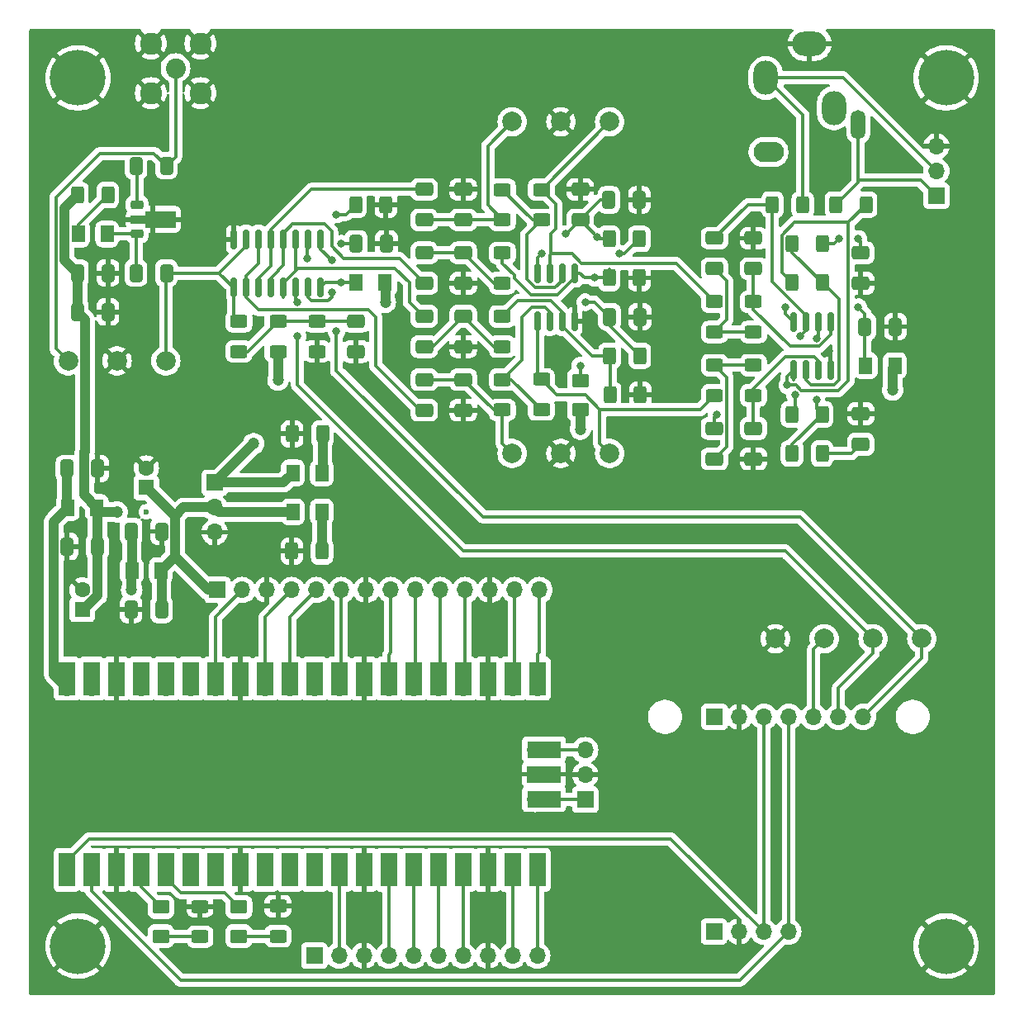
<source format=gtl>
G04 #@! TF.GenerationSoftware,KiCad,Pcbnew,8.0.8*
G04 #@! TF.CreationDate,2025-02-28T08:34:03-05:00*
G04 #@! TF.ProjectId,VWS_SDR,5657535f-5344-4522-9e6b-696361645f70,rev?*
G04 #@! TF.SameCoordinates,Original*
G04 #@! TF.FileFunction,Copper,L1,Top*
G04 #@! TF.FilePolarity,Positive*
%FSLAX46Y46*%
G04 Gerber Fmt 4.6, Leading zero omitted, Abs format (unit mm)*
G04 Created by KiCad (PCBNEW 8.0.8) date 2025-02-28 08:34:03*
%MOMM*%
%LPD*%
G01*
G04 APERTURE LIST*
G04 Aperture macros list*
%AMRoundRect*
0 Rectangle with rounded corners*
0 $1 Rounding radius*
0 $2 $3 $4 $5 $6 $7 $8 $9 X,Y pos of 4 corners*
0 Add a 4 corners polygon primitive as box body*
4,1,4,$2,$3,$4,$5,$6,$7,$8,$9,$2,$3,0*
0 Add four circle primitives for the rounded corners*
1,1,$1+$1,$2,$3*
1,1,$1+$1,$4,$5*
1,1,$1+$1,$6,$7*
1,1,$1+$1,$8,$9*
0 Add four rect primitives between the rounded corners*
20,1,$1+$1,$2,$3,$4,$5,0*
20,1,$1+$1,$4,$5,$6,$7,0*
20,1,$1+$1,$6,$7,$8,$9,0*
20,1,$1+$1,$8,$9,$2,$3,0*%
%AMFreePoly0*
4,1,9,3.862500,-0.866500,0.737500,-0.866500,0.737500,-0.450000,-0.737500,-0.450000,-0.737500,0.450000,0.737500,0.450000,0.737500,0.866500,3.862500,0.866500,3.862500,-0.866500,3.862500,-0.866500,$1*%
G04 Aperture macros list end*
G04 #@! TA.AperFunction,ComponentPad*
%ADD10O,1.700000X1.700000*%
G04 #@! TD*
G04 #@! TA.AperFunction,SMDPad,CuDef*
%ADD11R,1.700000X3.500000*%
G04 #@! TD*
G04 #@! TA.AperFunction,ComponentPad*
%ADD12R,1.700000X1.700000*%
G04 #@! TD*
G04 #@! TA.AperFunction,SMDPad,CuDef*
%ADD13R,3.500000X1.700000*%
G04 #@! TD*
G04 #@! TA.AperFunction,SMDPad,CuDef*
%ADD14RoundRect,0.250000X-0.650000X0.412500X-0.650000X-0.412500X0.650000X-0.412500X0.650000X0.412500X0*%
G04 #@! TD*
G04 #@! TA.AperFunction,SMDPad,CuDef*
%ADD15RoundRect,0.250001X-0.462499X-0.624999X0.462499X-0.624999X0.462499X0.624999X-0.462499X0.624999X0*%
G04 #@! TD*
G04 #@! TA.AperFunction,SMDPad,CuDef*
%ADD16RoundRect,0.250000X-0.412500X-0.650000X0.412500X-0.650000X0.412500X0.650000X-0.412500X0.650000X0*%
G04 #@! TD*
G04 #@! TA.AperFunction,SMDPad,CuDef*
%ADD17RoundRect,0.250000X-0.625000X0.400000X-0.625000X-0.400000X0.625000X-0.400000X0.625000X0.400000X0*%
G04 #@! TD*
G04 #@! TA.AperFunction,ComponentPad*
%ADD18C,2.050000*%
G04 #@! TD*
G04 #@! TA.AperFunction,ComponentPad*
%ADD19C,2.250000*%
G04 #@! TD*
G04 #@! TA.AperFunction,SMDPad,CuDef*
%ADD20RoundRect,0.250001X0.462499X0.624999X-0.462499X0.624999X-0.462499X-0.624999X0.462499X-0.624999X0*%
G04 #@! TD*
G04 #@! TA.AperFunction,SMDPad,CuDef*
%ADD21RoundRect,0.250000X-0.400000X-0.625000X0.400000X-0.625000X0.400000X0.625000X-0.400000X0.625000X0*%
G04 #@! TD*
G04 #@! TA.AperFunction,ComponentPad*
%ADD22C,2.000000*%
G04 #@! TD*
G04 #@! TA.AperFunction,SMDPad,CuDef*
%ADD23RoundRect,0.250000X0.400000X0.625000X-0.400000X0.625000X-0.400000X-0.625000X0.400000X-0.625000X0*%
G04 #@! TD*
G04 #@! TA.AperFunction,SMDPad,CuDef*
%ADD24RoundRect,0.250000X0.412500X0.650000X-0.412500X0.650000X-0.412500X-0.650000X0.412500X-0.650000X0*%
G04 #@! TD*
G04 #@! TA.AperFunction,SMDPad,CuDef*
%ADD25RoundRect,0.250001X-0.624999X0.462499X-0.624999X-0.462499X0.624999X-0.462499X0.624999X0.462499X0*%
G04 #@! TD*
G04 #@! TA.AperFunction,SMDPad,CuDef*
%ADD26RoundRect,0.250000X0.650000X-0.412500X0.650000X0.412500X-0.650000X0.412500X-0.650000X-0.412500X0*%
G04 #@! TD*
G04 #@! TA.AperFunction,ComponentPad*
%ADD27C,5.700000*%
G04 #@! TD*
G04 #@! TA.AperFunction,SMDPad,CuDef*
%ADD28RoundRect,0.250000X0.625000X-0.400000X0.625000X0.400000X-0.625000X0.400000X-0.625000X-0.400000X0*%
G04 #@! TD*
G04 #@! TA.AperFunction,SMDPad,CuDef*
%ADD29RoundRect,0.250001X0.624999X-0.462499X0.624999X0.462499X-0.624999X0.462499X-0.624999X-0.462499X0*%
G04 #@! TD*
G04 #@! TA.AperFunction,SMDPad,CuDef*
%ADD30RoundRect,0.150000X0.150000X-0.825000X0.150000X0.825000X-0.150000X0.825000X-0.150000X-0.825000X0*%
G04 #@! TD*
G04 #@! TA.AperFunction,SMDPad,CuDef*
%ADD31RoundRect,0.225000X-0.425000X-0.225000X0.425000X-0.225000X0.425000X0.225000X-0.425000X0.225000X0*%
G04 #@! TD*
G04 #@! TA.AperFunction,SMDPad,CuDef*
%ADD32FreePoly0,0.000000*%
G04 #@! TD*
G04 #@! TA.AperFunction,SMDPad,CuDef*
%ADD33RoundRect,0.150000X-0.150000X0.825000X-0.150000X-0.825000X0.150000X-0.825000X0.150000X0.825000X0*%
G04 #@! TD*
G04 #@! TA.AperFunction,ComponentPad*
%ADD34R,1.600000X1.600000*%
G04 #@! TD*
G04 #@! TA.AperFunction,ComponentPad*
%ADD35C,1.600000*%
G04 #@! TD*
G04 #@! TA.AperFunction,ComponentPad*
%ADD36O,1.500000X3.000000*%
G04 #@! TD*
G04 #@! TA.AperFunction,ComponentPad*
%ADD37O,2.500000X3.500000*%
G04 #@! TD*
G04 #@! TA.AperFunction,ComponentPad*
%ADD38O,3.500000X2.500000*%
G04 #@! TD*
G04 #@! TA.AperFunction,ComponentPad*
%ADD39O,3.100000X2.100000*%
G04 #@! TD*
G04 #@! TA.AperFunction,ViaPad*
%ADD40C,0.600000*%
G04 #@! TD*
G04 #@! TA.AperFunction,ViaPad*
%ADD41C,1.200000*%
G04 #@! TD*
G04 #@! TA.AperFunction,ViaPad*
%ADD42C,0.800000*%
G04 #@! TD*
G04 #@! TA.AperFunction,Conductor*
%ADD43C,0.349300*%
G04 #@! TD*
G04 #@! TA.AperFunction,Conductor*
%ADD44C,1.000000*%
G04 #@! TD*
G04 APERTURE END LIST*
D10*
X88340000Y-125280000D03*
D11*
X88340000Y-126180000D03*
D10*
X90880000Y-125280000D03*
D11*
X90880000Y-126180000D03*
D12*
X93420000Y-125280000D03*
D11*
X93420000Y-126180000D03*
D10*
X95960000Y-125280000D03*
D11*
X95960000Y-126180000D03*
D10*
X98500000Y-125280000D03*
D11*
X98500000Y-126180000D03*
D10*
X101040000Y-125280000D03*
D11*
X101040000Y-126180000D03*
D10*
X103580000Y-125280000D03*
D11*
X103580000Y-126180000D03*
D12*
X106120000Y-125280000D03*
D11*
X106120000Y-126180000D03*
D10*
X108660000Y-125280000D03*
D11*
X108660000Y-126180000D03*
D10*
X111200000Y-125280000D03*
D11*
X111200000Y-126180000D03*
D10*
X113740000Y-125280000D03*
D11*
X113740000Y-126180000D03*
D10*
X116280000Y-125280000D03*
D11*
X116280000Y-126180000D03*
D12*
X118820000Y-125280000D03*
D11*
X118820000Y-126180000D03*
D10*
X121360000Y-125280000D03*
D11*
X121360000Y-126180000D03*
D10*
X123900000Y-125280000D03*
D11*
X123900000Y-126180000D03*
D10*
X126440000Y-125280000D03*
D11*
X126440000Y-126180000D03*
D10*
X128980000Y-125280000D03*
D11*
X128980000Y-126180000D03*
D12*
X131520000Y-125280000D03*
D11*
X131520000Y-126180000D03*
D10*
X134060000Y-125280000D03*
D11*
X134060000Y-126180000D03*
D10*
X136600000Y-125280000D03*
D11*
X136600000Y-126180000D03*
D10*
X136600000Y-107500000D03*
D11*
X136600000Y-106600000D03*
D10*
X134060000Y-107500000D03*
D11*
X134060000Y-106600000D03*
D12*
X131520000Y-107500000D03*
D11*
X131520000Y-106600000D03*
D10*
X128980000Y-107500000D03*
D11*
X128980000Y-106600000D03*
D10*
X126440000Y-107500000D03*
D11*
X126440000Y-106600000D03*
D10*
X123900000Y-107500000D03*
D11*
X123900000Y-106600000D03*
D10*
X121360000Y-107500000D03*
D11*
X121360000Y-106600000D03*
D12*
X118820000Y-107500000D03*
D11*
X118820000Y-106600000D03*
D10*
X116280000Y-107500000D03*
D11*
X116280000Y-106600000D03*
D10*
X113740000Y-107500000D03*
D11*
X113740000Y-106600000D03*
D10*
X111200000Y-107500000D03*
D11*
X111200000Y-106600000D03*
D10*
X108660000Y-107500000D03*
D11*
X108660000Y-106600000D03*
D12*
X106120000Y-107500000D03*
D11*
X106120000Y-106600000D03*
D10*
X103580000Y-107500000D03*
D11*
X103580000Y-106600000D03*
D10*
X101040000Y-107500000D03*
D11*
X101040000Y-106600000D03*
D10*
X98500000Y-107500000D03*
D11*
X98500000Y-106600000D03*
D10*
X95960000Y-107500000D03*
D11*
X95960000Y-106600000D03*
D12*
X93420000Y-107500000D03*
D11*
X93420000Y-106600000D03*
D10*
X90880000Y-107500000D03*
D11*
X90880000Y-106600000D03*
D10*
X88340000Y-107500000D03*
D11*
X88340000Y-106600000D03*
D10*
X136370000Y-118930000D03*
D13*
X137270000Y-118930000D03*
D12*
X136370000Y-116390000D03*
D13*
X137270000Y-116390000D03*
D10*
X136370000Y-113850000D03*
D13*
X137270000Y-113850000D03*
D14*
X129000000Y-69437500D03*
X129000000Y-72562500D03*
D15*
X170262500Y-74500000D03*
X173237500Y-74500000D03*
D16*
X94937500Y-91500000D03*
X98062500Y-91500000D03*
D17*
X154750000Y-67950000D03*
X154750000Y-71050000D03*
D18*
X99500000Y-44000000D03*
D19*
X96960000Y-41460000D03*
X96960000Y-46540000D03*
X102040000Y-41460000D03*
X102040000Y-46540000D03*
D20*
X120987500Y-66000000D03*
X118012500Y-66000000D03*
D21*
X111417500Y-93520000D03*
X114517500Y-93520000D03*
D17*
X114000000Y-69950000D03*
X114000000Y-73050000D03*
D22*
X144000000Y-49500000D03*
D21*
X117950000Y-58000000D03*
X121050000Y-58000000D03*
D23*
X170300000Y-58000000D03*
X167200000Y-58000000D03*
D24*
X98062500Y-99500000D03*
X94937500Y-99500000D03*
D12*
X141500000Y-119000000D03*
D10*
X141500000Y-116460000D03*
X141500000Y-113920000D03*
D21*
X160700000Y-58000000D03*
X163800000Y-58000000D03*
D23*
X165800000Y-79500000D03*
X162700000Y-79500000D03*
D12*
X154760000Y-110500000D03*
D10*
X157300000Y-110500000D03*
X159840000Y-110500000D03*
X162380000Y-110500000D03*
X164920000Y-110500000D03*
X167460000Y-110500000D03*
X170000000Y-110500000D03*
D23*
X147050000Y-65500000D03*
X143950000Y-65500000D03*
X147150000Y-77500000D03*
X144050000Y-77500000D03*
D25*
X141000000Y-76012500D03*
X141000000Y-78987500D03*
D14*
X154750000Y-61437500D03*
X154750000Y-64562500D03*
D26*
X125000000Y-79062500D03*
X125000000Y-75937500D03*
D27*
X89500000Y-134000000D03*
D22*
X98500000Y-74000000D03*
X166000000Y-102500000D03*
D28*
X110000000Y-133000000D03*
X110000000Y-129900000D03*
D26*
X169750000Y-82562500D03*
X169750000Y-79437500D03*
D15*
X95012500Y-95500000D03*
X97987500Y-95500000D03*
D27*
X178500000Y-45000000D03*
D14*
X154750000Y-80937500D03*
X154750000Y-84062500D03*
D23*
X165800000Y-66000000D03*
X162700000Y-66000000D03*
D29*
X98000000Y-132987500D03*
X98000000Y-130012500D03*
D30*
X136595000Y-69975000D03*
X137865000Y-69975000D03*
X139135000Y-69975000D03*
X140405000Y-69975000D03*
X140405000Y-65025000D03*
X139135000Y-65025000D03*
X137865000Y-65025000D03*
X136595000Y-65025000D03*
D23*
X147050000Y-61500000D03*
X143950000Y-61500000D03*
D15*
X88450000Y-89044887D03*
X91425000Y-89044887D03*
D12*
X103800000Y-97500000D03*
D10*
X106340000Y-97500000D03*
X108880000Y-97500000D03*
X111420000Y-97500000D03*
X113960000Y-97500000D03*
X116500000Y-97500000D03*
X119040000Y-97500000D03*
X121580000Y-97500000D03*
X124120000Y-97500000D03*
X126660000Y-97500000D03*
X129200000Y-97500000D03*
X131740000Y-97500000D03*
X134280000Y-97500000D03*
X136820000Y-97500000D03*
D22*
X134000000Y-49500000D03*
D27*
X89500000Y-45000000D03*
D14*
X169750000Y-62937500D03*
X169750000Y-66062500D03*
D21*
X111462500Y-81500000D03*
X114562500Y-81500000D03*
D16*
X170187500Y-70500000D03*
X173312500Y-70500000D03*
D14*
X118000000Y-69937500D03*
X118000000Y-73062500D03*
D28*
X133000000Y-72550000D03*
X133000000Y-69450000D03*
D26*
X141000000Y-59562500D03*
X141000000Y-56437500D03*
D12*
X113720000Y-135000000D03*
D10*
X116260000Y-135000000D03*
X118800000Y-135000000D03*
X121340000Y-135000000D03*
X123880000Y-135000000D03*
X126420000Y-135000000D03*
X128960000Y-135000000D03*
X131500000Y-135000000D03*
X134040000Y-135000000D03*
X136580000Y-135000000D03*
D12*
X154700000Y-132500000D03*
D10*
X157240000Y-132500000D03*
X159780000Y-132500000D03*
X162320000Y-132500000D03*
D14*
X129000000Y-62937500D03*
X129000000Y-66062500D03*
D28*
X158750000Y-71050000D03*
X158750000Y-67950000D03*
D14*
X125000000Y-69437500D03*
X125000000Y-72562500D03*
D22*
X93500000Y-74000000D03*
D23*
X165800000Y-62000000D03*
X162700000Y-62000000D03*
D24*
X91500000Y-93044887D03*
X88375000Y-93044887D03*
D16*
X143987500Y-69500000D03*
X147112500Y-69500000D03*
D22*
X144000000Y-83500000D03*
D29*
X106000000Y-132987500D03*
X106000000Y-130012500D03*
D28*
X154750000Y-77550000D03*
X154750000Y-74450000D03*
D26*
X129000000Y-79062500D03*
X129000000Y-75937500D03*
D12*
X177500000Y-57080000D03*
D10*
X177500000Y-54540000D03*
X177500000Y-52000000D03*
D17*
X158750000Y-74450000D03*
X158750000Y-77550000D03*
D22*
X161000000Y-102500000D03*
D28*
X133000000Y-79050000D03*
X133000000Y-75950000D03*
D22*
X176000000Y-102500000D03*
X134000000Y-83500000D03*
D21*
X144000000Y-73500000D03*
X147100000Y-73500000D03*
D31*
X95550000Y-58000000D03*
D32*
X95637500Y-59500000D03*
D31*
X95550000Y-61000000D03*
D33*
X114350000Y-61550000D03*
X113080000Y-61550000D03*
X111810000Y-61550000D03*
X110540000Y-61550000D03*
X109270000Y-61550000D03*
X108000000Y-61550000D03*
X106730000Y-61550000D03*
X105460000Y-61550000D03*
X105460000Y-66500000D03*
X106730000Y-66500000D03*
X108000000Y-66500000D03*
X109270000Y-66500000D03*
X110540000Y-66500000D03*
X111810000Y-66500000D03*
X113080000Y-66500000D03*
X114350000Y-66500000D03*
D16*
X118000000Y-62000000D03*
X121125000Y-62000000D03*
D22*
X139000000Y-49500000D03*
D34*
X96500000Y-87000000D03*
D35*
X96500000Y-85000000D03*
D14*
X129000000Y-56437500D03*
X129000000Y-59562500D03*
D15*
X89512500Y-61000000D03*
X92487500Y-61000000D03*
D24*
X92562500Y-65000000D03*
X89437500Y-65000000D03*
D28*
X137000000Y-79000000D03*
X137000000Y-75900000D03*
D14*
X158750000Y-80937500D03*
X158750000Y-84062500D03*
D20*
X114500000Y-85500000D03*
X111525000Y-85500000D03*
D28*
X106000000Y-73050000D03*
X106000000Y-69950000D03*
D22*
X171000000Y-102500000D03*
D24*
X92562500Y-69000000D03*
X89437500Y-69000000D03*
D28*
X133000000Y-59550000D03*
X133000000Y-56450000D03*
D26*
X125000000Y-66062500D03*
X125000000Y-62937500D03*
D21*
X89450000Y-57000000D03*
X92550000Y-57000000D03*
D28*
X110000000Y-73050000D03*
X110000000Y-69950000D03*
D30*
X162845000Y-74975000D03*
X164115000Y-74975000D03*
X165385000Y-74975000D03*
X166655000Y-74975000D03*
X166655000Y-70025000D03*
X165385000Y-70025000D03*
X164115000Y-70025000D03*
X162845000Y-70025000D03*
D22*
X88500000Y-74000000D03*
D16*
X88375000Y-85044887D03*
X91500000Y-85044887D03*
D34*
X89937500Y-99500000D03*
D35*
X89937500Y-97500000D03*
D22*
X139000000Y-83500000D03*
D23*
X165800000Y-83500000D03*
X162700000Y-83500000D03*
D20*
X114500000Y-89500000D03*
X111525000Y-89500000D03*
D16*
X143937500Y-57500000D03*
X147062500Y-57500000D03*
D14*
X125000000Y-56437500D03*
X125000000Y-59562500D03*
D24*
X98562500Y-65000000D03*
X95437500Y-65000000D03*
D12*
X103500000Y-86500000D03*
D10*
X103500000Y-89040000D03*
X103500000Y-91580000D03*
D28*
X137000000Y-59550000D03*
X137000000Y-56450000D03*
X133000000Y-66050000D03*
X133000000Y-62950000D03*
X102000000Y-133050000D03*
X102000000Y-129950000D03*
D24*
X98562500Y-54000000D03*
X95437500Y-54000000D03*
D36*
X169500000Y-49800000D03*
D37*
X167000000Y-48100000D03*
D38*
X164500000Y-41500000D03*
D37*
X160000000Y-45000000D03*
D39*
X160300000Y-52600000D03*
D26*
X158750000Y-64562500D03*
X158750000Y-61437500D03*
D27*
X178500000Y-134000000D03*
D40*
X96500000Y-89500000D03*
D41*
X141000000Y-81000000D03*
X107500000Y-82500000D03*
X173000000Y-77000000D03*
X93500000Y-89500000D03*
D40*
X163845476Y-129655000D03*
X171465476Y-83935000D03*
X89500000Y-95000000D03*
X151145476Y-71235000D03*
X102885476Y-116955000D03*
X90185476Y-119495000D03*
X146065476Y-111875000D03*
X174005476Y-68695000D03*
X115585476Y-119495000D03*
X181625476Y-119495000D03*
X102885476Y-71235000D03*
X118125476Y-86475000D03*
X85105476Y-106795000D03*
X123205476Y-119495000D03*
X85105476Y-50915000D03*
X140985476Y-127115000D03*
X143525476Y-109335000D03*
X113045476Y-48375000D03*
X181625476Y-63615000D03*
X156225476Y-55995000D03*
X153685476Y-104255000D03*
X85105476Y-63615000D03*
X148605476Y-83935000D03*
X92725476Y-116955000D03*
X138445476Y-86475000D03*
X138445476Y-43295000D03*
X125745476Y-61075000D03*
X168925476Y-40755000D03*
X123205476Y-116955000D03*
X168925476Y-132195000D03*
X100345476Y-114415000D03*
X85105476Y-76315000D03*
X176545476Y-68695000D03*
X171465476Y-119495000D03*
X148605476Y-96635000D03*
X146065476Y-134735000D03*
X143525476Y-127115000D03*
X151145476Y-104255000D03*
X85105476Y-66155000D03*
X105425476Y-50915000D03*
X151145476Y-45835000D03*
X85105476Y-73775000D03*
X179085476Y-40755000D03*
X97805476Y-111875000D03*
X171465476Y-106795000D03*
X174005476Y-137275000D03*
X151145476Y-83935000D03*
X102885476Y-81395000D03*
X148605476Y-91555000D03*
X143525476Y-43295000D03*
X171465476Y-63615000D03*
X140985476Y-91555000D03*
X181625476Y-129655000D03*
X97805476Y-76315000D03*
X148605476Y-86475000D03*
X133365476Y-53455000D03*
X107965476Y-45835000D03*
X85105476Y-48375000D03*
X85105476Y-124575000D03*
X179085476Y-101715000D03*
X153685476Y-134735000D03*
X125500000Y-87000000D03*
X174005476Y-127115000D03*
X95265476Y-68695000D03*
X115585476Y-48375000D03*
X174005476Y-134735000D03*
X95265476Y-48375000D03*
X85105476Y-109335000D03*
X169000000Y-98000000D03*
X133365476Y-91555000D03*
X130825476Y-101715000D03*
X171465476Y-89015000D03*
X115585476Y-53455000D03*
X113045476Y-119495000D03*
X146065476Y-96635000D03*
X87645476Y-53455000D03*
X171465476Y-53455000D03*
X146065476Y-50915000D03*
X181625476Y-94095000D03*
X113045476Y-50915000D03*
X97805476Y-55995000D03*
X161305476Y-106795000D03*
X161305476Y-124575000D03*
X97805476Y-109335000D03*
X166385476Y-134735000D03*
X85105476Y-91555000D03*
X171465476Y-127115000D03*
X107965476Y-58535000D03*
X125745476Y-119495000D03*
X176545476Y-91555000D03*
X163845476Y-86475000D03*
X115000000Y-103000000D03*
X181625476Y-101715000D03*
X125745476Y-40755000D03*
X181625476Y-76315000D03*
X146065476Y-99175000D03*
X176545476Y-116955000D03*
X151145476Y-58535000D03*
X161305476Y-86475000D03*
X153685476Y-91555000D03*
X179085476Y-104255000D03*
X102885476Y-119495000D03*
X153685476Y-43295000D03*
X91000000Y-63000000D03*
X171465476Y-132195000D03*
X128285476Y-83935000D03*
X179085476Y-96635000D03*
X171465476Y-45835000D03*
X156225476Y-124575000D03*
X148605476Y-101715000D03*
X171465476Y-91555000D03*
X92725476Y-111875000D03*
X135905476Y-45835000D03*
X173500000Y-102000000D03*
X130825476Y-43295000D03*
X128285476Y-53455000D03*
X90185476Y-114415000D03*
X181625476Y-122035000D03*
X148605476Y-114415000D03*
X130825476Y-129655000D03*
X135905476Y-91555000D03*
X148605476Y-99175000D03*
X171465476Y-81395000D03*
X163845476Y-116955000D03*
X110505476Y-43295000D03*
X123205476Y-111875000D03*
X166385476Y-127115000D03*
X166385476Y-119495000D03*
X179085476Y-66155000D03*
X133365476Y-89015000D03*
X158765476Y-91555000D03*
X179085476Y-124575000D03*
X181625476Y-55995000D03*
X138445476Y-106795000D03*
X163845476Y-137275000D03*
X110505476Y-91555000D03*
X100345476Y-68695000D03*
X171465476Y-94095000D03*
X120000000Y-131000000D03*
X179085476Y-73775000D03*
X102885476Y-53455000D03*
X181625476Y-109335000D03*
X148605476Y-116955000D03*
X174005476Y-119495000D03*
X153685476Y-99175000D03*
X179085476Y-78855000D03*
X146065476Y-127115000D03*
X102885476Y-83935000D03*
X123205476Y-71235000D03*
X158765476Y-89015000D03*
X168925476Y-86475000D03*
X151145476Y-114415000D03*
X95265476Y-116955000D03*
X151145476Y-129655000D03*
X110505476Y-111875000D03*
X153685476Y-86475000D03*
X146065476Y-106795000D03*
X146065476Y-83935000D03*
X90185476Y-50915000D03*
X87645476Y-129655000D03*
X135905476Y-86475000D03*
X168925476Y-114415000D03*
X125745476Y-114415000D03*
X87645476Y-78855000D03*
X113045476Y-111875000D03*
X130825476Y-40755000D03*
X105425476Y-114415000D03*
X110505476Y-119495000D03*
X174005476Y-86475000D03*
X91000000Y-67000000D03*
X171465476Y-129655000D03*
X156225476Y-119495000D03*
X128285476Y-43295000D03*
X158765476Y-55995000D03*
X161305476Y-129655000D03*
X125745476Y-111875000D03*
X128285476Y-48375000D03*
X153685476Y-96635000D03*
X171465476Y-137275000D03*
X179085476Y-83935000D03*
X181625476Y-50915000D03*
X120665476Y-40755000D03*
X100500000Y-103500000D03*
X123500000Y-85000000D03*
X179085476Y-119495000D03*
X179085476Y-116955000D03*
X161305476Y-137275000D03*
X181625476Y-68695000D03*
X174005476Y-53455000D03*
X90000000Y-103500000D03*
X143525476Y-129655000D03*
X105425476Y-53455000D03*
X138445476Y-73775000D03*
X156225476Y-45835000D03*
X148605476Y-66155000D03*
X151145476Y-119495000D03*
X107965476Y-129655000D03*
X161305476Y-55995000D03*
X163845476Y-119495000D03*
X138445476Y-40755000D03*
X174005476Y-124575000D03*
X179085476Y-61075000D03*
X132500000Y-131000000D03*
X118125476Y-111875000D03*
X143525476Y-104255000D03*
X171465476Y-111875000D03*
X168925476Y-122035000D03*
X123205476Y-114415000D03*
X151145476Y-40755000D03*
X176545476Y-83935000D03*
X163845476Y-101715000D03*
X135905476Y-43295000D03*
X120665476Y-111875000D03*
X95265476Y-71235000D03*
X176545476Y-78855000D03*
X97000000Y-93500000D03*
X133365476Y-111875000D03*
X90185476Y-109335000D03*
X128285476Y-50915000D03*
X115585476Y-116955000D03*
X100345476Y-111875000D03*
X89500000Y-91000000D03*
X156225476Y-99175000D03*
X156225476Y-53455000D03*
X100345476Y-83935000D03*
X143525476Y-91555000D03*
X158765476Y-124575000D03*
X85105476Y-96635000D03*
X146065476Y-48375000D03*
X113045476Y-91555000D03*
X107965476Y-55995000D03*
X163845476Y-122035000D03*
X113045476Y-101715000D03*
X125745476Y-50915000D03*
X166385476Y-129655000D03*
X92725476Y-101715000D03*
X135905476Y-109335000D03*
X181625476Y-104255000D03*
X105425476Y-76315000D03*
X148605476Y-53455000D03*
X156225476Y-106795000D03*
D42*
X166500000Y-73000000D03*
D40*
X85105476Y-111875000D03*
X171465476Y-68695000D03*
X161305476Y-114415000D03*
X138445476Y-101715000D03*
X151145476Y-73775000D03*
X156225476Y-116955000D03*
X181625476Y-106795000D03*
X102885476Y-68695000D03*
X140985476Y-83935000D03*
X113045476Y-109335000D03*
X92725476Y-40755000D03*
X148605476Y-48375000D03*
X140985476Y-40755000D03*
X146065476Y-43295000D03*
X143525476Y-119495000D03*
X123205476Y-61075000D03*
X166385476Y-89015000D03*
X120665476Y-114415000D03*
X107965476Y-109335000D03*
X176545476Y-122035000D03*
X107965476Y-50915000D03*
X85105476Y-119495000D03*
X120665476Y-109335000D03*
X130825476Y-119495000D03*
X181625476Y-86475000D03*
X158765476Y-114415000D03*
X87645476Y-76315000D03*
X161305476Y-99175000D03*
X100345476Y-78855000D03*
X85105476Y-81395000D03*
X95265476Y-114415000D03*
X114500000Y-131000000D03*
X97805476Y-116955000D03*
X113045476Y-43295000D03*
X95265476Y-76315000D03*
X120665476Y-91555000D03*
X100345476Y-58535000D03*
X174005476Y-114415000D03*
X100345476Y-109335000D03*
X135905476Y-40755000D03*
X95265476Y-111875000D03*
X166385476Y-86475000D03*
X148605476Y-89015000D03*
X133365476Y-114415000D03*
X153685476Y-53455000D03*
X163845476Y-104255000D03*
X138445476Y-99175000D03*
X100345476Y-71235000D03*
X102885476Y-55995000D03*
X179085476Y-91555000D03*
X133365476Y-40755000D03*
X146065476Y-45835000D03*
X151145476Y-91555000D03*
X138445476Y-45835000D03*
X85105476Y-58535000D03*
X92725476Y-114415000D03*
X161305476Y-40755000D03*
X171465476Y-50915000D03*
X123205476Y-48375000D03*
X166385476Y-50915000D03*
X176545476Y-124575000D03*
X148605476Y-40755000D03*
X102885476Y-94095000D03*
X85105476Y-137275000D03*
X107965476Y-119495000D03*
X100345476Y-119495000D03*
X158765476Y-99175000D03*
X85105476Y-53455000D03*
X174005476Y-89015000D03*
X158765476Y-48375000D03*
X151145476Y-96635000D03*
X158765476Y-122035000D03*
X118125476Y-45835000D03*
X156225476Y-43295000D03*
X143525476Y-134735000D03*
X176545476Y-99175000D03*
X121500000Y-83000000D03*
X148605476Y-73775000D03*
X146065476Y-129655000D03*
X174005476Y-129655000D03*
X176545476Y-127115000D03*
X110505476Y-40755000D03*
X123205476Y-50915000D03*
X107965476Y-40755000D03*
X97805476Y-114415000D03*
X174005476Y-40755000D03*
X118125476Y-109335000D03*
X158765476Y-86475000D03*
X174005476Y-66155000D03*
X179085476Y-99175000D03*
X148605476Y-50915000D03*
X100345476Y-55995000D03*
X115585476Y-50915000D03*
X181625476Y-71235000D03*
X174005476Y-122035000D03*
X181625476Y-96635000D03*
X102885476Y-58535000D03*
X174005476Y-61075000D03*
X140985476Y-111875000D03*
X133000000Y-100500000D03*
X100345476Y-66155000D03*
X148605476Y-45835000D03*
X85105476Y-45835000D03*
X128285476Y-45835000D03*
X151145476Y-48375000D03*
X156225476Y-104255000D03*
X138445476Y-124575000D03*
X110505476Y-53455000D03*
X179085476Y-122035000D03*
X138445476Y-104255000D03*
X166385476Y-53455000D03*
X148605476Y-55995000D03*
X146065476Y-114415000D03*
X138445476Y-127115000D03*
X153685476Y-50915000D03*
X143525476Y-124575000D03*
X140985476Y-104255000D03*
X102885476Y-76315000D03*
X105425476Y-45835000D03*
X143525476Y-114415000D03*
X120665476Y-53455000D03*
X140985476Y-48375000D03*
X158765476Y-96635000D03*
X85105476Y-89015000D03*
X105425476Y-58535000D03*
X123205476Y-58535000D03*
X156225476Y-50915000D03*
X110505476Y-109335000D03*
X85105476Y-134735000D03*
X85105476Y-40755000D03*
X148605476Y-127115000D03*
X176545476Y-129655000D03*
X153685476Y-40755000D03*
X135905476Y-48375000D03*
X179085476Y-106795000D03*
X156225476Y-86475000D03*
X168925476Y-127115000D03*
X174005476Y-96635000D03*
X123205476Y-109335000D03*
X140985476Y-86475000D03*
X143525476Y-89015000D03*
X166385476Y-106795000D03*
X181625476Y-127115000D03*
X156225476Y-96635000D03*
X168925476Y-134735000D03*
X148605476Y-61075000D03*
X174005476Y-104255000D03*
X151145476Y-127115000D03*
X130825476Y-86475000D03*
X113045476Y-114415000D03*
X146065476Y-132195000D03*
X174005476Y-45835000D03*
X97805476Y-50915000D03*
X168925476Y-119495000D03*
X113045476Y-53455000D03*
X158765476Y-101715000D03*
X140985476Y-89015000D03*
X171000000Y-100000000D03*
X107965476Y-116955000D03*
X130825476Y-45835000D03*
X143525476Y-86475000D03*
X92725476Y-137275000D03*
X181625476Y-66155000D03*
X140985476Y-45835000D03*
X179085476Y-127115000D03*
X123205476Y-45835000D03*
X130825476Y-61075000D03*
X161305476Y-48375000D03*
X148605476Y-134735000D03*
X128285476Y-116955000D03*
X130825476Y-116955000D03*
X174005476Y-58535000D03*
X176545476Y-86475000D03*
X181625476Y-137275000D03*
X143525476Y-106795000D03*
X181625476Y-58535000D03*
X135905476Y-111875000D03*
X102885476Y-109335000D03*
X113045476Y-116955000D03*
X146065476Y-89015000D03*
X179085476Y-89015000D03*
X153685476Y-58535000D03*
X105425476Y-111875000D03*
X181625476Y-48375000D03*
X115585476Y-114415000D03*
X120665476Y-48375000D03*
X110505476Y-55995000D03*
X128285476Y-109335000D03*
X110505476Y-78855000D03*
X118125476Y-132195000D03*
X125745476Y-53455000D03*
X179085476Y-68695000D03*
X99000000Y-62500000D03*
X95265476Y-129655000D03*
X85105476Y-94095000D03*
X156225476Y-48375000D03*
X151145476Y-86475000D03*
X153685476Y-48375000D03*
X102885476Y-73775000D03*
X176545476Y-71235000D03*
X92725476Y-78855000D03*
X151145476Y-101715000D03*
X171465476Y-66155000D03*
X90185476Y-40755000D03*
X151145476Y-68695000D03*
X135905476Y-50915000D03*
X176545476Y-114415000D03*
X105425476Y-91555000D03*
X161305476Y-91555000D03*
X100345476Y-76315000D03*
X105425476Y-55995000D03*
X97805476Y-137275000D03*
X130825476Y-99175000D03*
X146065476Y-53455000D03*
X100345476Y-61075000D03*
X87645476Y-40755000D03*
X151145476Y-116955000D03*
X102885476Y-111875000D03*
X115500000Y-77000000D03*
X140985476Y-132195000D03*
X176545476Y-94095000D03*
X130825476Y-111875000D03*
X85105476Y-55995000D03*
X158765476Y-127115000D03*
X97000000Y-63000000D03*
X151145476Y-89015000D03*
X100345476Y-101715000D03*
X120665476Y-50915000D03*
X138445476Y-129655000D03*
X163845476Y-124575000D03*
X166385476Y-137275000D03*
X166385476Y-55995000D03*
X130825476Y-114415000D03*
X87645476Y-50915000D03*
X174005476Y-83935000D03*
X146065476Y-109335000D03*
X151145476Y-76315000D03*
X158765476Y-40755000D03*
X181625476Y-91555000D03*
X179085476Y-81395000D03*
X130825476Y-83935000D03*
X130825476Y-132195000D03*
X163845476Y-106795000D03*
X166385476Y-114415000D03*
X85105476Y-78855000D03*
X176545476Y-63615000D03*
X168925476Y-89015000D03*
X95265476Y-50915000D03*
X105425476Y-109335000D03*
X148605476Y-124575000D03*
X181625476Y-89015000D03*
X166385476Y-116955000D03*
X95265476Y-109335000D03*
X140985476Y-129655000D03*
X125745476Y-116955000D03*
X143525476Y-96635000D03*
X133365476Y-116955000D03*
X100345476Y-73775000D03*
X168925476Y-91555000D03*
X176545476Y-106795000D03*
X107965476Y-111875000D03*
X174005476Y-116955000D03*
X174005476Y-94095000D03*
X179085476Y-109335000D03*
X140985476Y-124575000D03*
X102885476Y-63615000D03*
X176545476Y-76315000D03*
X130825476Y-73775000D03*
X128285476Y-61075000D03*
X176545476Y-89015000D03*
X181625476Y-124575000D03*
X128285476Y-119495000D03*
X148605476Y-129655000D03*
X151145476Y-50915000D03*
X107965476Y-48375000D03*
X130825476Y-48375000D03*
X105425476Y-116955000D03*
X161305476Y-96635000D03*
X115585476Y-43295000D03*
X118125476Y-53455000D03*
X153685476Y-89015000D03*
X181625476Y-40755000D03*
X105425476Y-48375000D03*
X153685476Y-101715000D03*
X138445476Y-91555000D03*
X151145476Y-53455000D03*
X113045476Y-40755000D03*
X140985476Y-106795000D03*
X181625476Y-73775000D03*
X176545476Y-61075000D03*
X123205476Y-40755000D03*
X90185476Y-116955000D03*
X179085476Y-94095000D03*
X140985476Y-109335000D03*
X107965476Y-43295000D03*
X176545476Y-66155000D03*
X174005476Y-81395000D03*
X113045476Y-129655000D03*
X130825476Y-68695000D03*
X107000000Y-103000000D03*
X127500000Y-89000000D03*
X158765476Y-104255000D03*
X151145476Y-99175000D03*
X153685476Y-45835000D03*
X166385476Y-132195000D03*
X115585476Y-109335000D03*
X105425476Y-101715000D03*
X146065476Y-40755000D03*
X123205476Y-43295000D03*
X181625476Y-116955000D03*
X148605476Y-68695000D03*
X133365476Y-119495000D03*
X151145476Y-55995000D03*
X94000000Y-67000000D03*
X176545476Y-81395000D03*
X138445476Y-132195000D03*
X100345476Y-86475000D03*
X143525476Y-45835000D03*
X171465476Y-116955000D03*
X95265476Y-119495000D03*
X85105476Y-132195000D03*
X120000000Y-103000000D03*
X85105476Y-127115000D03*
X85105476Y-116955000D03*
X143525476Y-53455000D03*
X146065476Y-86475000D03*
X113045476Y-45835000D03*
X156225476Y-122035000D03*
X174005476Y-132195000D03*
X128285476Y-111875000D03*
X118125476Y-114415000D03*
X95265476Y-43295000D03*
X85105476Y-99175000D03*
X102885476Y-78855000D03*
X171465476Y-122035000D03*
X161305476Y-89015000D03*
X92725476Y-119495000D03*
X156225476Y-89015000D03*
X166385476Y-124575000D03*
X105425476Y-40755000D03*
X143525476Y-132195000D03*
X167000000Y-96000000D03*
X118125476Y-89015000D03*
X174005476Y-91555000D03*
X171465476Y-86475000D03*
X176545476Y-73775000D03*
X120665476Y-45835000D03*
X120665476Y-116955000D03*
X125745476Y-45835000D03*
X171465476Y-124575000D03*
X133365476Y-61075000D03*
X179085476Y-114415000D03*
X179085476Y-111875000D03*
X181625476Y-83935000D03*
X146065476Y-124575000D03*
X148605476Y-119495000D03*
X102885476Y-114415000D03*
X138445476Y-111875000D03*
X181625476Y-53455000D03*
X179085476Y-86475000D03*
X92725476Y-109335000D03*
X163845476Y-89015000D03*
X110505476Y-48375000D03*
X171465476Y-134735000D03*
X95265476Y-81395000D03*
X85105476Y-61075000D03*
X85105476Y-101715000D03*
X100345476Y-81395000D03*
X128285476Y-40755000D03*
X171465476Y-61075000D03*
X97805476Y-81395000D03*
X181625476Y-78855000D03*
X107000000Y-100500000D03*
X120000000Y-100500000D03*
X92725476Y-71235000D03*
X140985476Y-43295000D03*
X102885476Y-61075000D03*
X85105476Y-122035000D03*
X130825476Y-91555000D03*
X97805476Y-78855000D03*
X128285476Y-114415000D03*
X168500000Y-103000000D03*
X133365476Y-45835000D03*
X107965476Y-53455000D03*
X133365476Y-109335000D03*
X87645476Y-81395000D03*
X85105476Y-43295000D03*
X143525476Y-111875000D03*
X95265476Y-137275000D03*
X146065476Y-116955000D03*
X143525476Y-40755000D03*
X151145476Y-132195000D03*
X130825476Y-109335000D03*
X94000000Y-63000000D03*
X123205476Y-73775000D03*
X115585476Y-111875000D03*
X138445476Y-109335000D03*
X92725476Y-76315000D03*
X181625476Y-114415000D03*
X115585476Y-45835000D03*
X117500000Y-79000000D03*
X161305476Y-116955000D03*
X140985476Y-134735000D03*
X118125476Y-129655000D03*
X158765476Y-106795000D03*
X90185476Y-111875000D03*
X85105476Y-71235000D03*
X146065476Y-91555000D03*
X151145476Y-43295000D03*
X97500000Y-103500000D03*
X125745476Y-43295000D03*
X118125476Y-119495000D03*
X118125476Y-40755000D03*
X153685476Y-106795000D03*
X95000000Y-103500000D03*
X135905476Y-53455000D03*
X163845476Y-134735000D03*
X179085476Y-76315000D03*
X171465476Y-43295000D03*
X105425476Y-43295000D03*
X120665476Y-119495000D03*
X158765476Y-116955000D03*
X171465476Y-40755000D03*
X156225476Y-40755000D03*
X100345476Y-99175000D03*
X120665476Y-43295000D03*
X85105476Y-86475000D03*
X156225476Y-101715000D03*
X138445476Y-134735000D03*
X110505476Y-116955000D03*
X85105476Y-129655000D03*
X146065476Y-119495000D03*
X168925476Y-129655000D03*
X118125476Y-91555000D03*
X168925476Y-116955000D03*
X163845476Y-127115000D03*
X151145476Y-61075000D03*
X92500000Y-103500000D03*
X166385476Y-122035000D03*
X95265476Y-78855000D03*
X168925476Y-124575000D03*
X118125476Y-101715000D03*
X176545476Y-96635000D03*
X123205476Y-53455000D03*
X92725476Y-81395000D03*
X156225476Y-114415000D03*
X118125476Y-43295000D03*
X148605476Y-71235000D03*
X181625476Y-99175000D03*
X133365476Y-43295000D03*
X125745476Y-109335000D03*
X148605476Y-43295000D03*
X135905476Y-89015000D03*
X165000000Y-94000000D03*
X174005476Y-63615000D03*
X85105476Y-68695000D03*
X93500000Y-59000000D03*
X105425476Y-119495000D03*
X148605476Y-76315000D03*
X85105476Y-104255000D03*
X179085476Y-129655000D03*
X118125476Y-116955000D03*
X151145476Y-134735000D03*
X102885476Y-66155000D03*
X92725476Y-48375000D03*
X110505476Y-114415000D03*
X179085476Y-71235000D03*
X161305476Y-127115000D03*
X161305476Y-119495000D03*
X110505476Y-50915000D03*
X135905476Y-83935000D03*
X100345476Y-116955000D03*
X107965476Y-114415000D03*
X110505476Y-45835000D03*
X179085476Y-63615000D03*
X133000000Y-103000000D03*
X113045476Y-132195000D03*
X102885476Y-50915000D03*
X158765476Y-119495000D03*
X148605476Y-58535000D03*
X176545476Y-119495000D03*
X174005476Y-43295000D03*
X115000000Y-100500000D03*
X138445476Y-89015000D03*
X181625476Y-81395000D03*
X153685476Y-55995000D03*
X125745476Y-48375000D03*
X143525476Y-116955000D03*
X120665476Y-89015000D03*
X118125476Y-48375000D03*
X140985476Y-101715000D03*
X156225476Y-134735000D03*
X118125476Y-99175000D03*
X163845476Y-99175000D03*
X174005476Y-48375000D03*
X133365476Y-86475000D03*
X171465476Y-114415000D03*
X118125476Y-50915000D03*
X85105476Y-83935000D03*
X181625476Y-61075000D03*
X176545476Y-40755000D03*
X148605476Y-132195000D03*
X168925476Y-137275000D03*
X156225476Y-91555000D03*
X168925476Y-43295000D03*
X163845476Y-114415000D03*
X181625476Y-111875000D03*
X97805476Y-119495000D03*
X115585476Y-40755000D03*
X95265476Y-101715000D03*
X123205476Y-91555000D03*
X85105476Y-114415000D03*
X107965476Y-91555000D03*
X161305476Y-122035000D03*
X92725476Y-50915000D03*
D42*
X116500000Y-66000000D03*
X116500000Y-62000000D03*
X142718750Y-61281250D03*
X141000000Y-74500000D03*
X137000000Y-63000000D03*
X139500000Y-61000000D03*
X141500000Y-68000000D03*
X169500000Y-61500000D03*
X167500000Y-61500000D03*
X162225350Y-76500000D03*
X155000000Y-79500000D03*
X163000000Y-77500000D03*
X163500000Y-71500000D03*
X162000000Y-68500000D03*
X169500000Y-68500000D03*
D41*
X95000000Y-97500000D03*
X110000000Y-76000000D03*
X121000000Y-68000000D03*
D42*
X112000000Y-67962451D03*
X112000000Y-71500000D03*
X116000000Y-71000000D03*
X113000000Y-63500000D03*
X116000000Y-59000000D03*
X115500000Y-67000000D03*
X115500000Y-63725350D03*
X142500000Y-65500000D03*
X145000000Y-63000000D03*
X165202239Y-71702239D03*
X165202239Y-77976889D03*
D43*
X95550000Y-58000000D02*
X95550000Y-54112500D01*
X95550000Y-54112500D02*
X95437500Y-54000000D01*
X87225350Y-57274650D02*
X91774650Y-52725350D01*
X88500000Y-74000000D02*
X87225350Y-72725350D01*
X99500000Y-44000000D02*
X99500000Y-53062500D01*
X99500000Y-53062500D02*
X98562500Y-54000000D01*
X97287850Y-52725350D02*
X98562500Y-54000000D01*
X87225350Y-72725350D02*
X87225350Y-57274650D01*
X91774650Y-52725350D02*
X97287850Y-52725350D01*
D44*
X91500000Y-89119887D02*
X91425000Y-89044887D01*
X173000000Y-77000000D02*
X173000000Y-74737500D01*
X90137500Y-83362501D02*
X90137500Y-87757387D01*
X90058821Y-99500000D02*
X89937500Y-99500000D01*
X103500000Y-86500000D02*
X107500000Y-82500000D01*
X110525000Y-86500000D02*
X111525000Y-85500000D01*
X90200000Y-83300001D02*
X90137500Y-83362501D01*
X173000000Y-74737500D02*
X173237500Y-74500000D01*
X89437500Y-65000000D02*
X88100000Y-63662500D01*
X91500000Y-93044887D02*
X91500000Y-98058821D01*
X89437500Y-69000000D02*
X90200000Y-69762500D01*
X103500000Y-86500000D02*
X110525000Y-86500000D01*
X88100000Y-63662500D02*
X88100000Y-58350000D01*
X91500000Y-98058821D02*
X90058821Y-99500000D01*
X90200000Y-69762500D02*
X90200000Y-83300001D01*
X90137500Y-87757387D02*
X91425000Y-89044887D01*
X91880113Y-89500000D02*
X91425000Y-89044887D01*
X89437500Y-65000000D02*
X89437500Y-69000000D01*
X88100000Y-58350000D02*
X89450000Y-57000000D01*
X91500000Y-93044887D02*
X91500000Y-89119887D01*
X93500000Y-89500000D02*
X91880113Y-89500000D01*
X141000000Y-81000000D02*
X141000000Y-78987500D01*
D43*
X166655000Y-74975000D02*
X166655000Y-73155000D01*
X166655000Y-73155000D02*
X166500000Y-73000000D01*
X95437500Y-61112500D02*
X95550000Y-61000000D01*
X92487500Y-61000000D02*
X95550000Y-61000000D01*
X95437500Y-65000000D02*
X95437500Y-61112500D01*
X98500000Y-65062500D02*
X98562500Y-65000000D01*
X105460000Y-69410000D02*
X106000000Y-69950000D01*
X106730000Y-61550000D02*
X106730000Y-62230000D01*
X103960000Y-65000000D02*
X105460000Y-66500000D01*
X106730000Y-62230000D02*
X103960000Y-65000000D01*
X98562500Y-65000000D02*
X103960000Y-65000000D01*
X105460000Y-66500000D02*
X105460000Y-69410000D01*
X98500000Y-74000000D02*
X98500000Y-65062500D01*
X116500000Y-66000000D02*
X118012500Y-66000000D01*
X114350000Y-66500000D02*
X114850000Y-66000000D01*
X116500000Y-62000000D02*
X118000000Y-62000000D01*
X114850000Y-66000000D02*
X116500000Y-66000000D01*
X110000000Y-69950000D02*
X114000000Y-69950000D01*
X114000000Y-69950000D02*
X114450000Y-69950000D01*
X114462500Y-69937500D02*
X118000000Y-69937500D01*
X114450000Y-69950000D02*
X114462500Y-69937500D01*
X106900000Y-73050000D02*
X110000000Y-69950000D01*
X106000000Y-73050000D02*
X106900000Y-73050000D01*
X132112500Y-79050000D02*
X129000000Y-75937500D01*
X133000000Y-79050000D02*
X132112500Y-79050000D01*
X129000000Y-75937500D02*
X125000000Y-75937500D01*
X133000000Y-82500000D02*
X134000000Y-83500000D01*
X133000000Y-79050000D02*
X133000000Y-82500000D01*
X132112500Y-72550000D02*
X133000000Y-72550000D01*
X125875000Y-72562500D02*
X129000000Y-69437500D01*
X129000000Y-69437500D02*
X132112500Y-72550000D01*
X125000000Y-72562500D02*
X125875000Y-72562500D01*
X107992102Y-68737101D02*
X119244759Y-68737101D01*
X106730000Y-66500000D02*
X106730000Y-67474999D01*
X108000000Y-64000000D02*
X106730000Y-65270000D01*
X120000000Y-74500000D02*
X124562500Y-79062500D01*
X106730000Y-67474999D02*
X107992102Y-68737101D01*
X120000000Y-69492342D02*
X120000000Y-74500000D01*
X124562500Y-79062500D02*
X125000000Y-79062500D01*
X119244759Y-68737101D02*
X120000000Y-69492342D01*
X106730000Y-65270000D02*
X106730000Y-66500000D01*
X108000000Y-61550000D02*
X108000000Y-64000000D01*
X124902816Y-69437500D02*
X125000000Y-69437500D01*
X110540000Y-66500000D02*
X110540000Y-66040000D01*
X111810000Y-61550000D02*
X111810000Y-64770000D01*
X110540000Y-66040000D02*
X111580000Y-65000000D01*
X123500000Y-68034684D02*
X124902816Y-69437500D01*
X110540000Y-66500000D02*
X110540000Y-67474999D01*
X122000000Y-64500000D02*
X123500000Y-66000000D01*
X111580000Y-65000000D02*
X112080000Y-64500000D01*
X111810000Y-64770000D02*
X111580000Y-65000000D01*
X123500000Y-66000000D02*
X123500000Y-68034684D01*
X112080000Y-64500000D02*
X122000000Y-64500000D01*
X141500000Y-68000000D02*
X142487500Y-68000000D01*
X136595000Y-63405000D02*
X137000000Y-63000000D01*
X136595000Y-65025000D02*
X136595000Y-63405000D01*
X139562500Y-61000000D02*
X141000000Y-59562500D01*
X143937500Y-57500000D02*
X143062500Y-57500000D01*
X141000000Y-59562500D02*
X142718750Y-61281250D01*
X143062500Y-57500000D02*
X141000000Y-59562500D01*
X142718750Y-61281250D02*
X142937500Y-61500000D01*
X142937500Y-61500000D02*
X143950000Y-61500000D01*
X139500000Y-61000000D02*
X139562500Y-61000000D01*
X143987500Y-70387500D02*
X147100000Y-73500000D01*
X142487500Y-68000000D02*
X143987500Y-69500000D01*
X141000000Y-74500000D02*
X141000000Y-76012500D01*
X143987500Y-69500000D02*
X143987500Y-70387500D01*
X131500000Y-52000000D02*
X134000000Y-49500000D01*
X129450000Y-59550000D02*
X133000000Y-59550000D01*
X131500000Y-58050000D02*
X131500000Y-52000000D01*
X133000000Y-59550000D02*
X131500000Y-58050000D01*
X125000000Y-59562500D02*
X129000000Y-59562500D01*
X129437500Y-59562500D02*
X129450000Y-59550000D01*
X108000000Y-65555704D02*
X109270000Y-64285704D01*
X109270000Y-61550000D02*
X109270000Y-60575001D01*
X113407501Y-56437500D02*
X125000000Y-56437500D01*
X109270000Y-64285704D02*
X109270000Y-61550000D01*
X109270000Y-60575001D02*
X113407501Y-56437500D01*
X108000000Y-66500000D02*
X108000000Y-65555704D01*
X125000000Y-62937500D02*
X129000000Y-62937500D01*
X133000000Y-66050000D02*
X132112500Y-66050000D01*
X132112500Y-66050000D02*
X129000000Y-62937500D01*
X115500000Y-62237675D02*
X115500000Y-60750000D01*
X125000000Y-66062500D02*
X122437500Y-63500000D01*
X109990699Y-64804302D02*
X109990699Y-64732473D01*
X111500000Y-60000000D02*
X110540000Y-60960000D01*
X110540000Y-60960000D02*
X110540000Y-61550000D01*
X122437500Y-63500000D02*
X116762325Y-63500000D01*
X114750000Y-60000000D02*
X111500000Y-60000000D01*
X109270000Y-66500000D02*
X109270000Y-65525001D01*
X109270000Y-65525001D02*
X109990699Y-64804302D01*
X109990699Y-64732473D02*
X110540000Y-64183172D01*
X116762325Y-63500000D02*
X115500000Y-62237675D01*
X115500000Y-60750000D02*
X114750000Y-60000000D01*
X110540000Y-64183172D02*
X110540000Y-61550000D01*
X167000000Y-62000000D02*
X165800000Y-62000000D01*
X167500000Y-61500000D02*
X167000000Y-62000000D01*
X169750000Y-62937500D02*
X169750000Y-61750000D01*
X169750000Y-61750000D02*
X169500000Y-61500000D01*
X165010349Y-73625350D02*
X165385000Y-74000001D01*
X158750000Y-80937500D02*
X158750000Y-77550000D01*
X158750000Y-77550000D02*
X158750000Y-76900000D01*
X158750000Y-76900000D02*
X162024650Y-73625350D01*
X162024650Y-73625350D02*
X165010349Y-73625350D01*
X165385000Y-74000001D02*
X165385000Y-74975000D01*
X163644821Y-77049300D02*
X167450700Y-77049300D01*
X162225350Y-75594650D02*
X162845000Y-74975000D01*
X162225350Y-76500000D02*
X163095521Y-76500000D01*
X161675350Y-64975350D02*
X161675350Y-61109334D01*
X161675350Y-61109334D02*
X162960034Y-59824650D01*
X154750000Y-79750000D02*
X155000000Y-79500000D01*
X168475350Y-76024650D02*
X168475350Y-59824650D01*
X167450700Y-77049300D02*
X168475350Y-76024650D01*
X162845000Y-74975000D02*
X162845000Y-75949999D01*
X168475350Y-59824650D02*
X170300000Y-58000000D01*
X163095521Y-76500000D02*
X163644821Y-77049300D01*
X162225350Y-76500000D02*
X162225350Y-75594650D01*
X154750000Y-80937500D02*
X154750000Y-79750000D01*
X162960034Y-59824650D02*
X168475350Y-59824650D01*
X162700000Y-66000000D02*
X161675350Y-64975350D01*
X156024650Y-75724650D02*
X156024650Y-82787850D01*
X154750000Y-74450000D02*
X158750000Y-74450000D01*
X156024650Y-82787850D02*
X154750000Y-84062500D01*
X154750000Y-74450000D02*
X156024650Y-75724650D01*
X156000000Y-69800000D02*
X154750000Y-71050000D01*
X156000000Y-65812500D02*
X156000000Y-69800000D01*
X154750000Y-71050000D02*
X158750000Y-71050000D01*
X154750000Y-64562500D02*
X156000000Y-65812500D01*
X160700000Y-65915316D02*
X164115000Y-69330316D01*
X163000000Y-79200000D02*
X162700000Y-79500000D01*
X164115000Y-70025000D02*
X164115000Y-70885000D01*
X158187500Y-58000000D02*
X160700000Y-58000000D01*
X164115000Y-70885000D02*
X163500000Y-71500000D01*
X163000000Y-77500000D02*
X163000000Y-79200000D01*
X164115000Y-69330316D02*
X164115000Y-70025000D01*
X160700000Y-58000000D02*
X160700000Y-65915316D01*
X154750000Y-61437500D02*
X158187500Y-58000000D01*
X158750000Y-68750000D02*
X158750000Y-67950000D01*
X162500000Y-72500000D02*
X158750000Y-68750000D01*
X166655000Y-70025000D02*
X166655000Y-71345000D01*
X165500000Y-72500000D02*
X162500000Y-72500000D01*
X166655000Y-71345000D02*
X165500000Y-72500000D01*
X158750000Y-64562500D02*
X158750000Y-67950000D01*
X165800000Y-83500000D02*
X168812500Y-83500000D01*
X168812500Y-83500000D02*
X169750000Y-82562500D01*
X170187500Y-69187500D02*
X169500000Y-68500000D01*
X170187500Y-70500000D02*
X170187500Y-69187500D01*
X162000000Y-68500000D02*
X162000000Y-69180000D01*
X170187500Y-70500000D02*
X170187500Y-74425000D01*
X170187500Y-74425000D02*
X170262500Y-74500000D01*
X162000000Y-69180000D02*
X162845000Y-70025000D01*
D44*
X88375000Y-88969887D02*
X88450000Y-89044887D01*
X88340000Y-107500000D02*
X87012500Y-106172500D01*
X87012500Y-90482387D02*
X88450000Y-89044887D01*
X87012500Y-106172500D02*
X87012500Y-90482387D01*
X88375000Y-85044887D02*
X88375000Y-88969887D01*
X95012500Y-95500000D02*
X95012500Y-91575000D01*
X95000000Y-95512500D02*
X95012500Y-95500000D01*
X95012500Y-91575000D02*
X94937500Y-91500000D01*
X95000000Y-97500000D02*
X95000000Y-95512500D01*
X111525000Y-89500000D02*
X103960000Y-89500000D01*
X121000000Y-66012500D02*
X120987500Y-66000000D01*
X98062500Y-99500000D02*
X98062500Y-95575000D01*
X100310000Y-89040000D02*
X99425000Y-89925000D01*
X103500000Y-89040000D02*
X100310000Y-89040000D01*
X103540000Y-89000000D02*
X103500000Y-89040000D01*
X99425000Y-94062500D02*
X99425000Y-89925000D01*
X98062500Y-95575000D02*
X97987500Y-95500000D01*
X102862500Y-97500000D02*
X99425000Y-94062500D01*
X110000000Y-76000000D02*
X110000000Y-73050000D01*
X103960000Y-89500000D02*
X103500000Y-89040000D01*
X121000000Y-68000000D02*
X121000000Y-66012500D01*
X103800000Y-97500000D02*
X102862500Y-97500000D01*
X99425000Y-89925000D02*
X96500000Y-87000000D01*
X97987500Y-95500000D02*
X99425000Y-94062500D01*
D43*
X177500000Y-54540000D02*
X167960000Y-45000000D01*
X160000000Y-45000000D02*
X163800000Y-48800000D01*
X167960000Y-45000000D02*
X160000000Y-45000000D01*
X163800000Y-48800000D02*
X163800000Y-58000000D01*
X169500000Y-55700000D02*
X167200000Y-58000000D01*
X169500000Y-49800000D02*
X169500000Y-55500000D01*
X177500000Y-57080000D02*
X175920000Y-55500000D01*
X169500000Y-55500000D02*
X169500000Y-55700000D01*
X175920000Y-55500000D02*
X169500000Y-55500000D01*
X100000000Y-137500000D02*
X90880000Y-128380000D01*
X162320000Y-132500000D02*
X157320000Y-137500000D01*
X162320000Y-132500000D02*
X162320000Y-110560000D01*
X90880000Y-128380000D02*
X90880000Y-125280000D01*
X157320000Y-137500000D02*
X100000000Y-137500000D01*
X162320000Y-110560000D02*
X162380000Y-110500000D01*
X150280000Y-123000000D02*
X90620000Y-123000000D01*
X159780000Y-132500000D02*
X150280000Y-123000000D01*
X90620000Y-123000000D02*
X88340000Y-125280000D01*
X159840000Y-110500000D02*
X159840000Y-132440000D01*
X159840000Y-132440000D02*
X159780000Y-132500000D01*
X111810000Y-67772451D02*
X111810000Y-66500000D01*
X171000000Y-104000000D02*
X167460000Y-107540000D01*
X112000000Y-76500000D02*
X129000000Y-93500000D01*
X162000000Y-93500000D02*
X171000000Y-102500000D01*
X171000000Y-102500000D02*
X171000000Y-104000000D01*
X111810000Y-65690000D02*
X111810000Y-66500000D01*
X129000000Y-93500000D02*
X162000000Y-93500000D01*
X167460000Y-107540000D02*
X167460000Y-110500000D01*
X112000000Y-67962451D02*
X111810000Y-67772451D01*
X112000000Y-71500000D02*
X112000000Y-76500000D01*
X113000000Y-63500000D02*
X113000000Y-61630000D01*
X116000000Y-71000000D02*
X116000000Y-75000000D01*
X176000000Y-104500000D02*
X176000000Y-102500000D01*
X131000000Y-90000000D02*
X163500000Y-90000000D01*
X170000000Y-110500000D02*
X176000000Y-104500000D01*
X163500000Y-90000000D02*
X176000000Y-102500000D01*
X116000000Y-75000000D02*
X131000000Y-90000000D01*
X113000000Y-61630000D02*
X113080000Y-61550000D01*
X164920000Y-103580000D02*
X166000000Y-102500000D01*
X164920000Y-110500000D02*
X164920000Y-103580000D01*
X134040000Y-125300000D02*
X134040000Y-135000000D01*
X134060000Y-125280000D02*
X134040000Y-125300000D01*
X123880000Y-135000000D02*
X123880000Y-125300000D01*
X123880000Y-125300000D02*
X123900000Y-125280000D01*
X126420000Y-125300000D02*
X126420000Y-135000000D01*
X126440000Y-125280000D02*
X126420000Y-125300000D01*
X116260000Y-135000000D02*
X116260000Y-125300000D01*
X116260000Y-125300000D02*
X116280000Y-125280000D01*
X128960000Y-125300000D02*
X128980000Y-125280000D01*
X128960000Y-135000000D02*
X128960000Y-125300000D01*
X136580000Y-125300000D02*
X136600000Y-125280000D01*
X136580000Y-135000000D02*
X136580000Y-125300000D01*
X121340000Y-125300000D02*
X121340000Y-135000000D01*
X121360000Y-125280000D02*
X121340000Y-125300000D01*
X139000000Y-119000000D02*
X141500000Y-119000000D01*
X138930000Y-118930000D02*
X139000000Y-119000000D01*
X136370000Y-118930000D02*
X138930000Y-118930000D01*
X138650000Y-113850000D02*
X138720000Y-113920000D01*
X136370000Y-113850000D02*
X138650000Y-113850000D01*
X138720000Y-113920000D02*
X141500000Y-113920000D01*
X108660000Y-107500000D02*
X108660000Y-100260000D01*
X108660000Y-100260000D02*
X111420000Y-97500000D01*
X103580000Y-107500000D02*
X103580000Y-100260000D01*
X103580000Y-100260000D02*
X106340000Y-97500000D01*
X126660000Y-107280000D02*
X126660000Y-97500000D01*
X126440000Y-107500000D02*
X126660000Y-107280000D01*
X121580000Y-103920000D02*
X121580000Y-97500000D01*
X121360000Y-107500000D02*
X121360000Y-104140000D01*
X121360000Y-104140000D02*
X121580000Y-103920000D01*
X116500000Y-107280000D02*
X116280000Y-107500000D01*
X116500000Y-97500000D02*
X116500000Y-107280000D01*
X134060000Y-107500000D02*
X134280000Y-107280000D01*
X134280000Y-107280000D02*
X134280000Y-97500000D01*
X136600000Y-104100000D02*
X136820000Y-103880000D01*
X136820000Y-103880000D02*
X136820000Y-97500000D01*
X136600000Y-107500000D02*
X136600000Y-104100000D01*
X129200000Y-107280000D02*
X128980000Y-107500000D01*
X129200000Y-97500000D02*
X129200000Y-107280000D01*
X124120000Y-107280000D02*
X124120000Y-97500000D01*
X123900000Y-107500000D02*
X124120000Y-107280000D01*
X111200000Y-100260000D02*
X113960000Y-97500000D01*
X111200000Y-107500000D02*
X111200000Y-100260000D01*
X89512500Y-61000000D02*
X89512500Y-60037500D01*
X89512500Y-60037500D02*
X92550000Y-57000000D01*
X113080000Y-67474999D02*
X113454651Y-67849650D01*
X113080000Y-66500000D02*
X113080000Y-67474999D01*
X115500000Y-67500000D02*
X115500000Y-67000000D01*
X116000000Y-59000000D02*
X116950000Y-59000000D01*
X115150350Y-67849650D02*
X115500000Y-67500000D01*
X114350000Y-62575350D02*
X114350000Y-61550000D01*
X113454651Y-67849650D02*
X115150350Y-67849650D01*
X116950000Y-59000000D02*
X117950000Y-58000000D01*
X115500000Y-63725350D02*
X114350000Y-62575350D01*
X136000000Y-68500000D02*
X137364999Y-68500000D01*
X137364999Y-68500000D02*
X137865000Y-69000001D01*
X133950000Y-75950000D02*
X137000000Y-79000000D01*
X133000000Y-75950000D02*
X135000000Y-73950000D01*
X133000000Y-75950000D02*
X133950000Y-75950000D01*
X135000000Y-73950000D02*
X135000000Y-69500000D01*
X135000000Y-69500000D02*
X136000000Y-68500000D01*
X137865000Y-69000001D02*
X137865000Y-69975000D01*
X136595000Y-69975000D02*
X136595000Y-75495000D01*
X143000000Y-82500000D02*
X143000000Y-79000000D01*
X141500000Y-77500000D02*
X138600000Y-77500000D01*
X136595000Y-75495000D02*
X137000000Y-75900000D01*
X138600000Y-77500000D02*
X137000000Y-75900000D01*
X144000000Y-83500000D02*
X143000000Y-82500000D01*
X154750000Y-77550000D02*
X153300000Y-79000000D01*
X143000000Y-79000000D02*
X141500000Y-77500000D01*
X153300000Y-79000000D02*
X143000000Y-79000000D01*
X139135000Y-69000001D02*
X139135000Y-69975000D01*
X133000000Y-69450000D02*
X134611669Y-67838331D01*
X139135000Y-70426124D02*
X142208876Y-73500000D01*
X142208876Y-73500000D02*
X144000000Y-73500000D01*
X137973330Y-67838331D02*
X139135000Y-69000001D01*
X134611669Y-67838331D02*
X137973330Y-67838331D01*
X139135000Y-69975000D02*
X139135000Y-70426124D01*
X144050000Y-74050000D02*
X144050000Y-77500000D01*
X144000000Y-73500000D02*
X144000000Y-74000000D01*
X144000000Y-74000000D02*
X144050000Y-74050000D01*
X138401400Y-66500000D02*
X139135000Y-65766400D01*
X136348876Y-66500000D02*
X138401400Y-66500000D01*
X137000000Y-59550000D02*
X136100000Y-59550000D01*
X135500000Y-65651124D02*
X136348876Y-66500000D01*
X135500000Y-61050000D02*
X135500000Y-65651124D01*
X136100000Y-59550000D02*
X133000000Y-56450000D01*
X137000000Y-59550000D02*
X135500000Y-61050000D01*
X139135000Y-65766400D02*
X139135000Y-65025000D01*
X142500000Y-65500000D02*
X143950000Y-65500000D01*
X143950000Y-65500000D02*
X143950000Y-64600000D01*
X140405000Y-65476124D02*
X140405000Y-65025000D01*
X145000000Y-63000000D02*
X145550000Y-63000000D01*
X134249650Y-65249650D02*
X134249650Y-65524650D01*
X133000000Y-64000000D02*
X134249650Y-65249650D01*
X138670445Y-67210679D02*
X140405000Y-65476124D01*
X140405000Y-65025000D02*
X140975000Y-65025000D01*
X134249650Y-65524650D02*
X135935679Y-67210679D01*
X145550000Y-63000000D02*
X147050000Y-61500000D01*
X140975000Y-65025000D02*
X141450000Y-65500000D01*
X135935679Y-67210679D02*
X138670445Y-67210679D01*
X133000000Y-62950000D02*
X133000000Y-64000000D01*
X141450000Y-65500000D02*
X142500000Y-65500000D01*
X140148885Y-63047761D02*
X141101124Y-64000000D01*
X138000000Y-61000000D02*
X138000000Y-63000000D01*
X144000000Y-49500000D02*
X137050000Y-56450000D01*
X137865000Y-65025000D02*
X137865000Y-63135000D01*
X150800000Y-64000000D02*
X154750000Y-67950000D01*
X138000000Y-63000000D02*
X138047761Y-63047761D01*
X138047761Y-63047761D02*
X140148885Y-63047761D01*
X137000000Y-56450000D02*
X138500000Y-57950000D01*
X137865000Y-63135000D02*
X138000000Y-63000000D01*
X138500000Y-57950000D02*
X138500000Y-60500000D01*
X141101124Y-64000000D02*
X150800000Y-64000000D01*
X138047761Y-64842239D02*
X137865000Y-65025000D01*
X138500000Y-60500000D02*
X138000000Y-61000000D01*
X137050000Y-56450000D02*
X137000000Y-56450000D01*
X164665001Y-76500000D02*
X167000000Y-76500000D01*
X164115000Y-74975000D02*
X164115000Y-75949999D01*
X167000000Y-76500000D02*
X167500000Y-76000000D01*
X167500000Y-76000000D02*
X167500000Y-67700000D01*
X162700000Y-62000000D02*
X162700000Y-62900000D01*
X167500000Y-67700000D02*
X165800000Y-66000000D01*
X162700000Y-62900000D02*
X165800000Y-66000000D01*
X164115000Y-75949999D02*
X164665001Y-76500000D01*
X162700000Y-83500000D02*
X162700000Y-82600000D01*
X165202239Y-77976889D02*
X165202239Y-78902239D01*
X165385000Y-71519478D02*
X165202239Y-71702239D01*
X165202239Y-78902239D02*
X165800000Y-79500000D01*
X162700000Y-82600000D02*
X165800000Y-79500000D01*
X165385000Y-70025000D02*
X165385000Y-71519478D01*
X98000000Y-132987500D02*
X101937500Y-132987500D01*
X101937500Y-132987500D02*
X102000000Y-133050000D01*
X95960000Y-125280000D02*
X95960000Y-127972500D01*
X95960000Y-127972500D02*
X98000000Y-130012500D01*
X106000000Y-132987500D02*
X109987500Y-132987500D01*
X109987500Y-132987500D02*
X110000000Y-133000000D01*
X98500000Y-125280000D02*
X98500000Y-126989300D01*
X104487500Y-128500000D02*
X106000000Y-130012500D01*
X98500000Y-126989300D02*
X100010700Y-128500000D01*
X100010700Y-128500000D02*
X104487500Y-128500000D01*
D44*
X114562500Y-85437500D02*
X114500000Y-85500000D01*
X114562500Y-81500000D02*
X114562500Y-85437500D01*
X114500000Y-89500000D02*
X114500000Y-93502500D01*
X114500000Y-93502500D02*
X114517500Y-93520000D01*
G04 #@! TA.AperFunction,Conductor*
G36*
X150016021Y-123694835D02*
G01*
X150036663Y-123711469D01*
X157453681Y-131128487D01*
X157487166Y-131189810D01*
X157490000Y-131216168D01*
X157490000Y-132066988D01*
X157432993Y-132034075D01*
X157305826Y-132000000D01*
X157174174Y-132000000D01*
X157047007Y-132034075D01*
X156990000Y-132066988D01*
X156990000Y-131169364D01*
X156989999Y-131169364D01*
X156776513Y-131226567D01*
X156776507Y-131226570D01*
X156562422Y-131326399D01*
X156562420Y-131326400D01*
X156368926Y-131461886D01*
X156246865Y-131583947D01*
X156185542Y-131617431D01*
X156115850Y-131612447D01*
X156059917Y-131570575D01*
X156043002Y-131539598D01*
X155993797Y-131407671D01*
X155993793Y-131407664D01*
X155907547Y-131292455D01*
X155907544Y-131292452D01*
X155792335Y-131206206D01*
X155792328Y-131206202D01*
X155657482Y-131155908D01*
X155657483Y-131155908D01*
X155597883Y-131149501D01*
X155597881Y-131149500D01*
X155597873Y-131149500D01*
X155597864Y-131149500D01*
X153802129Y-131149500D01*
X153802123Y-131149501D01*
X153742516Y-131155908D01*
X153607671Y-131206202D01*
X153607664Y-131206206D01*
X153492455Y-131292452D01*
X153492452Y-131292455D01*
X153406206Y-131407664D01*
X153406202Y-131407671D01*
X153355908Y-131542517D01*
X153349501Y-131602116D01*
X153349500Y-131602135D01*
X153349500Y-133397870D01*
X153349501Y-133397876D01*
X153355908Y-133457483D01*
X153406202Y-133592328D01*
X153406206Y-133592335D01*
X153492452Y-133707544D01*
X153492455Y-133707547D01*
X153607664Y-133793793D01*
X153607671Y-133793797D01*
X153742517Y-133844091D01*
X153742516Y-133844091D01*
X153749444Y-133844835D01*
X153802127Y-133850500D01*
X155597872Y-133850499D01*
X155657483Y-133844091D01*
X155792331Y-133793796D01*
X155907546Y-133707546D01*
X155993796Y-133592331D01*
X156043002Y-133460401D01*
X156084872Y-133404468D01*
X156150337Y-133380050D01*
X156218610Y-133394901D01*
X156246865Y-133416053D01*
X156368917Y-133538105D01*
X156562421Y-133673600D01*
X156776507Y-133773429D01*
X156776516Y-133773433D01*
X156990000Y-133830634D01*
X156990000Y-132933012D01*
X157047007Y-132965925D01*
X157174174Y-133000000D01*
X157305826Y-133000000D01*
X157432993Y-132965925D01*
X157490000Y-132933012D01*
X157490000Y-133830633D01*
X157703483Y-133773433D01*
X157703492Y-133773429D01*
X157917578Y-133673600D01*
X158111082Y-133538105D01*
X158278105Y-133371082D01*
X158408119Y-133185405D01*
X158462696Y-133141781D01*
X158532195Y-133134588D01*
X158594549Y-133166110D01*
X158611269Y-133185405D01*
X158741505Y-133371401D01*
X158908599Y-133538495D01*
X159000429Y-133602795D01*
X159102165Y-133674032D01*
X159102167Y-133674033D01*
X159102170Y-133674035D01*
X159316337Y-133773903D01*
X159544592Y-133835063D01*
X159726162Y-133850948D01*
X159791230Y-133876400D01*
X159832209Y-133932991D01*
X159836087Y-134002753D01*
X159803035Y-134062157D01*
X157076663Y-136788531D01*
X157015340Y-136822016D01*
X156988982Y-136824850D01*
X100331018Y-136824850D01*
X100263979Y-136805165D01*
X100243337Y-136788531D01*
X97866987Y-134412181D01*
X97833502Y-134350858D01*
X97838486Y-134281166D01*
X97880358Y-134225233D01*
X97945822Y-134200816D01*
X97954668Y-134200500D01*
X98675003Y-134200500D01*
X98675008Y-134200500D01*
X98777797Y-134189999D01*
X98944334Y-134134814D01*
X99093655Y-134042711D01*
X99217711Y-133918655D01*
X99309814Y-133769334D01*
X99313695Y-133757620D01*
X99317002Y-133747644D01*
X99356775Y-133690200D01*
X99421291Y-133663378D01*
X99434707Y-133662650D01*
X100565293Y-133662650D01*
X100632332Y-133682335D01*
X100678087Y-133735139D01*
X100682998Y-133747644D01*
X100690184Y-133769331D01*
X100690187Y-133769336D01*
X100782288Y-133918656D01*
X100906344Y-134042712D01*
X101055666Y-134134814D01*
X101222203Y-134189999D01*
X101324991Y-134200500D01*
X102675008Y-134200499D01*
X102777797Y-134189999D01*
X102944334Y-134134814D01*
X103093656Y-134042712D01*
X103217712Y-133918656D01*
X103309814Y-133769334D01*
X103364999Y-133602797D01*
X103375500Y-133500009D01*
X103375499Y-132599992D01*
X103370391Y-132549992D01*
X103364999Y-132497203D01*
X103364998Y-132497200D01*
X103357636Y-132474984D01*
X104624500Y-132474984D01*
X104624500Y-133500015D01*
X104635000Y-133602795D01*
X104635001Y-133602797D01*
X104646425Y-133637271D01*
X104690186Y-133769335D01*
X104690187Y-133769337D01*
X104782286Y-133918651D01*
X104782289Y-133918655D01*
X104906344Y-134042710D01*
X104906348Y-134042713D01*
X105055662Y-134134812D01*
X105055664Y-134134813D01*
X105055666Y-134134814D01*
X105222203Y-134189999D01*
X105324992Y-134200500D01*
X105324997Y-134200500D01*
X106675003Y-134200500D01*
X106675008Y-134200500D01*
X106777797Y-134189999D01*
X106944334Y-134134814D01*
X107093655Y-134042711D01*
X107217711Y-133918655D01*
X107309814Y-133769334D01*
X107313695Y-133757620D01*
X107317002Y-133747644D01*
X107356775Y-133690200D01*
X107421291Y-133663378D01*
X107434707Y-133662650D01*
X108586016Y-133662650D01*
X108653055Y-133682335D01*
X108691554Y-133721552D01*
X108782288Y-133868656D01*
X108906344Y-133992712D01*
X109055666Y-134084814D01*
X109222203Y-134139999D01*
X109324991Y-134150500D01*
X110675008Y-134150499D01*
X110777797Y-134139999D01*
X110944334Y-134084814D01*
X111093656Y-133992712D01*
X111217712Y-133868656D01*
X111309814Y-133719334D01*
X111364999Y-133552797D01*
X111375500Y-133450009D01*
X111375499Y-132549992D01*
X111372151Y-132517221D01*
X111364999Y-132447203D01*
X111364998Y-132447200D01*
X111349357Y-132400000D01*
X111309814Y-132280666D01*
X111217712Y-132131344D01*
X111093656Y-132007288D01*
X110944334Y-131915186D01*
X110777797Y-131860001D01*
X110777795Y-131860000D01*
X110675010Y-131849500D01*
X109324998Y-131849500D01*
X109324981Y-131849501D01*
X109222203Y-131860000D01*
X109222200Y-131860001D01*
X109055668Y-131915185D01*
X109055663Y-131915187D01*
X108906342Y-132007289D01*
X108782289Y-132131342D01*
X108706975Y-132253447D01*
X108655027Y-132300171D01*
X108601436Y-132312350D01*
X107434707Y-132312350D01*
X107367668Y-132292665D01*
X107321913Y-132239861D01*
X107317002Y-132227356D01*
X107309815Y-132205670D01*
X107309814Y-132205666D01*
X107309812Y-132205662D01*
X107309811Y-132205660D01*
X107217711Y-132056345D01*
X107093655Y-131932289D01*
X107093651Y-131932286D01*
X106944337Y-131840187D01*
X106944335Y-131840186D01*
X106861065Y-131812593D01*
X106777797Y-131785001D01*
X106777795Y-131785000D01*
X106675015Y-131774500D01*
X106675008Y-131774500D01*
X105324992Y-131774500D01*
X105324984Y-131774500D01*
X105222204Y-131785000D01*
X105222203Y-131785001D01*
X105055664Y-131840186D01*
X105055662Y-131840187D01*
X104906348Y-131932286D01*
X104906344Y-131932289D01*
X104782289Y-132056344D01*
X104782286Y-132056348D01*
X104690187Y-132205662D01*
X104690186Y-132205664D01*
X104635001Y-132372203D01*
X104635000Y-132372204D01*
X104624500Y-132474984D01*
X103357636Y-132474984D01*
X103309814Y-132330666D01*
X103217712Y-132181344D01*
X103093656Y-132057288D01*
X103000777Y-132000000D01*
X102944336Y-131965187D01*
X102944331Y-131965185D01*
X102942862Y-131964698D01*
X102777797Y-131910001D01*
X102777795Y-131910000D01*
X102675010Y-131899500D01*
X101324998Y-131899500D01*
X101324981Y-131899501D01*
X101222203Y-131910000D01*
X101222200Y-131910001D01*
X101055668Y-131965185D01*
X101055663Y-131965187D01*
X100906342Y-132057289D01*
X100782289Y-132181342D01*
X100782288Y-132181344D01*
X100746195Y-132239861D01*
X100737815Y-132253447D01*
X100685867Y-132300171D01*
X100632276Y-132312350D01*
X99434707Y-132312350D01*
X99367668Y-132292665D01*
X99321913Y-132239861D01*
X99317002Y-132227356D01*
X99309815Y-132205670D01*
X99309814Y-132205666D01*
X99309812Y-132205662D01*
X99309811Y-132205660D01*
X99217711Y-132056345D01*
X99093655Y-131932289D01*
X99093651Y-131932286D01*
X98944337Y-131840187D01*
X98944335Y-131840186D01*
X98861065Y-131812593D01*
X98777797Y-131785001D01*
X98777795Y-131785000D01*
X98675015Y-131774500D01*
X98675008Y-131774500D01*
X97324992Y-131774500D01*
X97324984Y-131774500D01*
X97222204Y-131785000D01*
X97222203Y-131785001D01*
X97055664Y-131840186D01*
X97055662Y-131840187D01*
X96906348Y-131932286D01*
X96906344Y-131932289D01*
X96782289Y-132056344D01*
X96782286Y-132056348D01*
X96690187Y-132205662D01*
X96690186Y-132205664D01*
X96635001Y-132372203D01*
X96635000Y-132372204D01*
X96624500Y-132474984D01*
X96624500Y-132870332D01*
X96604815Y-132937371D01*
X96552011Y-132983126D01*
X96482853Y-132993070D01*
X96419297Y-132964045D01*
X96412819Y-132958013D01*
X91991323Y-128536517D01*
X91957838Y-128475194D01*
X91962822Y-128405502D01*
X92004691Y-128349570D01*
X92076108Y-128296108D01*
X92141570Y-128271692D01*
X92209843Y-128286543D01*
X92224729Y-128296110D01*
X92327910Y-128373352D01*
X92327913Y-128373354D01*
X92462620Y-128423596D01*
X92462627Y-128423598D01*
X92522155Y-128429999D01*
X92522172Y-128430000D01*
X93170000Y-128430000D01*
X93170000Y-125724560D01*
X93223147Y-125755245D01*
X93352857Y-125790000D01*
X93487143Y-125790000D01*
X93616853Y-125755245D01*
X93670000Y-125724560D01*
X93670000Y-128430000D01*
X94317828Y-128430000D01*
X94317844Y-128429999D01*
X94377372Y-128423598D01*
X94377379Y-128423596D01*
X94512086Y-128373354D01*
X94512089Y-128373352D01*
X94615271Y-128296110D01*
X94680735Y-128271692D01*
X94749008Y-128286543D01*
X94763888Y-128296105D01*
X94835306Y-128349569D01*
X94867668Y-128373795D01*
X94867671Y-128373797D01*
X94912618Y-128390561D01*
X95002517Y-128424091D01*
X95062127Y-128430500D01*
X95411831Y-128430499D01*
X95478870Y-128450183D01*
X95499512Y-128466818D01*
X96588181Y-129555487D01*
X96621666Y-129616810D01*
X96624500Y-129643168D01*
X96624500Y-130525015D01*
X96635000Y-130627795D01*
X96635001Y-130627797D01*
X96655373Y-130689275D01*
X96690186Y-130794335D01*
X96690187Y-130794337D01*
X96782286Y-130943651D01*
X96782289Y-130943655D01*
X96906344Y-131067710D01*
X96906348Y-131067713D01*
X97055662Y-131159812D01*
X97055664Y-131159813D01*
X97055666Y-131159814D01*
X97222203Y-131214999D01*
X97324992Y-131225500D01*
X97324997Y-131225500D01*
X98675003Y-131225500D01*
X98675008Y-131225500D01*
X98777797Y-131214999D01*
X98944334Y-131159814D01*
X99093655Y-131067711D01*
X99217711Y-130943655D01*
X99309814Y-130794334D01*
X99364999Y-130627797D01*
X99375500Y-130525008D01*
X99375500Y-130399986D01*
X100625001Y-130399986D01*
X100635494Y-130502697D01*
X100690641Y-130669119D01*
X100690643Y-130669124D01*
X100782684Y-130818345D01*
X100906654Y-130942315D01*
X101055875Y-131034356D01*
X101055880Y-131034358D01*
X101222302Y-131089505D01*
X101222309Y-131089506D01*
X101325019Y-131099999D01*
X101749999Y-131099999D01*
X102250000Y-131099999D01*
X102674972Y-131099999D01*
X102674986Y-131099998D01*
X102777697Y-131089505D01*
X102944119Y-131034358D01*
X102944124Y-131034356D01*
X103093345Y-130942315D01*
X103217315Y-130818345D01*
X103309356Y-130669124D01*
X103309358Y-130669119D01*
X103364505Y-130502697D01*
X103364506Y-130502690D01*
X103374999Y-130399986D01*
X103375000Y-130399973D01*
X103375000Y-130200000D01*
X102250000Y-130200000D01*
X102250000Y-131099999D01*
X101749999Y-131099999D01*
X101750000Y-131099998D01*
X101750000Y-130200000D01*
X100625001Y-130200000D01*
X100625001Y-130399986D01*
X99375500Y-130399986D01*
X99375500Y-129499992D01*
X99364999Y-129397203D01*
X99309814Y-129230666D01*
X99297973Y-129211469D01*
X99217712Y-129081346D01*
X99093655Y-128957289D01*
X99093651Y-128957286D01*
X98944337Y-128865187D01*
X98944335Y-128865186D01*
X98794817Y-128815641D01*
X98777797Y-128810001D01*
X98777795Y-128810000D01*
X98675015Y-128799500D01*
X98675008Y-128799500D01*
X97793168Y-128799500D01*
X97726129Y-128779815D01*
X97705487Y-128763181D01*
X97584486Y-128642180D01*
X97551001Y-128580857D01*
X97555985Y-128511165D01*
X97597857Y-128455232D01*
X97663321Y-128430815D01*
X97672140Y-128430499D01*
X98935029Y-128430499D01*
X99002068Y-128450184D01*
X99022710Y-128466818D01*
X99580312Y-129024420D01*
X99580320Y-129024426D01*
X99665505Y-129081345D01*
X99665507Y-129081346D01*
X99690888Y-129098305D01*
X99690890Y-129098306D01*
X99690896Y-129098310D01*
X99813766Y-129149205D01*
X99944199Y-129175149D01*
X99944203Y-129175150D01*
X99944204Y-129175150D01*
X100537389Y-129175150D01*
X100604428Y-129194835D01*
X100650183Y-129247639D01*
X100660127Y-129316797D01*
X100655095Y-129338154D01*
X100635494Y-129397302D01*
X100635493Y-129397309D01*
X100625000Y-129500013D01*
X100625000Y-129700000D01*
X103374999Y-129700000D01*
X103374999Y-129500028D01*
X103374998Y-129500013D01*
X103364505Y-129397302D01*
X103344906Y-129338154D01*
X103342504Y-129268325D01*
X103378236Y-129208284D01*
X103440757Y-129177091D01*
X103462612Y-129175150D01*
X104156482Y-129175150D01*
X104223521Y-129194835D01*
X104244163Y-129211469D01*
X104588181Y-129555487D01*
X104621666Y-129616810D01*
X104624500Y-129643168D01*
X104624500Y-130525015D01*
X104635000Y-130627795D01*
X104635001Y-130627797D01*
X104655373Y-130689275D01*
X104690186Y-130794335D01*
X104690187Y-130794337D01*
X104782286Y-130943651D01*
X104782289Y-130943655D01*
X104906344Y-131067710D01*
X104906348Y-131067713D01*
X105055662Y-131159812D01*
X105055664Y-131159813D01*
X105055666Y-131159814D01*
X105222203Y-131214999D01*
X105324992Y-131225500D01*
X105324997Y-131225500D01*
X106675003Y-131225500D01*
X106675008Y-131225500D01*
X106777797Y-131214999D01*
X106944334Y-131159814D01*
X107093655Y-131067711D01*
X107217711Y-130943655D01*
X107309814Y-130794334D01*
X107364999Y-130627797D01*
X107375500Y-130525008D01*
X107375500Y-130349986D01*
X108625001Y-130349986D01*
X108635494Y-130452697D01*
X108690641Y-130619119D01*
X108690643Y-130619124D01*
X108782684Y-130768345D01*
X108906654Y-130892315D01*
X109055875Y-130984356D01*
X109055880Y-130984358D01*
X109222302Y-131039505D01*
X109222309Y-131039506D01*
X109325019Y-131049999D01*
X109749999Y-131049999D01*
X110250000Y-131049999D01*
X110674972Y-131049999D01*
X110674986Y-131049998D01*
X110777697Y-131039505D01*
X110944119Y-130984358D01*
X110944124Y-130984356D01*
X111093345Y-130892315D01*
X111217315Y-130768345D01*
X111309356Y-130619124D01*
X111309358Y-130619119D01*
X111364505Y-130452697D01*
X111364506Y-130452690D01*
X111374999Y-130349986D01*
X111375000Y-130349973D01*
X111375000Y-130150000D01*
X110250000Y-130150000D01*
X110250000Y-131049999D01*
X109749999Y-131049999D01*
X109750000Y-131049998D01*
X109750000Y-130150000D01*
X108625001Y-130150000D01*
X108625001Y-130349986D01*
X107375500Y-130349986D01*
X107375500Y-129499992D01*
X107370394Y-129450013D01*
X108625000Y-129450013D01*
X108625000Y-129650000D01*
X109750000Y-129650000D01*
X110250000Y-129650000D01*
X111374999Y-129650000D01*
X111374999Y-129450028D01*
X111374998Y-129450013D01*
X111364505Y-129347302D01*
X111309358Y-129180880D01*
X111309356Y-129180875D01*
X111217315Y-129031654D01*
X111093345Y-128907684D01*
X110944124Y-128815643D01*
X110944119Y-128815641D01*
X110777697Y-128760494D01*
X110777690Y-128760493D01*
X110674986Y-128750000D01*
X110250000Y-128750000D01*
X110250000Y-129650000D01*
X109750000Y-129650000D01*
X109750000Y-128750000D01*
X109325028Y-128750000D01*
X109325012Y-128750001D01*
X109222302Y-128760494D01*
X109055880Y-128815641D01*
X109055875Y-128815643D01*
X108906654Y-128907684D01*
X108782684Y-129031654D01*
X108690643Y-129180875D01*
X108690641Y-129180880D01*
X108635494Y-129347302D01*
X108635493Y-129347309D01*
X108625000Y-129450013D01*
X107370394Y-129450013D01*
X107364999Y-129397203D01*
X107309814Y-129230666D01*
X107297973Y-129211469D01*
X107217712Y-129081346D01*
X107093655Y-128957289D01*
X107093651Y-128957286D01*
X106944337Y-128865187D01*
X106944335Y-128865186D01*
X106794817Y-128815641D01*
X106777797Y-128810001D01*
X106777795Y-128810000D01*
X106675015Y-128799500D01*
X106675008Y-128799500D01*
X105793168Y-128799500D01*
X105726129Y-128779815D01*
X105705487Y-128763181D01*
X105583987Y-128641681D01*
X105550502Y-128580358D01*
X105555486Y-128510666D01*
X105597358Y-128454733D01*
X105662822Y-128430316D01*
X105671668Y-128430000D01*
X105870000Y-128430000D01*
X105870000Y-125724560D01*
X105923147Y-125755245D01*
X106052857Y-125790000D01*
X106187143Y-125790000D01*
X106316853Y-125755245D01*
X106370000Y-125724560D01*
X106370000Y-128430000D01*
X107017828Y-128430000D01*
X107017844Y-128429999D01*
X107077372Y-128423598D01*
X107077379Y-128423596D01*
X107212086Y-128373354D01*
X107212089Y-128373352D01*
X107315271Y-128296110D01*
X107380735Y-128271692D01*
X107449008Y-128286543D01*
X107463888Y-128296105D01*
X107535306Y-128349569D01*
X107567668Y-128373795D01*
X107567671Y-128373797D01*
X107702517Y-128424091D01*
X107702516Y-128424091D01*
X107709444Y-128424835D01*
X107762127Y-128430500D01*
X109557872Y-128430499D01*
X109617483Y-128424091D01*
X109752331Y-128373796D01*
X109855690Y-128296421D01*
X109921152Y-128272004D01*
X109989425Y-128286855D01*
X110004303Y-128296416D01*
X110107076Y-128373352D01*
X110107668Y-128373795D01*
X110107671Y-128373797D01*
X110242517Y-128424091D01*
X110242516Y-128424091D01*
X110249444Y-128424835D01*
X110302127Y-128430500D01*
X112097872Y-128430499D01*
X112157483Y-128424091D01*
X112292331Y-128373796D01*
X112395690Y-128296421D01*
X112461152Y-128272004D01*
X112529425Y-128286855D01*
X112544303Y-128296416D01*
X112647076Y-128373352D01*
X112647668Y-128373795D01*
X112647671Y-128373797D01*
X112782517Y-128424091D01*
X112782516Y-128424091D01*
X112789444Y-128424835D01*
X112842127Y-128430500D01*
X114637872Y-128430499D01*
X114697483Y-128424091D01*
X114832331Y-128373796D01*
X114935690Y-128296421D01*
X115001152Y-128272004D01*
X115069425Y-128286855D01*
X115084303Y-128296416D01*
X115187076Y-128373352D01*
X115187668Y-128373795D01*
X115187671Y-128373797D01*
X115232618Y-128390561D01*
X115322517Y-128424091D01*
X115382127Y-128430500D01*
X115460850Y-128430499D01*
X115527888Y-128450183D01*
X115573644Y-128502986D01*
X115584850Y-128554499D01*
X115584850Y-133759538D01*
X115565165Y-133826577D01*
X115531973Y-133861113D01*
X115388600Y-133961503D01*
X115266673Y-134083430D01*
X115205350Y-134116914D01*
X115135658Y-134111930D01*
X115079725Y-134070058D01*
X115062810Y-134039081D01*
X115013797Y-133907671D01*
X115013793Y-133907664D01*
X114927547Y-133792455D01*
X114927544Y-133792452D01*
X114812335Y-133706206D01*
X114812328Y-133706202D01*
X114677482Y-133655908D01*
X114677483Y-133655908D01*
X114617883Y-133649501D01*
X114617881Y-133649500D01*
X114617873Y-133649500D01*
X114617864Y-133649500D01*
X112822129Y-133649500D01*
X112822123Y-133649501D01*
X112762516Y-133655908D01*
X112627671Y-133706202D01*
X112627664Y-133706206D01*
X112512455Y-133792452D01*
X112512452Y-133792455D01*
X112426206Y-133907664D01*
X112426202Y-133907671D01*
X112375908Y-134042517D01*
X112369501Y-134102116D01*
X112369500Y-134102135D01*
X112369500Y-135897870D01*
X112369501Y-135897876D01*
X112375908Y-135957483D01*
X112426202Y-136092328D01*
X112426206Y-136092335D01*
X112512452Y-136207544D01*
X112512455Y-136207547D01*
X112627664Y-136293793D01*
X112627671Y-136293797D01*
X112762517Y-136344091D01*
X112762516Y-136344091D01*
X112769444Y-136344835D01*
X112822127Y-136350500D01*
X114617872Y-136350499D01*
X114677483Y-136344091D01*
X114812331Y-136293796D01*
X114927546Y-136207546D01*
X115013796Y-136092331D01*
X115062810Y-135960916D01*
X115104681Y-135904984D01*
X115170145Y-135880566D01*
X115238418Y-135895417D01*
X115266673Y-135916569D01*
X115388599Y-136038495D01*
X115485384Y-136106265D01*
X115582165Y-136174032D01*
X115582167Y-136174033D01*
X115582170Y-136174035D01*
X115796337Y-136273903D01*
X116024592Y-136335063D01*
X116201034Y-136350500D01*
X116259999Y-136355659D01*
X116260000Y-136355659D01*
X116260001Y-136355659D01*
X116318966Y-136350500D01*
X116495408Y-136335063D01*
X116723663Y-136273903D01*
X116937830Y-136174035D01*
X117131401Y-136038495D01*
X117298495Y-135871401D01*
X117428730Y-135685405D01*
X117483307Y-135641781D01*
X117552805Y-135634587D01*
X117615160Y-135666110D01*
X117631879Y-135685405D01*
X117761890Y-135871078D01*
X117928917Y-136038105D01*
X118122421Y-136173600D01*
X118336507Y-136273429D01*
X118336516Y-136273433D01*
X118550000Y-136330634D01*
X118550000Y-135433012D01*
X118607007Y-135465925D01*
X118734174Y-135500000D01*
X118865826Y-135500000D01*
X118992993Y-135465925D01*
X119050000Y-135433012D01*
X119050000Y-136330633D01*
X119263483Y-136273433D01*
X119263492Y-136273429D01*
X119477578Y-136173600D01*
X119671082Y-136038105D01*
X119838105Y-135871082D01*
X119968119Y-135685405D01*
X120022696Y-135641781D01*
X120092195Y-135634588D01*
X120154549Y-135666110D01*
X120171269Y-135685405D01*
X120301505Y-135871401D01*
X120468599Y-136038495D01*
X120565384Y-136106265D01*
X120662165Y-136174032D01*
X120662167Y-136174033D01*
X120662170Y-136174035D01*
X120876337Y-136273903D01*
X121104592Y-136335063D01*
X121281034Y-136350500D01*
X121339999Y-136355659D01*
X121340000Y-136355659D01*
X121340001Y-136355659D01*
X121398966Y-136350500D01*
X121575408Y-136335063D01*
X121803663Y-136273903D01*
X122017830Y-136174035D01*
X122211401Y-136038495D01*
X122378495Y-135871401D01*
X122508425Y-135685842D01*
X122563002Y-135642217D01*
X122632500Y-135635023D01*
X122694855Y-135666546D01*
X122711575Y-135685842D01*
X122841500Y-135871395D01*
X122841505Y-135871401D01*
X123008599Y-136038495D01*
X123105384Y-136106265D01*
X123202165Y-136174032D01*
X123202167Y-136174033D01*
X123202170Y-136174035D01*
X123416337Y-136273903D01*
X123644592Y-136335063D01*
X123821034Y-136350500D01*
X123879999Y-136355659D01*
X123880000Y-136355659D01*
X123880001Y-136355659D01*
X123938966Y-136350500D01*
X124115408Y-136335063D01*
X124343663Y-136273903D01*
X124557830Y-136174035D01*
X124751401Y-136038495D01*
X124918495Y-135871401D01*
X125048425Y-135685842D01*
X125103002Y-135642217D01*
X125172500Y-135635023D01*
X125234855Y-135666546D01*
X125251575Y-135685842D01*
X125381500Y-135871395D01*
X125381505Y-135871401D01*
X125548599Y-136038495D01*
X125645384Y-136106265D01*
X125742165Y-136174032D01*
X125742167Y-136174033D01*
X125742170Y-136174035D01*
X125956337Y-136273903D01*
X126184592Y-136335063D01*
X126361034Y-136350500D01*
X126419999Y-136355659D01*
X126420000Y-136355659D01*
X126420001Y-136355659D01*
X126478966Y-136350500D01*
X126655408Y-136335063D01*
X126883663Y-136273903D01*
X127097830Y-136174035D01*
X127291401Y-136038495D01*
X127458495Y-135871401D01*
X127588425Y-135685842D01*
X127643002Y-135642217D01*
X127712500Y-135635023D01*
X127774855Y-135666546D01*
X127791575Y-135685842D01*
X127921500Y-135871395D01*
X127921505Y-135871401D01*
X128088599Y-136038495D01*
X128185384Y-136106265D01*
X128282165Y-136174032D01*
X128282167Y-136174033D01*
X128282170Y-136174035D01*
X128496337Y-136273903D01*
X128724592Y-136335063D01*
X128901034Y-136350500D01*
X128959999Y-136355659D01*
X128960000Y-136355659D01*
X128960001Y-136355659D01*
X129018966Y-136350500D01*
X129195408Y-136335063D01*
X129423663Y-136273903D01*
X129637830Y-136174035D01*
X129831401Y-136038495D01*
X129998495Y-135871401D01*
X130128730Y-135685405D01*
X130183307Y-135641781D01*
X130252805Y-135634587D01*
X130315160Y-135666110D01*
X130331879Y-135685405D01*
X130461890Y-135871078D01*
X130628917Y-136038105D01*
X130822421Y-136173600D01*
X131036507Y-136273429D01*
X131036516Y-136273433D01*
X131250000Y-136330634D01*
X131250000Y-135433012D01*
X131307007Y-135465925D01*
X131434174Y-135500000D01*
X131565826Y-135500000D01*
X131692993Y-135465925D01*
X131750000Y-135433012D01*
X131750000Y-136330633D01*
X131963483Y-136273433D01*
X131963492Y-136273429D01*
X132177578Y-136173600D01*
X132371082Y-136038105D01*
X132538105Y-135871082D01*
X132668119Y-135685405D01*
X132722696Y-135641781D01*
X132792195Y-135634588D01*
X132854549Y-135666110D01*
X132871269Y-135685405D01*
X133001505Y-135871401D01*
X133168599Y-136038495D01*
X133265384Y-136106265D01*
X133362165Y-136174032D01*
X133362167Y-136174033D01*
X133362170Y-136174035D01*
X133576337Y-136273903D01*
X133804592Y-136335063D01*
X133981034Y-136350500D01*
X134039999Y-136355659D01*
X134040000Y-136355659D01*
X134040001Y-136355659D01*
X134098966Y-136350500D01*
X134275408Y-136335063D01*
X134503663Y-136273903D01*
X134717830Y-136174035D01*
X134911401Y-136038495D01*
X135078495Y-135871401D01*
X135208425Y-135685842D01*
X135263002Y-135642217D01*
X135332500Y-135635023D01*
X135394855Y-135666546D01*
X135411575Y-135685842D01*
X135541500Y-135871395D01*
X135541505Y-135871401D01*
X135708599Y-136038495D01*
X135805384Y-136106265D01*
X135902165Y-136174032D01*
X135902167Y-136174033D01*
X135902170Y-136174035D01*
X136116337Y-136273903D01*
X136344592Y-136335063D01*
X136521034Y-136350500D01*
X136579999Y-136355659D01*
X136580000Y-136355659D01*
X136580001Y-136355659D01*
X136638966Y-136350500D01*
X136815408Y-136335063D01*
X137043663Y-136273903D01*
X137257830Y-136174035D01*
X137451401Y-136038495D01*
X137618495Y-135871401D01*
X137754035Y-135677830D01*
X137853903Y-135463663D01*
X137915063Y-135235408D01*
X137935659Y-135000000D01*
X137915063Y-134764592D01*
X137853903Y-134536337D01*
X137754035Y-134322171D01*
X137748731Y-134314595D01*
X137618494Y-134128597D01*
X137451402Y-133961506D01*
X137451401Y-133961505D01*
X137329859Y-133876400D01*
X137308026Y-133861112D01*
X137264401Y-133806534D01*
X137255150Y-133759537D01*
X137255150Y-128554499D01*
X137274835Y-128487460D01*
X137327639Y-128441705D01*
X137379150Y-128430499D01*
X137497871Y-128430499D01*
X137497872Y-128430499D01*
X137557483Y-128424091D01*
X137692331Y-128373796D01*
X137807546Y-128287546D01*
X137893796Y-128172331D01*
X137944091Y-128037483D01*
X137950500Y-127977873D01*
X137950499Y-125344381D01*
X137950971Y-125333578D01*
X137955659Y-125280000D01*
X137955659Y-125279999D01*
X137950971Y-125226418D01*
X137950499Y-125215610D01*
X137950499Y-124382129D01*
X137950498Y-124382123D01*
X137950497Y-124382116D01*
X137944091Y-124322517D01*
X137893796Y-124187669D01*
X137893795Y-124187668D01*
X137893793Y-124187664D01*
X137807547Y-124072455D01*
X137807544Y-124072452D01*
X137692335Y-123986206D01*
X137692328Y-123986202D01*
X137557482Y-123935908D01*
X137557483Y-123935908D01*
X137497883Y-123929501D01*
X137497881Y-123929500D01*
X137497873Y-123929500D01*
X137497865Y-123929500D01*
X136664383Y-123929500D01*
X136653576Y-123929028D01*
X136600002Y-123924341D01*
X136599999Y-123924341D01*
X136564865Y-123927414D01*
X136546421Y-123929028D01*
X136535616Y-123929500D01*
X135702129Y-123929500D01*
X135702123Y-123929501D01*
X135642516Y-123935908D01*
X135507671Y-123986202D01*
X135507669Y-123986203D01*
X135404311Y-124063578D01*
X135338847Y-124087995D01*
X135270574Y-124073144D01*
X135255689Y-124063578D01*
X135152330Y-123986203D01*
X135152328Y-123986202D01*
X135017482Y-123935908D01*
X135017483Y-123935908D01*
X134957883Y-123929501D01*
X134957881Y-123929500D01*
X134957873Y-123929500D01*
X134957865Y-123929500D01*
X134124383Y-123929500D01*
X134113576Y-123929028D01*
X134060002Y-123924341D01*
X134059999Y-123924341D01*
X134024865Y-123927414D01*
X134006421Y-123929028D01*
X133995616Y-123929500D01*
X133162129Y-123929500D01*
X133162123Y-123929501D01*
X133102516Y-123935908D01*
X132967671Y-123986202D01*
X132967669Y-123986204D01*
X132863894Y-124063890D01*
X132798430Y-124088307D01*
X132730157Y-124073456D01*
X132715272Y-124063890D01*
X132612088Y-123986646D01*
X132612086Y-123986645D01*
X132477379Y-123936403D01*
X132477372Y-123936401D01*
X132417844Y-123930000D01*
X131770000Y-123930000D01*
X131770000Y-124835439D01*
X131716853Y-124804755D01*
X131587143Y-124770000D01*
X131452857Y-124770000D01*
X131323147Y-124804755D01*
X131270000Y-124835439D01*
X131270000Y-123930000D01*
X130622155Y-123930000D01*
X130562627Y-123936401D01*
X130562620Y-123936403D01*
X130427913Y-123986645D01*
X130427910Y-123986647D01*
X130324727Y-124063890D01*
X130259262Y-124088307D01*
X130190989Y-124073455D01*
X130176105Y-124063889D01*
X130072335Y-123986206D01*
X130072328Y-123986202D01*
X129937482Y-123935908D01*
X129937483Y-123935908D01*
X129877883Y-123929501D01*
X129877881Y-123929500D01*
X129877873Y-123929500D01*
X129877865Y-123929500D01*
X129044383Y-123929500D01*
X129033576Y-123929028D01*
X128980002Y-123924341D01*
X128979999Y-123924341D01*
X128944865Y-123927414D01*
X128926421Y-123929028D01*
X128915616Y-123929500D01*
X128082129Y-123929500D01*
X128082123Y-123929501D01*
X128022516Y-123935908D01*
X127887671Y-123986202D01*
X127887669Y-123986203D01*
X127784311Y-124063578D01*
X127718847Y-124087995D01*
X127650574Y-124073144D01*
X127635689Y-124063578D01*
X127532330Y-123986203D01*
X127532328Y-123986202D01*
X127397482Y-123935908D01*
X127397483Y-123935908D01*
X127337883Y-123929501D01*
X127337881Y-123929500D01*
X127337873Y-123929500D01*
X127337865Y-123929500D01*
X126504383Y-123929500D01*
X126493576Y-123929028D01*
X126440002Y-123924341D01*
X126439999Y-123924341D01*
X126404865Y-123927414D01*
X126386421Y-123929028D01*
X126375616Y-123929500D01*
X125542129Y-123929500D01*
X125542123Y-123929501D01*
X125482516Y-123935908D01*
X125347671Y-123986202D01*
X125347669Y-123986203D01*
X125244311Y-124063578D01*
X125178847Y-124087995D01*
X125110574Y-124073144D01*
X125095689Y-124063578D01*
X124992330Y-123986203D01*
X124992328Y-123986202D01*
X124857482Y-123935908D01*
X124857483Y-123935908D01*
X124797883Y-123929501D01*
X124797881Y-123929500D01*
X124797873Y-123929500D01*
X124797865Y-123929500D01*
X123964383Y-123929500D01*
X123953576Y-123929028D01*
X123900002Y-123924341D01*
X123899999Y-123924341D01*
X123864865Y-123927414D01*
X123846421Y-123929028D01*
X123835616Y-123929500D01*
X123002129Y-123929500D01*
X123002123Y-123929501D01*
X122942516Y-123935908D01*
X122807671Y-123986202D01*
X122807669Y-123986203D01*
X122704311Y-124063578D01*
X122638847Y-124087995D01*
X122570574Y-124073144D01*
X122555689Y-124063578D01*
X122452330Y-123986203D01*
X122452328Y-123986202D01*
X122317482Y-123935908D01*
X122317483Y-123935908D01*
X122257883Y-123929501D01*
X122257881Y-123929500D01*
X122257873Y-123929500D01*
X122257865Y-123929500D01*
X121424383Y-123929500D01*
X121413576Y-123929028D01*
X121360002Y-123924341D01*
X121359999Y-123924341D01*
X121324865Y-123927414D01*
X121306421Y-123929028D01*
X121295616Y-123929500D01*
X120462129Y-123929500D01*
X120462123Y-123929501D01*
X120402516Y-123935908D01*
X120267671Y-123986202D01*
X120267669Y-123986204D01*
X120163894Y-124063890D01*
X120098430Y-124088307D01*
X120030157Y-124073456D01*
X120015272Y-124063890D01*
X119912088Y-123986646D01*
X119912086Y-123986645D01*
X119777379Y-123936403D01*
X119777372Y-123936401D01*
X119717844Y-123930000D01*
X119070000Y-123930000D01*
X119070000Y-124835439D01*
X119016853Y-124804755D01*
X118887143Y-124770000D01*
X118752857Y-124770000D01*
X118623147Y-124804755D01*
X118570000Y-124835439D01*
X118570000Y-123930000D01*
X117922155Y-123930000D01*
X117862627Y-123936401D01*
X117862620Y-123936403D01*
X117727913Y-123986645D01*
X117727910Y-123986647D01*
X117624727Y-124063890D01*
X117559262Y-124088307D01*
X117490989Y-124073455D01*
X117476105Y-124063889D01*
X117372335Y-123986206D01*
X117372328Y-123986202D01*
X117237482Y-123935908D01*
X117237483Y-123935908D01*
X117177883Y-123929501D01*
X117177881Y-123929500D01*
X117177873Y-123929500D01*
X117177865Y-123929500D01*
X116344383Y-123929500D01*
X116333576Y-123929028D01*
X116280002Y-123924341D01*
X116279999Y-123924341D01*
X116244865Y-123927414D01*
X116226421Y-123929028D01*
X116215616Y-123929500D01*
X115382129Y-123929500D01*
X115382123Y-123929501D01*
X115322516Y-123935908D01*
X115187671Y-123986202D01*
X115187669Y-123986203D01*
X115084311Y-124063578D01*
X115018847Y-124087995D01*
X114950574Y-124073144D01*
X114935689Y-124063578D01*
X114832330Y-123986203D01*
X114832328Y-123986202D01*
X114697482Y-123935908D01*
X114697483Y-123935908D01*
X114637883Y-123929501D01*
X114637881Y-123929500D01*
X114637873Y-123929500D01*
X114637865Y-123929500D01*
X113804383Y-123929500D01*
X113793576Y-123929028D01*
X113740002Y-123924341D01*
X113739999Y-123924341D01*
X113704865Y-123927414D01*
X113686421Y-123929028D01*
X113675616Y-123929500D01*
X112842129Y-123929500D01*
X112842123Y-123929501D01*
X112782516Y-123935908D01*
X112647671Y-123986202D01*
X112647669Y-123986203D01*
X112544311Y-124063578D01*
X112478847Y-124087995D01*
X112410574Y-124073144D01*
X112395689Y-124063578D01*
X112292330Y-123986203D01*
X112292328Y-123986202D01*
X112157482Y-123935908D01*
X112157483Y-123935908D01*
X112097883Y-123929501D01*
X112097881Y-123929500D01*
X112097873Y-123929500D01*
X112097865Y-123929500D01*
X111264383Y-123929500D01*
X111253576Y-123929028D01*
X111200002Y-123924341D01*
X111199999Y-123924341D01*
X111164865Y-123927414D01*
X111146421Y-123929028D01*
X111135616Y-123929500D01*
X110302129Y-123929500D01*
X110302123Y-123929501D01*
X110242516Y-123935908D01*
X110107671Y-123986202D01*
X110107669Y-123986203D01*
X110004311Y-124063578D01*
X109938847Y-124087995D01*
X109870574Y-124073144D01*
X109855689Y-124063578D01*
X109752330Y-123986203D01*
X109752328Y-123986202D01*
X109617482Y-123935908D01*
X109617483Y-123935908D01*
X109557883Y-123929501D01*
X109557881Y-123929500D01*
X109557873Y-123929500D01*
X109557865Y-123929500D01*
X108724383Y-123929500D01*
X108713576Y-123929028D01*
X108660002Y-123924341D01*
X108659999Y-123924341D01*
X108624865Y-123927414D01*
X108606421Y-123929028D01*
X108595616Y-123929500D01*
X107762129Y-123929500D01*
X107762123Y-123929501D01*
X107702516Y-123935908D01*
X107567671Y-123986202D01*
X107567669Y-123986204D01*
X107463894Y-124063890D01*
X107398430Y-124088307D01*
X107330157Y-124073456D01*
X107315272Y-124063890D01*
X107212088Y-123986646D01*
X107212086Y-123986645D01*
X107077379Y-123936403D01*
X107077372Y-123936401D01*
X107017844Y-123930000D01*
X106370000Y-123930000D01*
X106370000Y-124835439D01*
X106316853Y-124804755D01*
X106187143Y-124770000D01*
X106052857Y-124770000D01*
X105923147Y-124804755D01*
X105870000Y-124835439D01*
X105870000Y-123930000D01*
X105222155Y-123930000D01*
X105162627Y-123936401D01*
X105162620Y-123936403D01*
X105027913Y-123986645D01*
X105027910Y-123986647D01*
X104924727Y-124063890D01*
X104859262Y-124088307D01*
X104790989Y-124073455D01*
X104776105Y-124063889D01*
X104672335Y-123986206D01*
X104672328Y-123986202D01*
X104537482Y-123935908D01*
X104537483Y-123935908D01*
X104477883Y-123929501D01*
X104477881Y-123929500D01*
X104477873Y-123929500D01*
X104477865Y-123929500D01*
X103644383Y-123929500D01*
X103633576Y-123929028D01*
X103580002Y-123924341D01*
X103579999Y-123924341D01*
X103544865Y-123927414D01*
X103526421Y-123929028D01*
X103515616Y-123929500D01*
X102682129Y-123929500D01*
X102682123Y-123929501D01*
X102622516Y-123935908D01*
X102487671Y-123986202D01*
X102487669Y-123986203D01*
X102384311Y-124063578D01*
X102318847Y-124087995D01*
X102250574Y-124073144D01*
X102235689Y-124063578D01*
X102132330Y-123986203D01*
X102132328Y-123986202D01*
X101997482Y-123935908D01*
X101997483Y-123935908D01*
X101937883Y-123929501D01*
X101937881Y-123929500D01*
X101937873Y-123929500D01*
X101937865Y-123929500D01*
X101104383Y-123929500D01*
X101093576Y-123929028D01*
X101040002Y-123924341D01*
X101039999Y-123924341D01*
X101004865Y-123927414D01*
X100986421Y-123929028D01*
X100975616Y-123929500D01*
X100142129Y-123929500D01*
X100142123Y-123929501D01*
X100082516Y-123935908D01*
X99947671Y-123986202D01*
X99947669Y-123986203D01*
X99844311Y-124063578D01*
X99778847Y-124087995D01*
X99710574Y-124073144D01*
X99695689Y-124063578D01*
X99592330Y-123986203D01*
X99592328Y-123986202D01*
X99457482Y-123935908D01*
X99457483Y-123935908D01*
X99397883Y-123929501D01*
X99397881Y-123929500D01*
X99397873Y-123929500D01*
X99397865Y-123929500D01*
X98564383Y-123929500D01*
X98553576Y-123929028D01*
X98500002Y-123924341D01*
X98499999Y-123924341D01*
X98464865Y-123927414D01*
X98446421Y-123929028D01*
X98435616Y-123929500D01*
X97602129Y-123929500D01*
X97602123Y-123929501D01*
X97542516Y-123935908D01*
X97407671Y-123986202D01*
X97407669Y-123986203D01*
X97304311Y-124063578D01*
X97238847Y-124087995D01*
X97170574Y-124073144D01*
X97155689Y-124063578D01*
X97052330Y-123986203D01*
X97052328Y-123986202D01*
X96917482Y-123935908D01*
X96917483Y-123935908D01*
X96857883Y-123929501D01*
X96857881Y-123929500D01*
X96857873Y-123929500D01*
X96857865Y-123929500D01*
X96024383Y-123929500D01*
X96013576Y-123929028D01*
X95960002Y-123924341D01*
X95959999Y-123924341D01*
X95924865Y-123927414D01*
X95906421Y-123929028D01*
X95895616Y-123929500D01*
X95062129Y-123929500D01*
X95062123Y-123929501D01*
X95002516Y-123935908D01*
X94867671Y-123986202D01*
X94867669Y-123986204D01*
X94763894Y-124063890D01*
X94698430Y-124088307D01*
X94630157Y-124073456D01*
X94615272Y-124063890D01*
X94512088Y-123986646D01*
X94512086Y-123986645D01*
X94377379Y-123936403D01*
X94377372Y-123936401D01*
X94317844Y-123930000D01*
X93670000Y-123930000D01*
X93670000Y-124835439D01*
X93616853Y-124804755D01*
X93487143Y-124770000D01*
X93352857Y-124770000D01*
X93223147Y-124804755D01*
X93170000Y-124835439D01*
X93170000Y-123930000D01*
X92522155Y-123930000D01*
X92462627Y-123936401D01*
X92462620Y-123936403D01*
X92327913Y-123986645D01*
X92327910Y-123986647D01*
X92224727Y-124063890D01*
X92159262Y-124088307D01*
X92090989Y-124073455D01*
X92076105Y-124063889D01*
X91972335Y-123986206D01*
X91972328Y-123986202D01*
X91837482Y-123935908D01*
X91837483Y-123935908D01*
X91777883Y-123929501D01*
X91777881Y-123929500D01*
X91777873Y-123929500D01*
X91777865Y-123929500D01*
X90944668Y-123929500D01*
X90877629Y-123909815D01*
X90831874Y-123857011D01*
X90821930Y-123787853D01*
X90850955Y-123724297D01*
X90856987Y-123717819D01*
X90863337Y-123711469D01*
X90924660Y-123677984D01*
X90951018Y-123675150D01*
X149948982Y-123675150D01*
X150016021Y-123694835D01*
G37*
G04 #@! TD.AperFunction*
G04 #@! TA.AperFunction,Conductor*
G36*
X119070000Y-128430000D02*
G01*
X119717828Y-128430000D01*
X119717844Y-128429999D01*
X119777372Y-128423598D01*
X119777379Y-128423596D01*
X119912086Y-128373354D01*
X119912089Y-128373352D01*
X120015271Y-128296110D01*
X120080735Y-128271692D01*
X120149008Y-128286543D01*
X120163888Y-128296105D01*
X120235306Y-128349569D01*
X120267668Y-128373795D01*
X120267671Y-128373797D01*
X120312618Y-128390561D01*
X120402517Y-128424091D01*
X120462127Y-128430500D01*
X120540850Y-128430499D01*
X120607888Y-128450183D01*
X120653644Y-128502986D01*
X120664850Y-128554499D01*
X120664850Y-133759538D01*
X120645165Y-133826577D01*
X120611973Y-133861113D01*
X120468597Y-133961505D01*
X120301508Y-134128594D01*
X120171269Y-134314595D01*
X120116692Y-134358219D01*
X120047193Y-134365412D01*
X119984839Y-134333890D01*
X119968119Y-134314594D01*
X119838113Y-134128926D01*
X119838108Y-134128920D01*
X119671082Y-133961894D01*
X119477578Y-133826399D01*
X119263492Y-133726570D01*
X119263486Y-133726567D01*
X119050000Y-133669364D01*
X119050000Y-134566988D01*
X118992993Y-134534075D01*
X118865826Y-134500000D01*
X118734174Y-134500000D01*
X118607007Y-134534075D01*
X118550000Y-134566988D01*
X118550000Y-133669364D01*
X118549999Y-133669364D01*
X118336513Y-133726567D01*
X118336507Y-133726570D01*
X118122422Y-133826399D01*
X118122420Y-133826400D01*
X117928926Y-133961886D01*
X117928920Y-133961891D01*
X117761891Y-134128920D01*
X117761890Y-134128922D01*
X117631880Y-134314595D01*
X117577303Y-134358219D01*
X117507804Y-134365412D01*
X117445450Y-134333890D01*
X117428730Y-134314594D01*
X117298494Y-134128597D01*
X117131402Y-133961506D01*
X117131401Y-133961505D01*
X117009859Y-133876400D01*
X116988026Y-133861112D01*
X116944401Y-133806534D01*
X116935150Y-133759537D01*
X116935150Y-128554499D01*
X116954835Y-128487460D01*
X117007639Y-128441705D01*
X117059150Y-128430499D01*
X117177871Y-128430499D01*
X117177872Y-128430499D01*
X117237483Y-128424091D01*
X117372331Y-128373796D01*
X117476106Y-128296109D01*
X117541570Y-128271692D01*
X117609843Y-128286543D01*
X117624729Y-128296110D01*
X117727910Y-128373352D01*
X117727913Y-128373354D01*
X117862620Y-128423596D01*
X117862627Y-128423598D01*
X117922155Y-128429999D01*
X117922172Y-128430000D01*
X118570000Y-128430000D01*
X118570000Y-125724560D01*
X118623147Y-125755245D01*
X118752857Y-125790000D01*
X118887143Y-125790000D01*
X119016853Y-125755245D01*
X119070000Y-125724560D01*
X119070000Y-128430000D01*
G37*
G04 #@! TD.AperFunction*
G04 #@! TA.AperFunction,Conductor*
G36*
X131770000Y-128430000D02*
G01*
X132417828Y-128430000D01*
X132417844Y-128429999D01*
X132477372Y-128423598D01*
X132477379Y-128423596D01*
X132612086Y-128373354D01*
X132612089Y-128373352D01*
X132715271Y-128296110D01*
X132780735Y-128271692D01*
X132849008Y-128286543D01*
X132863888Y-128296105D01*
X132935306Y-128349569D01*
X132967668Y-128373795D01*
X132967671Y-128373797D01*
X133012618Y-128390561D01*
X133102517Y-128424091D01*
X133162127Y-128430500D01*
X133240850Y-128430499D01*
X133307888Y-128450183D01*
X133353644Y-128502986D01*
X133364850Y-128554499D01*
X133364850Y-133759538D01*
X133345165Y-133826577D01*
X133311973Y-133861113D01*
X133168597Y-133961505D01*
X133001508Y-134128594D01*
X132871269Y-134314595D01*
X132816692Y-134358219D01*
X132747193Y-134365412D01*
X132684839Y-134333890D01*
X132668119Y-134314594D01*
X132538113Y-134128926D01*
X132538108Y-134128920D01*
X132371082Y-133961894D01*
X132177578Y-133826399D01*
X131963492Y-133726570D01*
X131963486Y-133726567D01*
X131750000Y-133669364D01*
X131750000Y-134566988D01*
X131692993Y-134534075D01*
X131565826Y-134500000D01*
X131434174Y-134500000D01*
X131307007Y-134534075D01*
X131250000Y-134566988D01*
X131250000Y-133669364D01*
X131249999Y-133669364D01*
X131036513Y-133726567D01*
X131036507Y-133726570D01*
X130822422Y-133826399D01*
X130822420Y-133826400D01*
X130628926Y-133961886D01*
X130628920Y-133961891D01*
X130461891Y-134128920D01*
X130461890Y-134128922D01*
X130331880Y-134314595D01*
X130277303Y-134358219D01*
X130207804Y-134365412D01*
X130145450Y-134333890D01*
X130128730Y-134314594D01*
X129998494Y-134128597D01*
X129831402Y-133961506D01*
X129831401Y-133961505D01*
X129709859Y-133876400D01*
X129688026Y-133861112D01*
X129644401Y-133806534D01*
X129635150Y-133759537D01*
X129635150Y-128554499D01*
X129654835Y-128487460D01*
X129707639Y-128441705D01*
X129759150Y-128430499D01*
X129877871Y-128430499D01*
X129877872Y-128430499D01*
X129937483Y-128424091D01*
X130072331Y-128373796D01*
X130176106Y-128296109D01*
X130241570Y-128271692D01*
X130309843Y-128286543D01*
X130324729Y-128296110D01*
X130427910Y-128373352D01*
X130427913Y-128373354D01*
X130562620Y-128423596D01*
X130562627Y-128423598D01*
X130622155Y-128429999D01*
X130622172Y-128430000D01*
X131270000Y-128430000D01*
X131270000Y-125724560D01*
X131323147Y-125755245D01*
X131452857Y-125790000D01*
X131587143Y-125790000D01*
X131716853Y-125755245D01*
X131770000Y-125724560D01*
X131770000Y-128430000D01*
G37*
G04 #@! TD.AperFunction*
G04 #@! TA.AperFunction,Conductor*
G36*
X161194855Y-111166546D02*
G01*
X161211575Y-111185842D01*
X161341500Y-111371395D01*
X161341505Y-111371401D01*
X161508599Y-111538495D01*
X161585490Y-111592335D01*
X161591973Y-111596874D01*
X161635598Y-111651451D01*
X161644850Y-111698449D01*
X161644850Y-131259538D01*
X161625165Y-131326577D01*
X161591973Y-131361113D01*
X161448597Y-131461505D01*
X161281505Y-131628597D01*
X161151575Y-131814158D01*
X161096998Y-131857783D01*
X161027500Y-131864977D01*
X160965145Y-131833454D01*
X160948425Y-131814158D01*
X160818494Y-131628597D01*
X160651404Y-131461508D01*
X160651402Y-131461506D01*
X160651401Y-131461505D01*
X160651396Y-131461501D01*
X160651393Y-131461499D01*
X160568026Y-131403124D01*
X160524401Y-131348547D01*
X160515150Y-131301550D01*
X160515150Y-111740461D01*
X160534835Y-111673422D01*
X160568025Y-111638887D01*
X160711401Y-111538495D01*
X160878495Y-111371401D01*
X161008425Y-111185842D01*
X161063002Y-111142217D01*
X161132500Y-111135023D01*
X161194855Y-111166546D01*
G37*
G04 #@! TD.AperFunction*
G04 #@! TA.AperFunction,Conductor*
G36*
X113001065Y-71002834D02*
G01*
X113017887Y-71011512D01*
X113055666Y-71034814D01*
X113222203Y-71089999D01*
X113324991Y-71100500D01*
X114675008Y-71100499D01*
X114777797Y-71089999D01*
X114944334Y-71034814D01*
X114944338Y-71034811D01*
X114946796Y-71033997D01*
X115016625Y-71031595D01*
X115076667Y-71067326D01*
X115107860Y-71129847D01*
X115109121Y-71138734D01*
X115114326Y-71188256D01*
X115114327Y-71188258D01*
X115114327Y-71188259D01*
X115172818Y-71368277D01*
X115172821Y-71368284D01*
X115267467Y-71532216D01*
X115290042Y-71557288D01*
X115293000Y-71560573D01*
X115323230Y-71623564D01*
X115324850Y-71643545D01*
X115324850Y-71989827D01*
X115305165Y-72056866D01*
X115252361Y-72102621D01*
X115183203Y-72112565D01*
X115119647Y-72083540D01*
X115113169Y-72077508D01*
X115093345Y-72057684D01*
X114944124Y-71965643D01*
X114944119Y-71965641D01*
X114777697Y-71910494D01*
X114777690Y-71910493D01*
X114674986Y-71900000D01*
X114250000Y-71900000D01*
X114250000Y-74199999D01*
X114674972Y-74199999D01*
X114674986Y-74199998D01*
X114777697Y-74189505D01*
X114944119Y-74134358D01*
X114944124Y-74134356D01*
X115093345Y-74042315D01*
X115113169Y-74022492D01*
X115174492Y-73989007D01*
X115244184Y-73993991D01*
X115300117Y-74035863D01*
X115324534Y-74101327D01*
X115324850Y-74110173D01*
X115324850Y-75066499D01*
X115341301Y-75149205D01*
X115347559Y-75180668D01*
X115350795Y-75196933D01*
X115401689Y-75319804D01*
X115475577Y-75430383D01*
X115475579Y-75430385D01*
X115475582Y-75430389D01*
X115475583Y-75430390D01*
X130569612Y-90524420D01*
X130569616Y-90524423D01*
X130673229Y-90593655D01*
X130680196Y-90598310D01*
X130680197Y-90598310D01*
X130680198Y-90598311D01*
X130685483Y-90600500D01*
X130803066Y-90649205D01*
X130924555Y-90673370D01*
X130933499Y-90675149D01*
X130933503Y-90675150D01*
X130933504Y-90675150D01*
X163168982Y-90675150D01*
X163236021Y-90694835D01*
X163256663Y-90711469D01*
X174522150Y-101976956D01*
X174555635Y-102038279D01*
X174554675Y-102095077D01*
X174514891Y-102252182D01*
X174494357Y-102499994D01*
X174494357Y-102500005D01*
X174514890Y-102747812D01*
X174514892Y-102747824D01*
X174575936Y-102988881D01*
X174675826Y-103216606D01*
X174811833Y-103424782D01*
X174811836Y-103424785D01*
X174980256Y-103607738D01*
X175102764Y-103703090D01*
X175176488Y-103760472D01*
X175176497Y-103760478D01*
X175259866Y-103805594D01*
X175309458Y-103854813D01*
X175324850Y-103914649D01*
X175324850Y-104168980D01*
X175305165Y-104236019D01*
X175288531Y-104256661D01*
X170400268Y-109144923D01*
X170338945Y-109178408D01*
X170280496Y-109177017D01*
X170235410Y-109164937D01*
X170000001Y-109144341D01*
X169999999Y-109144341D01*
X169764596Y-109164936D01*
X169764586Y-109164938D01*
X169536344Y-109226094D01*
X169536335Y-109226098D01*
X169322171Y-109325964D01*
X169322169Y-109325965D01*
X169128597Y-109461505D01*
X168961505Y-109628597D01*
X168831575Y-109814158D01*
X168776998Y-109857783D01*
X168707500Y-109864977D01*
X168645145Y-109833454D01*
X168628425Y-109814158D01*
X168498494Y-109628597D01*
X168331402Y-109461506D01*
X168331401Y-109461505D01*
X168254508Y-109407664D01*
X168188026Y-109361112D01*
X168144401Y-109306534D01*
X168135150Y-109259537D01*
X168135150Y-107871018D01*
X168154835Y-107803979D01*
X168171469Y-107783337D01*
X171524417Y-104430389D01*
X171524423Y-104430383D01*
X171598311Y-104319804D01*
X171649205Y-104196933D01*
X171655484Y-104165364D01*
X171665119Y-104116932D01*
X171675150Y-104066495D01*
X171675150Y-103914649D01*
X171694835Y-103847610D01*
X171740134Y-103805594D01*
X171823502Y-103760478D01*
X171823503Y-103760476D01*
X171823509Y-103760474D01*
X172019744Y-103607738D01*
X172188164Y-103424785D01*
X172324173Y-103216607D01*
X172424063Y-102988881D01*
X172485108Y-102747821D01*
X172505643Y-102500000D01*
X172489651Y-102307007D01*
X172485109Y-102252187D01*
X172485107Y-102252175D01*
X172424063Y-102011118D01*
X172324173Y-101783393D01*
X172188166Y-101575217D01*
X172166557Y-101551744D01*
X172019744Y-101392262D01*
X171823509Y-101239526D01*
X171823507Y-101239525D01*
X171823506Y-101239524D01*
X171604811Y-101121172D01*
X171604802Y-101121169D01*
X171369616Y-101040429D01*
X171124335Y-100999500D01*
X170875665Y-100999500D01*
X170630386Y-101040428D01*
X170602983Y-101049836D01*
X170533185Y-101052985D01*
X170475041Y-101020235D01*
X162430389Y-92975582D01*
X162430385Y-92975579D01*
X162430383Y-92975577D01*
X162319804Y-92901689D01*
X162230549Y-92864719D01*
X162196934Y-92850795D01*
X162196927Y-92850793D01*
X162066500Y-92824850D01*
X162066496Y-92824850D01*
X129331018Y-92824850D01*
X129263979Y-92805165D01*
X129243337Y-92788531D01*
X112711469Y-76256663D01*
X112677984Y-76195340D01*
X112675150Y-76168982D01*
X112675150Y-74110173D01*
X112694835Y-74043134D01*
X112747639Y-73997379D01*
X112816797Y-73987435D01*
X112880353Y-74016460D01*
X112886831Y-74022492D01*
X112906654Y-74042315D01*
X113055875Y-74134356D01*
X113055880Y-74134358D01*
X113222302Y-74189505D01*
X113222309Y-74189506D01*
X113325019Y-74199999D01*
X113749999Y-74199999D01*
X113750000Y-74199998D01*
X113750000Y-71900000D01*
X113325028Y-71900000D01*
X113325012Y-71900001D01*
X113222302Y-71910494D01*
X113055880Y-71965641D01*
X113055871Y-71965646D01*
X113017654Y-71989218D01*
X112950261Y-72007658D01*
X112883598Y-71986735D01*
X112838829Y-71933092D01*
X112830168Y-71863761D01*
X112834627Y-71845361D01*
X112885674Y-71688256D01*
X112905460Y-71500000D01*
X112885674Y-71311744D01*
X112834864Y-71155370D01*
X112832870Y-71085531D01*
X112868950Y-71025698D01*
X112931651Y-70994870D01*
X113001065Y-71002834D01*
G37*
G04 #@! TD.AperFunction*
G04 #@! TA.AperFunction,Conductor*
G36*
X145845036Y-64694835D02*
G01*
X145890791Y-64747639D01*
X145901355Y-64811750D01*
X145900001Y-64825006D01*
X145900000Y-64825026D01*
X145900000Y-65250000D01*
X148199999Y-65250000D01*
X148199999Y-64825028D01*
X148199997Y-64825003D01*
X148198644Y-64811748D01*
X148211415Y-64743056D01*
X148259297Y-64692173D01*
X148322002Y-64675150D01*
X150468982Y-64675150D01*
X150536021Y-64694835D01*
X150556663Y-64711469D01*
X153338181Y-67492987D01*
X153371666Y-67554310D01*
X153374500Y-67580668D01*
X153374500Y-68400001D01*
X153374501Y-68400019D01*
X153385000Y-68502796D01*
X153385001Y-68502799D01*
X153440185Y-68669331D01*
X153440187Y-68669336D01*
X153451857Y-68688256D01*
X153532288Y-68818656D01*
X153656344Y-68942712D01*
X153805666Y-69034814D01*
X153972203Y-69089999D01*
X154074991Y-69100500D01*
X155200850Y-69100499D01*
X155267889Y-69120184D01*
X155313644Y-69172987D01*
X155324850Y-69224499D01*
X155324850Y-69468981D01*
X155305165Y-69536020D01*
X155288531Y-69556662D01*
X154982012Y-69863181D01*
X154920689Y-69896666D01*
X154894331Y-69899500D01*
X154074998Y-69899500D01*
X154074980Y-69899501D01*
X153972203Y-69910000D01*
X153972200Y-69910001D01*
X153805668Y-69965185D01*
X153805663Y-69965187D01*
X153656342Y-70057289D01*
X153532289Y-70181342D01*
X153440187Y-70330663D01*
X153440185Y-70330668D01*
X153426922Y-70370693D01*
X153385001Y-70497203D01*
X153385001Y-70497204D01*
X153385000Y-70497204D01*
X153374500Y-70599983D01*
X153374500Y-71500001D01*
X153374501Y-71500019D01*
X153385000Y-71602796D01*
X153385001Y-71602799D01*
X153431233Y-71742315D01*
X153440186Y-71769334D01*
X153532288Y-71918656D01*
X153656344Y-72042712D01*
X153805666Y-72134814D01*
X153972203Y-72189999D01*
X154074991Y-72200500D01*
X155425008Y-72200499D01*
X155527797Y-72189999D01*
X155694334Y-72134814D01*
X155843656Y-72042712D01*
X155967712Y-71918656D01*
X156050735Y-71784052D01*
X156102683Y-71737329D01*
X156156274Y-71725150D01*
X157343726Y-71725150D01*
X157410765Y-71744835D01*
X157449264Y-71784052D01*
X157532288Y-71918656D01*
X157656344Y-72042712D01*
X157805666Y-72134814D01*
X157972203Y-72189999D01*
X158074991Y-72200500D01*
X159425008Y-72200499D01*
X159527797Y-72189999D01*
X159694334Y-72134814D01*
X159843656Y-72042712D01*
X159967712Y-71918656D01*
X160059814Y-71769334D01*
X160114999Y-71602797D01*
X160125500Y-71500009D01*
X160125499Y-71379665D01*
X160145183Y-71312628D01*
X160197987Y-71266873D01*
X160267145Y-71256929D01*
X160330701Y-71285953D01*
X160337180Y-71291986D01*
X161833404Y-72788210D01*
X161866889Y-72849533D01*
X161861905Y-72919225D01*
X161820033Y-72975158D01*
X161793176Y-72990452D01*
X161711164Y-73024423D01*
X161711162Y-73024424D01*
X161704846Y-73027039D01*
X161704839Y-73027043D01*
X161594266Y-73100926D01*
X161594262Y-73100929D01*
X160337180Y-74358012D01*
X160275857Y-74391497D01*
X160206165Y-74386513D01*
X160150232Y-74344641D01*
X160125815Y-74279177D01*
X160125499Y-74270331D01*
X160125499Y-73999998D01*
X160125498Y-73999981D01*
X160114999Y-73897203D01*
X160114998Y-73897200D01*
X160091773Y-73827112D01*
X160059814Y-73730666D01*
X159967712Y-73581344D01*
X159843656Y-73457288D01*
X159694334Y-73365186D01*
X159527797Y-73310001D01*
X159527795Y-73310000D01*
X159425010Y-73299500D01*
X158074998Y-73299500D01*
X158074981Y-73299501D01*
X157972203Y-73310000D01*
X157972200Y-73310001D01*
X157805668Y-73365185D01*
X157805663Y-73365187D01*
X157656342Y-73457289D01*
X157532289Y-73581342D01*
X157514070Y-73610880D01*
X157449850Y-73714999D01*
X157449265Y-73715947D01*
X157397317Y-73762671D01*
X157343726Y-73774850D01*
X156156274Y-73774850D01*
X156089235Y-73755165D01*
X156050735Y-73715947D01*
X156050674Y-73715848D01*
X155967712Y-73581344D01*
X155843656Y-73457288D01*
X155694334Y-73365186D01*
X155527797Y-73310001D01*
X155527795Y-73310000D01*
X155425010Y-73299500D01*
X154074998Y-73299500D01*
X154074981Y-73299501D01*
X153972203Y-73310000D01*
X153972200Y-73310001D01*
X153805668Y-73365185D01*
X153805663Y-73365187D01*
X153656342Y-73457289D01*
X153532289Y-73581342D01*
X153440187Y-73730663D01*
X153440185Y-73730668D01*
X153427372Y-73769336D01*
X153385001Y-73897203D01*
X153385001Y-73897204D01*
X153385000Y-73897204D01*
X153374500Y-73999983D01*
X153374500Y-74900001D01*
X153374501Y-74900019D01*
X153385000Y-75002796D01*
X153385001Y-75002799D01*
X153440185Y-75169331D01*
X153440187Y-75169336D01*
X153475069Y-75225888D01*
X153532288Y-75318656D01*
X153656344Y-75442712D01*
X153805666Y-75534814D01*
X153972203Y-75589999D01*
X154074991Y-75600500D01*
X154894330Y-75600499D01*
X154961369Y-75620183D01*
X154982011Y-75636818D01*
X155313181Y-75967987D01*
X155346666Y-76029310D01*
X155349500Y-76055668D01*
X155349500Y-76275500D01*
X155329815Y-76342539D01*
X155277011Y-76388294D01*
X155225500Y-76399500D01*
X154074998Y-76399500D01*
X154074981Y-76399501D01*
X153972203Y-76410000D01*
X153972200Y-76410001D01*
X153805668Y-76465185D01*
X153805663Y-76465187D01*
X153656342Y-76557289D01*
X153532289Y-76681342D01*
X153440187Y-76830663D01*
X153440185Y-76830668D01*
X153419626Y-76892712D01*
X153385001Y-76997203D01*
X153385001Y-76997204D01*
X153385000Y-76997204D01*
X153374500Y-77099983D01*
X153374500Y-77919331D01*
X153354815Y-77986370D01*
X153338181Y-78007012D01*
X153056663Y-78288531D01*
X152995340Y-78322016D01*
X152968982Y-78324850D01*
X148422003Y-78324850D01*
X148354964Y-78305165D01*
X148309209Y-78252361D01*
X148298645Y-78188250D01*
X148299998Y-78174993D01*
X148300000Y-78174973D01*
X148300000Y-77750000D01*
X146000001Y-77750000D01*
X146000001Y-78174971D01*
X146000002Y-78174996D01*
X146001356Y-78188252D01*
X145988585Y-78256944D01*
X145940703Y-78307827D01*
X145877998Y-78324850D01*
X145322506Y-78324850D01*
X145255467Y-78305165D01*
X145209712Y-78252361D01*
X145199148Y-78188250D01*
X145199903Y-78180850D01*
X145200500Y-78175009D01*
X145200499Y-76825013D01*
X146000000Y-76825013D01*
X146000000Y-77250000D01*
X146900000Y-77250000D01*
X147400000Y-77250000D01*
X148299999Y-77250000D01*
X148299999Y-76825028D01*
X148299998Y-76825013D01*
X148289505Y-76722302D01*
X148234358Y-76555880D01*
X148234356Y-76555875D01*
X148142315Y-76406654D01*
X148018345Y-76282684D01*
X147869124Y-76190643D01*
X147869119Y-76190641D01*
X147702697Y-76135494D01*
X147702690Y-76135493D01*
X147599986Y-76125000D01*
X147400000Y-76125000D01*
X147400000Y-77250000D01*
X146900000Y-77250000D01*
X146900000Y-76125000D01*
X146700029Y-76125000D01*
X146700012Y-76125001D01*
X146597302Y-76135494D01*
X146430880Y-76190641D01*
X146430875Y-76190643D01*
X146281654Y-76282684D01*
X146157684Y-76406654D01*
X146065643Y-76555875D01*
X146065641Y-76555880D01*
X146010494Y-76722302D01*
X146010493Y-76722309D01*
X146000000Y-76825013D01*
X145200499Y-76825013D01*
X145200499Y-76824992D01*
X145200484Y-76824850D01*
X145189999Y-76722203D01*
X145189998Y-76722200D01*
X145178750Y-76688256D01*
X145134814Y-76555666D01*
X145042712Y-76406344D01*
X144918656Y-76282288D01*
X144784052Y-76199264D01*
X144737329Y-76147317D01*
X144725150Y-76093726D01*
X144725150Y-74875433D01*
X144744835Y-74808394D01*
X144784054Y-74769894D01*
X144868656Y-74717712D01*
X144992712Y-74593656D01*
X145084814Y-74444334D01*
X145139999Y-74277797D01*
X145150500Y-74175009D01*
X145150499Y-72824992D01*
X145149547Y-72815676D01*
X145162315Y-72746985D01*
X145210194Y-72696099D01*
X145277984Y-72679177D01*
X145344161Y-72701591D01*
X145360586Y-72715392D01*
X145913181Y-73267987D01*
X145946666Y-73329310D01*
X145949500Y-73355668D01*
X145949500Y-74175001D01*
X145949501Y-74175019D01*
X145960000Y-74277796D01*
X145960001Y-74277799D01*
X146000528Y-74400099D01*
X146015186Y-74444334D01*
X146107288Y-74593656D01*
X146231344Y-74717712D01*
X146380666Y-74809814D01*
X146547203Y-74864999D01*
X146649991Y-74875500D01*
X147550008Y-74875499D01*
X147550016Y-74875498D01*
X147550019Y-74875498D01*
X147606302Y-74869748D01*
X147652797Y-74864999D01*
X147819334Y-74809814D01*
X147968656Y-74717712D01*
X148092712Y-74593656D01*
X148184814Y-74444334D01*
X148239999Y-74277797D01*
X148250500Y-74175009D01*
X148250499Y-72824992D01*
X148250484Y-72824850D01*
X148239999Y-72722203D01*
X148239998Y-72722200D01*
X148230787Y-72694403D01*
X148184814Y-72555666D01*
X148092712Y-72406344D01*
X147968656Y-72282288D01*
X147819334Y-72190186D01*
X147652797Y-72135001D01*
X147652795Y-72135000D01*
X147550016Y-72124500D01*
X147550009Y-72124500D01*
X146730668Y-72124500D01*
X146663629Y-72104815D01*
X146642987Y-72088181D01*
X145123795Y-70568989D01*
X145090310Y-70507666D01*
X145093769Y-70442307D01*
X145139999Y-70302797D01*
X145150500Y-70200009D01*
X145150500Y-70199986D01*
X145950001Y-70199986D01*
X145960494Y-70302697D01*
X146015641Y-70469119D01*
X146015643Y-70469124D01*
X146107684Y-70618345D01*
X146231654Y-70742315D01*
X146380875Y-70834356D01*
X146380880Y-70834358D01*
X146547302Y-70889505D01*
X146547309Y-70889506D01*
X146650019Y-70899999D01*
X146862499Y-70899999D01*
X147362500Y-70899999D01*
X147574972Y-70899999D01*
X147574986Y-70899998D01*
X147677697Y-70889505D01*
X147844119Y-70834358D01*
X147844124Y-70834356D01*
X147993345Y-70742315D01*
X148117315Y-70618345D01*
X148209356Y-70469124D01*
X148209358Y-70469119D01*
X148264505Y-70302697D01*
X148264506Y-70302690D01*
X148274999Y-70199986D01*
X148275000Y-70199973D01*
X148275000Y-69750000D01*
X147362500Y-69750000D01*
X147362500Y-70899999D01*
X146862499Y-70899999D01*
X146862500Y-70899998D01*
X146862500Y-69750000D01*
X145950001Y-69750000D01*
X145950001Y-70199986D01*
X145150500Y-70199986D01*
X145150499Y-68800013D01*
X145950000Y-68800013D01*
X145950000Y-69250000D01*
X146862500Y-69250000D01*
X147362500Y-69250000D01*
X148274999Y-69250000D01*
X148274999Y-68800028D01*
X148274998Y-68800013D01*
X148264505Y-68697302D01*
X148209358Y-68530880D01*
X148209356Y-68530875D01*
X148117315Y-68381654D01*
X147993345Y-68257684D01*
X147844124Y-68165643D01*
X147844119Y-68165641D01*
X147677697Y-68110494D01*
X147677690Y-68110493D01*
X147574986Y-68100000D01*
X147362500Y-68100000D01*
X147362500Y-69250000D01*
X146862500Y-69250000D01*
X146862500Y-68100000D01*
X146650029Y-68100000D01*
X146650012Y-68100001D01*
X146547302Y-68110494D01*
X146380880Y-68165641D01*
X146380875Y-68165643D01*
X146231654Y-68257684D01*
X146107684Y-68381654D01*
X146015643Y-68530875D01*
X146015641Y-68530880D01*
X145960494Y-68697302D01*
X145960493Y-68697309D01*
X145950000Y-68800013D01*
X145150499Y-68800013D01*
X145150499Y-68799992D01*
X145149654Y-68791724D01*
X145139999Y-68697203D01*
X145139998Y-68697200D01*
X145125683Y-68654001D01*
X145084814Y-68530666D01*
X144992712Y-68381344D01*
X144868656Y-68257288D01*
X144719334Y-68165186D01*
X144552797Y-68110001D01*
X144552795Y-68110000D01*
X144450016Y-68099500D01*
X144450009Y-68099500D01*
X143593169Y-68099500D01*
X143526130Y-68079815D01*
X143505488Y-68063181D01*
X142917889Y-67475582D01*
X142917885Y-67475579D01*
X142917883Y-67475577D01*
X142807304Y-67401689D01*
X142718725Y-67364999D01*
X142684434Y-67350795D01*
X142684427Y-67350793D01*
X142554000Y-67324850D01*
X142553996Y-67324850D01*
X142143047Y-67324850D01*
X142076008Y-67305165D01*
X142070162Y-67301168D01*
X141952734Y-67215851D01*
X141952729Y-67215848D01*
X141779807Y-67138857D01*
X141779802Y-67138855D01*
X141634001Y-67107865D01*
X141594646Y-67099500D01*
X141405354Y-67099500D01*
X141372897Y-67106398D01*
X141220197Y-67138855D01*
X141220192Y-67138857D01*
X141047270Y-67215848D01*
X141047265Y-67215851D01*
X140894129Y-67327111D01*
X140767466Y-67467785D01*
X140672821Y-67631715D01*
X140672818Y-67631722D01*
X140617887Y-67800784D01*
X140614326Y-67811744D01*
X140594540Y-68000000D01*
X140614326Y-68188256D01*
X140614327Y-68188259D01*
X140672821Y-68368286D01*
X140673880Y-68370664D01*
X140674080Y-68372162D01*
X140674829Y-68374465D01*
X140674407Y-68374601D01*
X140683164Y-68439914D01*
X140655000Y-68500061D01*
X140655000Y-69725000D01*
X141205000Y-69725000D01*
X141205000Y-69084365D01*
X141204999Y-69084350D01*
X141202100Y-69047510D01*
X141201005Y-69043741D01*
X141201011Y-69041548D01*
X141200962Y-69041279D01*
X141201012Y-69041269D01*
X141201204Y-68973871D01*
X141239145Y-68915201D01*
X141302783Y-68886356D01*
X141345857Y-68887853D01*
X141405354Y-68900500D01*
X141405356Y-68900500D01*
X141594644Y-68900500D01*
X141594646Y-68900500D01*
X141779803Y-68861144D01*
X141952730Y-68784151D01*
X142070162Y-68698831D01*
X142135968Y-68675352D01*
X142143047Y-68675150D01*
X142156482Y-68675150D01*
X142223521Y-68694835D01*
X142244163Y-68711469D01*
X142788181Y-69255487D01*
X142821666Y-69316810D01*
X142824500Y-69343168D01*
X142824500Y-70200001D01*
X142824501Y-70200019D01*
X142835000Y-70302796D01*
X142835001Y-70302799D01*
X142890185Y-70469331D01*
X142890187Y-70469336D01*
X142907376Y-70497203D01*
X142982288Y-70618656D01*
X143106344Y-70742712D01*
X143255666Y-70834814D01*
X143422203Y-70889999D01*
X143504164Y-70898372D01*
X143568856Y-70924768D01*
X143579243Y-70934049D01*
X144559606Y-71914412D01*
X144593091Y-71975735D01*
X144588107Y-72045427D01*
X144546235Y-72101360D01*
X144480771Y-72125777D01*
X144459326Y-72125451D01*
X144450025Y-72124501D01*
X144450013Y-72124500D01*
X144450009Y-72124500D01*
X144450003Y-72124500D01*
X143549998Y-72124500D01*
X143549980Y-72124501D01*
X143447203Y-72135000D01*
X143447200Y-72135001D01*
X143280668Y-72190185D01*
X143280663Y-72190187D01*
X143131342Y-72282289D01*
X143007289Y-72406342D01*
X142915187Y-72555663D01*
X142915185Y-72555668D01*
X142860001Y-72722203D01*
X142859013Y-72726818D01*
X142825725Y-72788248D01*
X142764510Y-72821931D01*
X142737762Y-72824850D01*
X142539894Y-72824850D01*
X142472855Y-72805165D01*
X142452213Y-72788531D01*
X141056641Y-71392959D01*
X141023156Y-71331636D01*
X141028140Y-71261944D01*
X141056643Y-71217595D01*
X141072680Y-71201558D01*
X141072686Y-71201550D01*
X141156282Y-71060196D01*
X141156283Y-71060193D01*
X141202099Y-70902495D01*
X141202100Y-70902489D01*
X141204999Y-70865649D01*
X141205000Y-70865634D01*
X141205000Y-70225000D01*
X140529000Y-70225000D01*
X140461961Y-70205315D01*
X140416206Y-70152511D01*
X140405000Y-70101000D01*
X140405000Y-69975000D01*
X140279000Y-69975000D01*
X140211961Y-69955315D01*
X140166206Y-69902511D01*
X140155000Y-69851000D01*
X140155000Y-68502703D01*
X140152503Y-68502900D01*
X139994806Y-68548716D01*
X139994803Y-68548717D01*
X139846729Y-68636288D01*
X139845176Y-68633663D01*
X139793357Y-68654001D01*
X139724842Y-68640312D01*
X139679308Y-68599376D01*
X139659423Y-68569617D01*
X139659420Y-68569613D01*
X139042265Y-67952459D01*
X139008780Y-67891136D01*
X139013764Y-67821445D01*
X139055635Y-67765511D01*
X139061014Y-67761704D01*
X139100828Y-67735102D01*
X139100832Y-67735097D01*
X139100835Y-67735096D01*
X140299112Y-66536819D01*
X140360435Y-66503334D01*
X140386793Y-66500500D01*
X140620686Y-66500500D01*
X140620694Y-66500500D01*
X140657569Y-66497598D01*
X140657571Y-66497597D01*
X140657573Y-66497597D01*
X140699191Y-66485505D01*
X140815398Y-66451744D01*
X140956865Y-66368081D01*
X141073081Y-66251865D01*
X141102489Y-66202137D01*
X141153556Y-66154456D01*
X141222297Y-66141951D01*
X141246991Y-66148237D01*
X141247235Y-66147436D01*
X141253058Y-66149201D01*
X141253066Y-66149205D01*
X141382795Y-66175009D01*
X141383499Y-66175149D01*
X141383503Y-66175150D01*
X141383504Y-66175150D01*
X141856953Y-66175150D01*
X141923992Y-66194835D01*
X141929838Y-66198832D01*
X142047265Y-66284148D01*
X142047270Y-66284151D01*
X142220192Y-66361142D01*
X142220197Y-66361144D01*
X142405354Y-66400500D01*
X142405355Y-66400500D01*
X142594644Y-66400500D01*
X142594646Y-66400500D01*
X142725716Y-66372640D01*
X142795380Y-66377956D01*
X142851113Y-66420092D01*
X142863875Y-66441524D01*
X142865181Y-66444326D01*
X142865186Y-66444334D01*
X142957288Y-66593656D01*
X143081344Y-66717712D01*
X143230666Y-66809814D01*
X143397203Y-66864999D01*
X143499991Y-66875500D01*
X144400008Y-66875499D01*
X144400016Y-66875498D01*
X144400019Y-66875498D01*
X144465881Y-66868770D01*
X144502797Y-66864999D01*
X144669334Y-66809814D01*
X144818656Y-66717712D01*
X144942712Y-66593656D01*
X145034814Y-66444334D01*
X145089999Y-66277797D01*
X145100500Y-66175009D01*
X145100500Y-66174986D01*
X145900001Y-66174986D01*
X145910494Y-66277697D01*
X145965641Y-66444119D01*
X145965643Y-66444124D01*
X146057684Y-66593345D01*
X146181654Y-66717315D01*
X146330875Y-66809356D01*
X146330880Y-66809358D01*
X146497302Y-66864505D01*
X146497309Y-66864506D01*
X146600019Y-66874999D01*
X146799999Y-66874999D01*
X147300000Y-66874999D01*
X147499972Y-66874999D01*
X147499986Y-66874998D01*
X147602697Y-66864505D01*
X147769119Y-66809358D01*
X147769124Y-66809356D01*
X147918345Y-66717315D01*
X148042315Y-66593345D01*
X148134356Y-66444124D01*
X148134358Y-66444119D01*
X148189505Y-66277697D01*
X148189506Y-66277690D01*
X148199999Y-66174986D01*
X148200000Y-66174973D01*
X148200000Y-65750000D01*
X147300000Y-65750000D01*
X147300000Y-66874999D01*
X146799999Y-66874999D01*
X146800000Y-66874998D01*
X146800000Y-65750000D01*
X145900001Y-65750000D01*
X145900001Y-66174986D01*
X145100500Y-66174986D01*
X145100499Y-64824992D01*
X145100158Y-64821654D01*
X145099147Y-64811749D01*
X145111918Y-64743056D01*
X145159800Y-64692173D01*
X145222505Y-64675150D01*
X145777997Y-64675150D01*
X145845036Y-64694835D01*
G37*
G04 #@! TD.AperFunction*
G04 #@! TA.AperFunction,Conductor*
G36*
X138543274Y-71294104D02*
G01*
X138575695Y-71314940D01*
X138576969Y-71313298D01*
X138583132Y-71318078D01*
X138583135Y-71318081D01*
X138724602Y-71401744D01*
X138753019Y-71410000D01*
X138882426Y-71447597D01*
X138882429Y-71447597D01*
X138882431Y-71447598D01*
X138919306Y-71450500D01*
X139153208Y-71450500D01*
X139220247Y-71470185D01*
X139240889Y-71486819D01*
X141141889Y-73387819D01*
X141175374Y-73449142D01*
X141170390Y-73518834D01*
X141128518Y-73574767D01*
X141063054Y-73599184D01*
X141054208Y-73599500D01*
X140905354Y-73599500D01*
X140872897Y-73606398D01*
X140720197Y-73638855D01*
X140720192Y-73638857D01*
X140547270Y-73715848D01*
X140547265Y-73715851D01*
X140394129Y-73827111D01*
X140267466Y-73967785D01*
X140172821Y-74131715D01*
X140172818Y-74131722D01*
X140116485Y-74305098D01*
X140114326Y-74311744D01*
X140098121Y-74465925D01*
X140094540Y-74500000D01*
X140114326Y-74688256D01*
X140114326Y-74688257D01*
X140122631Y-74713816D01*
X140124625Y-74783657D01*
X140088543Y-74843489D01*
X140061801Y-74861374D01*
X140061813Y-74861394D01*
X140061290Y-74861716D01*
X140057115Y-74864509D01*
X140055670Y-74865182D01*
X139906345Y-74957288D01*
X139782289Y-75081344D01*
X139782286Y-75081348D01*
X139690187Y-75230662D01*
X139690186Y-75230664D01*
X139635001Y-75397203D01*
X139635000Y-75397204D01*
X139624500Y-75499984D01*
X139624500Y-76525015D01*
X139635000Y-76627795D01*
X139635001Y-76627797D01*
X139646284Y-76661846D01*
X139648686Y-76731675D01*
X139612954Y-76791716D01*
X139550433Y-76822909D01*
X139528578Y-76824850D01*
X138931018Y-76824850D01*
X138863979Y-76805165D01*
X138843337Y-76788531D01*
X138411818Y-76357012D01*
X138378333Y-76295689D01*
X138375499Y-76269331D01*
X138375499Y-75449998D01*
X138375498Y-75449981D01*
X138364999Y-75347203D01*
X138364998Y-75347200D01*
X138342000Y-75277797D01*
X138309814Y-75180666D01*
X138217712Y-75031344D01*
X138093656Y-74907288D01*
X137969063Y-74830439D01*
X137944336Y-74815187D01*
X137944331Y-74815185D01*
X137942862Y-74814698D01*
X137777797Y-74760001D01*
X137777795Y-74760000D01*
X137675016Y-74749500D01*
X137675009Y-74749500D01*
X137394150Y-74749500D01*
X137327111Y-74729815D01*
X137281356Y-74677011D01*
X137270150Y-74625500D01*
X137270150Y-71510054D01*
X137289835Y-71443015D01*
X137342639Y-71397260D01*
X137411797Y-71387316D01*
X137446988Y-71399703D01*
X137447446Y-71398647D01*
X137454597Y-71401741D01*
X137454602Y-71401744D01*
X137483019Y-71410000D01*
X137612426Y-71447597D01*
X137612429Y-71447597D01*
X137612431Y-71447598D01*
X137649306Y-71450500D01*
X137649314Y-71450500D01*
X138080686Y-71450500D01*
X138080694Y-71450500D01*
X138117569Y-71447598D01*
X138117571Y-71447597D01*
X138117573Y-71447597D01*
X138180499Y-71429315D01*
X138275398Y-71401744D01*
X138416865Y-71318081D01*
X138416870Y-71318075D01*
X138423031Y-71313298D01*
X138424933Y-71315750D01*
X138473579Y-71289155D01*
X138543274Y-71294104D01*
G37*
G04 #@! TD.AperFunction*
G04 #@! TA.AperFunction,Conductor*
G36*
X166744183Y-72313136D02*
G01*
X166800117Y-72355007D01*
X166824534Y-72420472D01*
X166824850Y-72429318D01*
X166824850Y-74851000D01*
X166805165Y-74918039D01*
X166752361Y-74963794D01*
X166700850Y-74975000D01*
X166529000Y-74975000D01*
X166461961Y-74955315D01*
X166416206Y-74902511D01*
X166405000Y-74851000D01*
X166405000Y-73502703D01*
X166402503Y-73502900D01*
X166244806Y-73548716D01*
X166244803Y-73548717D01*
X166096729Y-73636288D01*
X166095180Y-73633669D01*
X166043306Y-73654005D01*
X165974796Y-73640288D01*
X165929308Y-73599378D01*
X165909423Y-73569618D01*
X165909419Y-73569614D01*
X165909417Y-73569611D01*
X165681133Y-73341328D01*
X165647648Y-73280005D01*
X165652632Y-73210314D01*
X165694503Y-73154380D01*
X165721359Y-73139087D01*
X165748617Y-73127797D01*
X165819804Y-73098311D01*
X165930383Y-73024423D01*
X166613169Y-72341637D01*
X166674492Y-72308152D01*
X166744183Y-72313136D01*
G37*
G04 #@! TD.AperFunction*
G04 #@! TA.AperFunction,Conductor*
G36*
X166545393Y-45694835D02*
G01*
X166591148Y-45747639D01*
X166601092Y-45816797D01*
X166572067Y-45880353D01*
X166513289Y-45918127D01*
X166510486Y-45918913D01*
X166461702Y-45931985D01*
X166436112Y-45938842D01*
X166224123Y-46026650D01*
X166224109Y-46026657D01*
X166025382Y-46141392D01*
X165843338Y-46281081D01*
X165681081Y-46443338D01*
X165541392Y-46625382D01*
X165426657Y-46824109D01*
X165426650Y-46824123D01*
X165338842Y-47036112D01*
X165279453Y-47257759D01*
X165279451Y-47257770D01*
X165249500Y-47485258D01*
X165249500Y-48714741D01*
X165258571Y-48783637D01*
X165279452Y-48942238D01*
X165306541Y-49043337D01*
X165338842Y-49163887D01*
X165426650Y-49375876D01*
X165426656Y-49375888D01*
X165536316Y-49565826D01*
X165541392Y-49574617D01*
X165681081Y-49756661D01*
X165681089Y-49756670D01*
X165843330Y-49918911D01*
X165843338Y-49918918D01*
X166025382Y-50058607D01*
X166025385Y-50058608D01*
X166025388Y-50058611D01*
X166224112Y-50173344D01*
X166224117Y-50173346D01*
X166224123Y-50173349D01*
X166315480Y-50211190D01*
X166436113Y-50261158D01*
X166657762Y-50320548D01*
X166885266Y-50350500D01*
X166885273Y-50350500D01*
X167114727Y-50350500D01*
X167114734Y-50350500D01*
X167342238Y-50320548D01*
X167563887Y-50261158D01*
X167775888Y-50173344D01*
X167974612Y-50058611D01*
X168050014Y-50000752D01*
X168115182Y-49975558D01*
X168183627Y-49989596D01*
X168233617Y-50038409D01*
X168249500Y-50099128D01*
X168249500Y-50648422D01*
X168280290Y-50842826D01*
X168341117Y-51030029D01*
X168408919Y-51163097D01*
X168430476Y-51205405D01*
X168546172Y-51364646D01*
X168685354Y-51503828D01*
X168773736Y-51568041D01*
X168816401Y-51623369D01*
X168824850Y-51668358D01*
X168824850Y-55368981D01*
X168805165Y-55436020D01*
X168788531Y-55456662D01*
X167657011Y-56588181D01*
X167595688Y-56621666D01*
X167569330Y-56624500D01*
X166749998Y-56624500D01*
X166749980Y-56624501D01*
X166647203Y-56635000D01*
X166647200Y-56635001D01*
X166480668Y-56690185D01*
X166480663Y-56690187D01*
X166331342Y-56782289D01*
X166207289Y-56906342D01*
X166115187Y-57055663D01*
X166115186Y-57055666D01*
X166060001Y-57222203D01*
X166060001Y-57222204D01*
X166060000Y-57222204D01*
X166049500Y-57324983D01*
X166049500Y-58675001D01*
X166049501Y-58675018D01*
X166060000Y-58777796D01*
X166060001Y-58777799D01*
X166115185Y-58944331D01*
X166115187Y-58944336D01*
X166117898Y-58948731D01*
X166125098Y-58960404D01*
X166143538Y-59027795D01*
X166122616Y-59094459D01*
X166068974Y-59139229D01*
X166019559Y-59149500D01*
X164980441Y-59149500D01*
X164913402Y-59129815D01*
X164867647Y-59077011D01*
X164857703Y-59007853D01*
X164874901Y-58960405D01*
X164884814Y-58944334D01*
X164939999Y-58777797D01*
X164950500Y-58675009D01*
X164950499Y-57324992D01*
X164950484Y-57324850D01*
X164939999Y-57222203D01*
X164939998Y-57222200D01*
X164927717Y-57185139D01*
X164884814Y-57055666D01*
X164792712Y-56906344D01*
X164668656Y-56782288D01*
X164534052Y-56699264D01*
X164487329Y-56647317D01*
X164475150Y-56593726D01*
X164475150Y-48733503D01*
X164475149Y-48733499D01*
X164471418Y-48714741D01*
X164449205Y-48603066D01*
X164449203Y-48603061D01*
X164434336Y-48567169D01*
X164434327Y-48567149D01*
X164434298Y-48567078D01*
X164398311Y-48480196D01*
X164324423Y-48369617D01*
X164324419Y-48369613D01*
X164324417Y-48369610D01*
X161841637Y-45886831D01*
X161808152Y-45825508D01*
X161813136Y-45755816D01*
X161855008Y-45699883D01*
X161920472Y-45675466D01*
X161929318Y-45675150D01*
X166478354Y-45675150D01*
X166545393Y-45694835D01*
G37*
G04 #@! TD.AperFunction*
G04 #@! TA.AperFunction,Conductor*
G36*
X170955703Y-48950956D02*
G01*
X170962181Y-48956988D01*
X176144923Y-54139730D01*
X176178408Y-54201053D01*
X176177018Y-54259501D01*
X176164937Y-54304593D01*
X176144341Y-54539999D01*
X176144341Y-54540001D01*
X176158092Y-54697174D01*
X176144325Y-54765674D01*
X176095710Y-54815857D01*
X176027682Y-54831790D01*
X176010376Y-54829599D01*
X175986497Y-54824850D01*
X175986496Y-54824850D01*
X170299150Y-54824850D01*
X170232111Y-54805165D01*
X170186356Y-54752361D01*
X170175150Y-54700850D01*
X170175150Y-51668358D01*
X170194835Y-51601319D01*
X170226262Y-51568042D01*
X170314646Y-51503828D01*
X170453828Y-51364646D01*
X170569524Y-51205405D01*
X170658884Y-51030025D01*
X170719709Y-50842826D01*
X170732752Y-50760474D01*
X170750500Y-50648422D01*
X170750500Y-49044669D01*
X170770185Y-48977630D01*
X170822989Y-48931875D01*
X170892147Y-48921931D01*
X170955703Y-48950956D01*
G37*
G04 #@! TD.AperFunction*
G04 #@! TA.AperFunction,Conductor*
G36*
X140326577Y-114614835D02*
G01*
X140361113Y-114648027D01*
X140461505Y-114791401D01*
X140628599Y-114958495D01*
X140770058Y-115057546D01*
X140814594Y-115088730D01*
X140858219Y-115143307D01*
X140865413Y-115212805D01*
X140833890Y-115275160D01*
X140814595Y-115291880D01*
X140628922Y-115421890D01*
X140628920Y-115421891D01*
X140461891Y-115588920D01*
X140461886Y-115588926D01*
X140326400Y-115782420D01*
X140326399Y-115782422D01*
X140226570Y-115996507D01*
X140226567Y-115996513D01*
X140169364Y-116209999D01*
X140169364Y-116210000D01*
X141066988Y-116210000D01*
X141034075Y-116267007D01*
X141000000Y-116394174D01*
X141000000Y-116525826D01*
X141034075Y-116652993D01*
X141066988Y-116710000D01*
X140169364Y-116710000D01*
X140226567Y-116923486D01*
X140226570Y-116923492D01*
X140326399Y-117137578D01*
X140461894Y-117331082D01*
X140583946Y-117453134D01*
X140617431Y-117514457D01*
X140612447Y-117584149D01*
X140570575Y-117640082D01*
X140539598Y-117656997D01*
X140407671Y-117706202D01*
X140407664Y-117706206D01*
X140292455Y-117792452D01*
X140292452Y-117792455D01*
X140206206Y-117907664D01*
X140206202Y-117907671D01*
X140155908Y-118042517D01*
X140149501Y-118102116D01*
X140149501Y-118102123D01*
X140149500Y-118102135D01*
X140149500Y-118200850D01*
X140129815Y-118267889D01*
X140077011Y-118313644D01*
X140025500Y-118324850D01*
X139644499Y-118324850D01*
X139577460Y-118305165D01*
X139531705Y-118252361D01*
X139520499Y-118200850D01*
X139520499Y-118032129D01*
X139520498Y-118032123D01*
X139520497Y-118032116D01*
X139514091Y-117972517D01*
X139489904Y-117907669D01*
X139463797Y-117837671D01*
X139463795Y-117837668D01*
X139386109Y-117733893D01*
X139361692Y-117668430D01*
X139376543Y-117600157D01*
X139386110Y-117585271D01*
X139463352Y-117482089D01*
X139463354Y-117482086D01*
X139513596Y-117347379D01*
X139513598Y-117347372D01*
X139519999Y-117287844D01*
X139520000Y-117287827D01*
X139520000Y-116640000D01*
X136814560Y-116640000D01*
X136845245Y-116586853D01*
X136880000Y-116457143D01*
X136880000Y-116322857D01*
X136845245Y-116193147D01*
X136814560Y-116140000D01*
X139520000Y-116140000D01*
X139520000Y-115492172D01*
X139519999Y-115492155D01*
X139513598Y-115432627D01*
X139513596Y-115432620D01*
X139463354Y-115297913D01*
X139463352Y-115297910D01*
X139386110Y-115194729D01*
X139361692Y-115129265D01*
X139376543Y-115060992D01*
X139386105Y-115046111D01*
X139463796Y-114942331D01*
X139514091Y-114807483D01*
X139520500Y-114747873D01*
X139520500Y-114719150D01*
X139540185Y-114652111D01*
X139592989Y-114606356D01*
X139644500Y-114595150D01*
X140259538Y-114595150D01*
X140326577Y-114614835D01*
G37*
G04 #@! TD.AperFunction*
G04 #@! TA.AperFunction,Conductor*
G36*
X89868203Y-88903456D02*
G01*
X89874681Y-88909488D01*
X90175681Y-89210488D01*
X90209166Y-89271811D01*
X90212000Y-89298169D01*
X90212000Y-89719902D01*
X90222500Y-89822682D01*
X90222501Y-89822684D01*
X90250093Y-89905952D01*
X90277686Y-89989222D01*
X90277687Y-89989224D01*
X90369786Y-90138538D01*
X90369789Y-90138542D01*
X90463181Y-90231934D01*
X90496666Y-90293257D01*
X90499500Y-90319615D01*
X90499500Y-91883425D01*
X90481039Y-91948521D01*
X90402689Y-92075546D01*
X90402685Y-92075555D01*
X90379673Y-92145001D01*
X90347501Y-92242090D01*
X90347501Y-92242091D01*
X90347500Y-92242091D01*
X90337000Y-92344870D01*
X90337000Y-93744888D01*
X90337001Y-93744905D01*
X90347500Y-93847683D01*
X90347501Y-93847686D01*
X90402685Y-94014218D01*
X90402687Y-94014223D01*
X90421602Y-94044889D01*
X90481039Y-94141253D01*
X90499500Y-94206348D01*
X90499500Y-96143127D01*
X90479815Y-96210166D01*
X90427011Y-96255921D01*
X90357853Y-96265865D01*
X90343407Y-96262902D01*
X90164110Y-96214860D01*
X90164099Y-96214858D01*
X89937502Y-96195034D01*
X89937498Y-96195034D01*
X89710900Y-96214858D01*
X89710889Y-96214860D01*
X89491182Y-96273730D01*
X89491173Y-96273734D01*
X89285016Y-96369866D01*
X89285012Y-96369868D01*
X89212026Y-96420973D01*
X89212026Y-96420974D01*
X89891053Y-97100000D01*
X89884839Y-97100000D01*
X89783106Y-97127259D01*
X89691894Y-97179920D01*
X89617420Y-97254394D01*
X89564759Y-97345606D01*
X89537500Y-97447339D01*
X89537500Y-97453552D01*
X88858474Y-96774526D01*
X88858473Y-96774526D01*
X88807368Y-96847512D01*
X88807366Y-96847516D01*
X88711234Y-97053673D01*
X88711230Y-97053682D01*
X88652360Y-97273389D01*
X88652358Y-97273400D01*
X88632534Y-97499997D01*
X88632534Y-97500002D01*
X88652358Y-97726599D01*
X88652360Y-97726610D01*
X88711230Y-97946317D01*
X88711234Y-97946326D01*
X88807365Y-98152481D01*
X88807368Y-98152485D01*
X88816312Y-98165260D01*
X88838638Y-98231467D01*
X88821625Y-98299234D01*
X88789049Y-98335645D01*
X88779956Y-98342452D01*
X88779951Y-98342457D01*
X88693706Y-98457664D01*
X88693702Y-98457671D01*
X88643408Y-98592517D01*
X88637001Y-98652116D01*
X88637000Y-98652135D01*
X88637000Y-100347870D01*
X88637001Y-100347876D01*
X88643408Y-100407483D01*
X88693702Y-100542328D01*
X88693706Y-100542335D01*
X88779952Y-100657544D01*
X88779955Y-100657547D01*
X88895164Y-100743793D01*
X88895171Y-100743797D01*
X89030017Y-100794091D01*
X89030016Y-100794091D01*
X89036944Y-100794835D01*
X89089627Y-100800500D01*
X90785372Y-100800499D01*
X90844983Y-100794091D01*
X90979831Y-100743796D01*
X91095046Y-100657546D01*
X91181296Y-100542331D01*
X91231591Y-100407483D01*
X91238000Y-100347873D01*
X91238000Y-100199986D01*
X93775001Y-100199986D01*
X93785494Y-100302697D01*
X93840641Y-100469119D01*
X93840643Y-100469124D01*
X93932684Y-100618345D01*
X94056654Y-100742315D01*
X94205875Y-100834356D01*
X94205880Y-100834358D01*
X94372302Y-100889505D01*
X94372309Y-100889506D01*
X94475019Y-100899999D01*
X94687499Y-100899999D01*
X95187500Y-100899999D01*
X95399972Y-100899999D01*
X95399986Y-100899998D01*
X95502697Y-100889505D01*
X95669119Y-100834358D01*
X95669124Y-100834356D01*
X95818345Y-100742315D01*
X95942315Y-100618345D01*
X96034356Y-100469124D01*
X96034358Y-100469119D01*
X96089505Y-100302697D01*
X96089506Y-100302690D01*
X96099999Y-100199986D01*
X96100000Y-100199973D01*
X96100000Y-99750000D01*
X95187500Y-99750000D01*
X95187500Y-100899999D01*
X94687499Y-100899999D01*
X94687500Y-100899998D01*
X94687500Y-99750000D01*
X93775001Y-99750000D01*
X93775001Y-100199986D01*
X91238000Y-100199986D01*
X91237999Y-99787101D01*
X91257683Y-99720063D01*
X91274313Y-99699426D01*
X92137778Y-98835962D01*
X92137782Y-98835960D01*
X92277139Y-98696603D01*
X92386632Y-98532735D01*
X92442494Y-98397872D01*
X92462051Y-98350657D01*
X92492118Y-98199500D01*
X92500500Y-98157362D01*
X92500500Y-94206348D01*
X92518960Y-94141253D01*
X92597314Y-94014221D01*
X92652499Y-93847684D01*
X92663000Y-93744896D01*
X92662999Y-92344879D01*
X92658700Y-92302799D01*
X92652499Y-92242090D01*
X92652498Y-92242087D01*
X92623804Y-92155494D01*
X92597314Y-92075553D01*
X92597310Y-92075546D01*
X92518961Y-91948521D01*
X92500500Y-91883425D01*
X92500500Y-90624500D01*
X92520185Y-90557461D01*
X92572989Y-90511706D01*
X92624500Y-90500500D01*
X93012969Y-90500500D01*
X93057763Y-90508873D01*
X93197544Y-90563024D01*
X93398024Y-90600500D01*
X93398026Y-90600500D01*
X93601975Y-90600500D01*
X93601976Y-90600500D01*
X93635639Y-90594207D01*
X93705153Y-90601236D01*
X93759832Y-90644733D01*
X93782316Y-90710886D01*
X93781783Y-90728697D01*
X93774500Y-90799981D01*
X93774500Y-92200001D01*
X93774501Y-92200018D01*
X93785000Y-92302796D01*
X93785001Y-92302799D01*
X93840185Y-92469331D01*
X93840187Y-92469336D01*
X93857418Y-92497272D01*
X93932096Y-92618345D01*
X93932289Y-92618657D01*
X93975681Y-92662049D01*
X94009166Y-92723372D01*
X94012000Y-92749730D01*
X94012000Y-94300272D01*
X93992315Y-94367311D01*
X93975681Y-94387953D01*
X93957289Y-94406344D01*
X93957286Y-94406348D01*
X93865187Y-94555662D01*
X93865186Y-94555664D01*
X93810001Y-94722203D01*
X93810000Y-94722204D01*
X93799500Y-94824984D01*
X93799500Y-96175015D01*
X93810000Y-96277795D01*
X93810001Y-96277797D01*
X93837593Y-96361065D01*
X93865186Y-96444335D01*
X93865187Y-96444337D01*
X93957286Y-96593651D01*
X93957289Y-96593655D01*
X93963181Y-96599547D01*
X93996666Y-96660870D01*
X93999500Y-96687228D01*
X93999500Y-97011171D01*
X93986501Y-97066441D01*
X93969419Y-97100747D01*
X93913602Y-97296917D01*
X93894785Y-97499999D01*
X93894785Y-97500000D01*
X93913602Y-97703082D01*
X93969417Y-97899247D01*
X93969422Y-97899260D01*
X94019585Y-98000000D01*
X94060327Y-98081821D01*
X94066709Y-98090272D01*
X94069388Y-98093820D01*
X94094077Y-98159183D01*
X94079510Y-98227517D01*
X94058113Y-98256225D01*
X93932682Y-98381657D01*
X93840643Y-98530875D01*
X93840641Y-98530880D01*
X93785494Y-98697302D01*
X93785493Y-98697309D01*
X93775000Y-98800013D01*
X93775000Y-99250000D01*
X96099999Y-99250000D01*
X96099999Y-98800028D01*
X96099998Y-98800013D01*
X96089505Y-98697302D01*
X96034358Y-98530880D01*
X96034356Y-98530875D01*
X95942315Y-98381654D01*
X95888105Y-98327444D01*
X95854620Y-98266121D01*
X95859604Y-98196429D01*
X95876832Y-98165036D01*
X95897416Y-98137778D01*
X95939673Y-98081821D01*
X96030582Y-97899250D01*
X96086397Y-97703083D01*
X96105215Y-97500000D01*
X96099115Y-97434174D01*
X96086397Y-97296917D01*
X96079706Y-97273400D01*
X96030582Y-97100750D01*
X96022094Y-97083703D01*
X96013499Y-97066441D01*
X96000500Y-97011171D01*
X96000500Y-96712228D01*
X96020185Y-96645189D01*
X96036819Y-96624547D01*
X96049436Y-96611930D01*
X96067711Y-96593655D01*
X96159814Y-96444334D01*
X96214999Y-96277797D01*
X96225500Y-96175008D01*
X96225500Y-94824992D01*
X96214999Y-94722203D01*
X96159814Y-94555666D01*
X96103479Y-94464334D01*
X96067713Y-94406348D01*
X96067710Y-94406344D01*
X96049319Y-94387953D01*
X96015834Y-94326630D01*
X96013000Y-94300272D01*
X96013000Y-92539866D01*
X96031462Y-92474768D01*
X96034814Y-92469334D01*
X96089999Y-92302797D01*
X96100500Y-92200009D01*
X96100500Y-92199986D01*
X96900001Y-92199986D01*
X96910494Y-92302697D01*
X96965641Y-92469119D01*
X96965643Y-92469124D01*
X97057684Y-92618345D01*
X97181654Y-92742315D01*
X97330875Y-92834356D01*
X97330880Y-92834358D01*
X97497302Y-92889505D01*
X97497309Y-92889506D01*
X97600019Y-92899999D01*
X97812499Y-92899999D01*
X97812500Y-92899998D01*
X97812500Y-91750000D01*
X96900001Y-91750000D01*
X96900001Y-92199986D01*
X96100500Y-92199986D01*
X96100499Y-90799992D01*
X96089999Y-90697203D01*
X96034814Y-90530666D01*
X95942712Y-90381344D01*
X95942710Y-90381342D01*
X95942707Y-90381337D01*
X95940150Y-90378103D01*
X95939086Y-90375467D01*
X95938920Y-90375197D01*
X95938966Y-90375168D01*
X95914011Y-90313307D01*
X95927053Y-90244665D01*
X95975135Y-90193971D01*
X96042992Y-90177320D01*
X96103391Y-90196202D01*
X96150475Y-90225788D01*
X96320745Y-90285368D01*
X96320750Y-90285369D01*
X96499996Y-90305565D01*
X96500000Y-90305565D01*
X96500004Y-90305565D01*
X96679249Y-90285369D01*
X96679252Y-90285368D01*
X96679255Y-90285368D01*
X96849522Y-90225789D01*
X96868229Y-90214035D01*
X96897884Y-90195401D01*
X96965120Y-90176400D01*
X97031956Y-90196767D01*
X97077170Y-90250034D01*
X97086409Y-90319291D01*
X97061126Y-90377302D01*
X97057683Y-90381655D01*
X96965643Y-90530875D01*
X96965641Y-90530880D01*
X96910494Y-90697302D01*
X96910493Y-90697309D01*
X96900000Y-90800013D01*
X96900000Y-91250000D01*
X97938500Y-91250000D01*
X98005539Y-91269685D01*
X98051294Y-91322489D01*
X98062500Y-91374000D01*
X98062500Y-91500000D01*
X98188500Y-91500000D01*
X98255539Y-91519685D01*
X98301294Y-91572489D01*
X98312500Y-91624000D01*
X98312500Y-92899999D01*
X98317488Y-92904987D01*
X98367539Y-92919684D01*
X98413294Y-92972488D01*
X98424500Y-93023999D01*
X98424500Y-93596718D01*
X98404815Y-93663757D01*
X98388181Y-93684399D01*
X97984399Y-94088181D01*
X97923076Y-94121666D01*
X97896718Y-94124500D01*
X97474984Y-94124500D01*
X97372204Y-94135000D01*
X97372203Y-94135001D01*
X97205664Y-94190186D01*
X97205662Y-94190187D01*
X97056348Y-94282286D01*
X97056344Y-94282289D01*
X96932289Y-94406344D01*
X96932286Y-94406348D01*
X96840187Y-94555662D01*
X96840186Y-94555664D01*
X96785001Y-94722203D01*
X96785000Y-94722204D01*
X96774500Y-94824984D01*
X96774500Y-96175015D01*
X96785000Y-96277795D01*
X96785001Y-96277797D01*
X96812593Y-96361065D01*
X96840186Y-96444335D01*
X96840187Y-96444337D01*
X96932286Y-96593651D01*
X96932289Y-96593655D01*
X97025681Y-96687047D01*
X97059166Y-96748370D01*
X97062000Y-96774728D01*
X97062000Y-98338538D01*
X97043539Y-98403634D01*
X96965189Y-98530659D01*
X96965185Y-98530668D01*
X96942045Y-98600500D01*
X96910001Y-98697203D01*
X96910001Y-98697204D01*
X96910000Y-98697204D01*
X96899500Y-98799983D01*
X96899500Y-100200001D01*
X96899501Y-100200018D01*
X96910000Y-100302796D01*
X96910001Y-100302799D01*
X96965115Y-100469119D01*
X96965186Y-100469334D01*
X97057288Y-100618656D01*
X97181344Y-100742712D01*
X97330666Y-100834814D01*
X97497203Y-100889999D01*
X97599991Y-100900500D01*
X98525008Y-100900499D01*
X98525016Y-100900498D01*
X98525019Y-100900498D01*
X98581302Y-100894748D01*
X98627797Y-100889999D01*
X98794334Y-100834814D01*
X98943656Y-100742712D01*
X99067712Y-100618656D01*
X99159814Y-100469334D01*
X99214999Y-100302797D01*
X99225500Y-100200009D01*
X99225499Y-98799992D01*
X99214999Y-98697203D01*
X99159814Y-98530666D01*
X99114791Y-98457671D01*
X99081461Y-98403634D01*
X99063000Y-98338538D01*
X99063000Y-96595928D01*
X99081462Y-96530830D01*
X99134811Y-96444339D01*
X99134813Y-96444335D01*
X99134814Y-96444334D01*
X99189999Y-96277797D01*
X99200500Y-96175008D01*
X99200500Y-95753282D01*
X99220185Y-95686243D01*
X99236819Y-95665601D01*
X99337319Y-95565101D01*
X99398642Y-95531616D01*
X99468334Y-95536600D01*
X99512681Y-95565101D01*
X102082235Y-98134655D01*
X102082264Y-98134686D01*
X102224717Y-98277139D01*
X102365308Y-98371078D01*
X102388586Y-98386632D01*
X102388592Y-98386634D01*
X102393957Y-98389502D01*
X102393191Y-98390934D01*
X102441482Y-98429837D01*
X102455818Y-98457239D01*
X102506202Y-98592328D01*
X102506206Y-98592335D01*
X102592452Y-98707544D01*
X102592455Y-98707547D01*
X102707664Y-98793793D01*
X102707671Y-98793797D01*
X102842517Y-98844091D01*
X102842516Y-98844091D01*
X102849444Y-98844835D01*
X102902127Y-98850500D01*
X103735331Y-98850499D01*
X103802370Y-98870183D01*
X103848125Y-98922987D01*
X103858069Y-98992146D01*
X103829044Y-99055702D01*
X103823012Y-99062180D01*
X103055582Y-99829610D01*
X103055577Y-99829616D01*
X103055577Y-99829617D01*
X102981689Y-99940196D01*
X102981687Y-99940198D01*
X102981687Y-99940200D01*
X102981686Y-99940201D01*
X102967723Y-99973913D01*
X102967723Y-99973914D01*
X102930796Y-100063063D01*
X102930793Y-100063073D01*
X102904850Y-100193499D01*
X102904850Y-104225500D01*
X102885165Y-104292539D01*
X102832361Y-104338294D01*
X102780851Y-104349500D01*
X102682130Y-104349500D01*
X102682123Y-104349501D01*
X102622516Y-104355908D01*
X102487671Y-104406202D01*
X102487669Y-104406203D01*
X102384311Y-104483578D01*
X102318847Y-104507995D01*
X102250574Y-104493144D01*
X102235689Y-104483578D01*
X102132330Y-104406203D01*
X102132328Y-104406202D01*
X101997482Y-104355908D01*
X101997483Y-104355908D01*
X101937883Y-104349501D01*
X101937881Y-104349500D01*
X101937873Y-104349500D01*
X101937864Y-104349500D01*
X100142129Y-104349500D01*
X100142123Y-104349501D01*
X100082516Y-104355908D01*
X99947671Y-104406202D01*
X99947669Y-104406203D01*
X99844311Y-104483578D01*
X99778847Y-104507995D01*
X99710574Y-104493144D01*
X99695689Y-104483578D01*
X99592330Y-104406203D01*
X99592328Y-104406202D01*
X99457482Y-104355908D01*
X99457483Y-104355908D01*
X99397883Y-104349501D01*
X99397881Y-104349500D01*
X99397873Y-104349500D01*
X99397864Y-104349500D01*
X97602129Y-104349500D01*
X97602123Y-104349501D01*
X97542516Y-104355908D01*
X97407671Y-104406202D01*
X97407669Y-104406203D01*
X97304311Y-104483578D01*
X97238847Y-104507995D01*
X97170574Y-104493144D01*
X97155689Y-104483578D01*
X97052330Y-104406203D01*
X97052328Y-104406202D01*
X96917482Y-104355908D01*
X96917483Y-104355908D01*
X96857883Y-104349501D01*
X96857881Y-104349500D01*
X96857873Y-104349500D01*
X96857864Y-104349500D01*
X95062129Y-104349500D01*
X95062123Y-104349501D01*
X95002516Y-104355908D01*
X94867671Y-104406202D01*
X94867669Y-104406204D01*
X94763894Y-104483890D01*
X94698430Y-104508307D01*
X94630157Y-104493456D01*
X94615272Y-104483890D01*
X94512088Y-104406646D01*
X94512086Y-104406645D01*
X94377379Y-104356403D01*
X94377372Y-104356401D01*
X94317844Y-104350000D01*
X93670000Y-104350000D01*
X93670000Y-107055439D01*
X93616853Y-107024755D01*
X93487143Y-106990000D01*
X93352857Y-106990000D01*
X93223147Y-107024755D01*
X93170000Y-107055439D01*
X93170000Y-104350000D01*
X92522155Y-104350000D01*
X92462627Y-104356401D01*
X92462620Y-104356403D01*
X92327913Y-104406645D01*
X92327910Y-104406647D01*
X92224727Y-104483890D01*
X92159262Y-104508307D01*
X92090989Y-104493455D01*
X92076105Y-104483889D01*
X91972335Y-104406206D01*
X91972328Y-104406202D01*
X91837482Y-104355908D01*
X91837483Y-104355908D01*
X91777883Y-104349501D01*
X91777881Y-104349500D01*
X91777873Y-104349500D01*
X91777864Y-104349500D01*
X89982129Y-104349500D01*
X89982123Y-104349501D01*
X89922516Y-104355908D01*
X89787671Y-104406202D01*
X89787669Y-104406203D01*
X89684311Y-104483578D01*
X89618847Y-104507995D01*
X89550574Y-104493144D01*
X89535689Y-104483578D01*
X89432330Y-104406203D01*
X89432328Y-104406202D01*
X89297482Y-104355908D01*
X89297483Y-104355908D01*
X89237883Y-104349501D01*
X89237881Y-104349500D01*
X89237873Y-104349500D01*
X89237865Y-104349500D01*
X88137000Y-104349500D01*
X88069961Y-104329815D01*
X88024206Y-104277011D01*
X88013000Y-104225500D01*
X88013000Y-94568886D01*
X88032685Y-94501847D01*
X88085489Y-94456092D01*
X88121663Y-94448222D01*
X88125000Y-94444886D01*
X88625000Y-94444886D01*
X88837472Y-94444886D01*
X88837486Y-94444885D01*
X88940197Y-94434392D01*
X89106619Y-94379245D01*
X89106624Y-94379243D01*
X89255845Y-94287202D01*
X89379815Y-94163232D01*
X89471856Y-94014011D01*
X89471858Y-94014006D01*
X89527005Y-93847584D01*
X89527006Y-93847577D01*
X89537499Y-93744873D01*
X89537500Y-93744860D01*
X89537500Y-93294887D01*
X88625000Y-93294887D01*
X88625000Y-94444886D01*
X88125000Y-94444886D01*
X88125000Y-92794887D01*
X88625000Y-92794887D01*
X89537499Y-92794887D01*
X89537499Y-92344915D01*
X89537498Y-92344900D01*
X89527005Y-92242189D01*
X89471858Y-92075767D01*
X89471856Y-92075762D01*
X89379815Y-91926541D01*
X89255845Y-91802571D01*
X89106624Y-91710530D01*
X89106619Y-91710528D01*
X88940197Y-91655381D01*
X88940190Y-91655380D01*
X88837486Y-91644887D01*
X88625000Y-91644887D01*
X88625000Y-92794887D01*
X88125000Y-92794887D01*
X88125000Y-91644887D01*
X88120011Y-91639898D01*
X88069961Y-91625202D01*
X88024206Y-91572398D01*
X88013000Y-91520887D01*
X88013000Y-90948169D01*
X88032685Y-90881130D01*
X88049319Y-90860488D01*
X88453101Y-90456706D01*
X88514424Y-90423221D01*
X88540782Y-90420387D01*
X88962503Y-90420387D01*
X88962508Y-90420387D01*
X89065297Y-90409886D01*
X89231834Y-90354701D01*
X89381155Y-90262598D01*
X89505211Y-90138542D01*
X89597314Y-89989221D01*
X89652499Y-89822684D01*
X89663000Y-89719895D01*
X89663000Y-88997169D01*
X89682685Y-88930130D01*
X89735489Y-88884375D01*
X89804647Y-88874431D01*
X89868203Y-88903456D01*
G37*
G04 #@! TD.AperFunction*
G04 #@! TA.AperFunction,Conductor*
G36*
X109130000Y-98783830D02*
G01*
X109110315Y-98850869D01*
X109093681Y-98871511D01*
X108135582Y-99829610D01*
X108135577Y-99829616D01*
X108135577Y-99829617D01*
X108061689Y-99940196D01*
X108061687Y-99940198D01*
X108061687Y-99940200D01*
X108061686Y-99940201D01*
X108047723Y-99973913D01*
X108047723Y-99973914D01*
X108010796Y-100063063D01*
X108010793Y-100063073D01*
X107984850Y-100193499D01*
X107984850Y-104225500D01*
X107965165Y-104292539D01*
X107912361Y-104338294D01*
X107860851Y-104349500D01*
X107762130Y-104349500D01*
X107762123Y-104349501D01*
X107702516Y-104355908D01*
X107567671Y-104406202D01*
X107567669Y-104406204D01*
X107463894Y-104483890D01*
X107398430Y-104508307D01*
X107330157Y-104493456D01*
X107315272Y-104483890D01*
X107212088Y-104406646D01*
X107212086Y-104406645D01*
X107077379Y-104356403D01*
X107077372Y-104356401D01*
X107017844Y-104350000D01*
X106370000Y-104350000D01*
X106370000Y-107055439D01*
X106316853Y-107024755D01*
X106187143Y-106990000D01*
X106052857Y-106990000D01*
X105923147Y-107024755D01*
X105870000Y-107055439D01*
X105870000Y-104350000D01*
X105222155Y-104350000D01*
X105162627Y-104356401D01*
X105162620Y-104356403D01*
X105027913Y-104406645D01*
X105027910Y-104406647D01*
X104924727Y-104483890D01*
X104859262Y-104508307D01*
X104790989Y-104493455D01*
X104776105Y-104483889D01*
X104672335Y-104406206D01*
X104672328Y-104406202D01*
X104537482Y-104355908D01*
X104537483Y-104355908D01*
X104477883Y-104349501D01*
X104477881Y-104349500D01*
X104477873Y-104349500D01*
X104477865Y-104349500D01*
X104379150Y-104349500D01*
X104312111Y-104329815D01*
X104266356Y-104277011D01*
X104255150Y-104225500D01*
X104255150Y-100591018D01*
X104274835Y-100523979D01*
X104291469Y-100503337D01*
X105095385Y-99699421D01*
X105939732Y-98855073D01*
X106001053Y-98821590D01*
X106059504Y-98822981D01*
X106104592Y-98835063D01*
X106281034Y-98850500D01*
X106339999Y-98855659D01*
X106340000Y-98855659D01*
X106340001Y-98855659D01*
X106379234Y-98852226D01*
X106575408Y-98835063D01*
X106803663Y-98773903D01*
X107017830Y-98674035D01*
X107211401Y-98538495D01*
X107378495Y-98371401D01*
X107508730Y-98185405D01*
X107563307Y-98141781D01*
X107632805Y-98134587D01*
X107695160Y-98166110D01*
X107711879Y-98185405D01*
X107841890Y-98371078D01*
X108008917Y-98538105D01*
X108202421Y-98673600D01*
X108416507Y-98773429D01*
X108416516Y-98773433D01*
X108630000Y-98830634D01*
X108630000Y-97933012D01*
X108687007Y-97965925D01*
X108814174Y-98000000D01*
X108945826Y-98000000D01*
X109072993Y-97965925D01*
X109130000Y-97933012D01*
X109130000Y-98783830D01*
G37*
G04 #@! TD.AperFunction*
G04 #@! TA.AperFunction,Conductor*
G36*
X119290000Y-98830633D02*
G01*
X119503483Y-98773433D01*
X119503492Y-98773429D01*
X119717578Y-98673600D01*
X119911082Y-98538105D01*
X120078105Y-98371082D01*
X120208119Y-98185405D01*
X120262696Y-98141781D01*
X120332195Y-98134588D01*
X120394549Y-98166110D01*
X120411269Y-98185405D01*
X120421139Y-98199501D01*
X120541505Y-98371401D01*
X120708599Y-98538495D01*
X120851974Y-98638887D01*
X120895598Y-98693463D01*
X120904850Y-98740461D01*
X120904850Y-103588981D01*
X120885165Y-103656020D01*
X120868531Y-103676662D01*
X120835583Y-103709610D01*
X120835582Y-103709610D01*
X120835577Y-103709616D01*
X120835577Y-103709617D01*
X120761689Y-103820196D01*
X120761687Y-103820198D01*
X120761687Y-103820200D01*
X120761686Y-103820201D01*
X120728715Y-103899803D01*
X120728715Y-103899804D01*
X120710795Y-103943065D01*
X120710793Y-103943072D01*
X120684850Y-104073499D01*
X120684850Y-104225500D01*
X120665165Y-104292539D01*
X120612361Y-104338294D01*
X120560851Y-104349500D01*
X120462130Y-104349500D01*
X120462123Y-104349501D01*
X120402516Y-104355908D01*
X120267671Y-104406202D01*
X120267669Y-104406204D01*
X120163894Y-104483890D01*
X120098430Y-104508307D01*
X120030157Y-104493456D01*
X120015272Y-104483890D01*
X119912088Y-104406646D01*
X119912086Y-104406645D01*
X119777379Y-104356403D01*
X119777372Y-104356401D01*
X119717844Y-104350000D01*
X119070000Y-104350000D01*
X119070000Y-107055439D01*
X119016853Y-107024755D01*
X118887143Y-106990000D01*
X118752857Y-106990000D01*
X118623147Y-107024755D01*
X118570000Y-107055439D01*
X118570000Y-104350000D01*
X117922155Y-104350000D01*
X117862627Y-104356401D01*
X117862620Y-104356403D01*
X117727913Y-104406645D01*
X117727910Y-104406647D01*
X117624727Y-104483890D01*
X117559262Y-104508307D01*
X117490989Y-104493455D01*
X117476105Y-104483889D01*
X117372335Y-104406206D01*
X117372330Y-104406203D01*
X117255816Y-104362746D01*
X117199883Y-104320874D01*
X117175466Y-104255410D01*
X117175150Y-104246564D01*
X117175150Y-98740461D01*
X117194835Y-98673422D01*
X117228025Y-98638887D01*
X117371401Y-98538495D01*
X117538495Y-98371401D01*
X117668730Y-98185405D01*
X117723307Y-98141781D01*
X117792805Y-98134587D01*
X117855160Y-98166110D01*
X117871879Y-98185405D01*
X118001890Y-98371078D01*
X118168917Y-98538105D01*
X118362421Y-98673600D01*
X118576507Y-98773429D01*
X118576516Y-98773433D01*
X118790000Y-98830634D01*
X118790000Y-97933012D01*
X118847007Y-97965925D01*
X118974174Y-98000000D01*
X119105826Y-98000000D01*
X119232993Y-97965925D01*
X119290000Y-97933012D01*
X119290000Y-98830633D01*
G37*
G04 #@! TD.AperFunction*
G04 #@! TA.AperFunction,Conductor*
G36*
X131990000Y-98830633D02*
G01*
X132203483Y-98773433D01*
X132203492Y-98773429D01*
X132417578Y-98673600D01*
X132611082Y-98538105D01*
X132778105Y-98371082D01*
X132908119Y-98185405D01*
X132962696Y-98141781D01*
X133032195Y-98134588D01*
X133094549Y-98166110D01*
X133111269Y-98185405D01*
X133121139Y-98199501D01*
X133241505Y-98371401D01*
X133408599Y-98538495D01*
X133551974Y-98638887D01*
X133595598Y-98693463D01*
X133604850Y-98740461D01*
X133604850Y-104225500D01*
X133585165Y-104292539D01*
X133532361Y-104338294D01*
X133480850Y-104349500D01*
X133162130Y-104349500D01*
X133162123Y-104349501D01*
X133102516Y-104355908D01*
X132967671Y-104406202D01*
X132967669Y-104406204D01*
X132863894Y-104483890D01*
X132798430Y-104508307D01*
X132730157Y-104493456D01*
X132715272Y-104483890D01*
X132612088Y-104406646D01*
X132612086Y-104406645D01*
X132477379Y-104356403D01*
X132477372Y-104356401D01*
X132417844Y-104350000D01*
X131770000Y-104350000D01*
X131770000Y-107055439D01*
X131716853Y-107024755D01*
X131587143Y-106990000D01*
X131452857Y-106990000D01*
X131323147Y-107024755D01*
X131270000Y-107055439D01*
X131270000Y-104350000D01*
X130622155Y-104350000D01*
X130562627Y-104356401D01*
X130562620Y-104356403D01*
X130427913Y-104406645D01*
X130427910Y-104406647D01*
X130324727Y-104483890D01*
X130259262Y-104508307D01*
X130190989Y-104493455D01*
X130176105Y-104483889D01*
X130072335Y-104406206D01*
X130072330Y-104406203D01*
X129955816Y-104362746D01*
X129899883Y-104320874D01*
X129875466Y-104255410D01*
X129875150Y-104246564D01*
X129875150Y-98740461D01*
X129894835Y-98673422D01*
X129928025Y-98638887D01*
X130071401Y-98538495D01*
X130238495Y-98371401D01*
X130368730Y-98185405D01*
X130423307Y-98141781D01*
X130492805Y-98134587D01*
X130555160Y-98166110D01*
X130571879Y-98185405D01*
X130701890Y-98371078D01*
X130868917Y-98538105D01*
X131062421Y-98673600D01*
X131276507Y-98773429D01*
X131276516Y-98773433D01*
X131490000Y-98830634D01*
X131490000Y-97933012D01*
X131547007Y-97965925D01*
X131674174Y-98000000D01*
X131805826Y-98000000D01*
X131932993Y-97965925D01*
X131990000Y-97933012D01*
X131990000Y-98830633D01*
G37*
G04 #@! TD.AperFunction*
G04 #@! TA.AperFunction,Conductor*
G36*
X115314855Y-98166546D02*
G01*
X115331575Y-98185842D01*
X115461500Y-98371395D01*
X115461505Y-98371401D01*
X115628599Y-98538495D01*
X115771974Y-98638887D01*
X115815598Y-98693463D01*
X115824850Y-98740461D01*
X115824850Y-104225500D01*
X115805165Y-104292539D01*
X115752361Y-104338294D01*
X115700850Y-104349500D01*
X115382130Y-104349500D01*
X115382123Y-104349501D01*
X115322516Y-104355908D01*
X115187671Y-104406202D01*
X115187669Y-104406203D01*
X115084311Y-104483578D01*
X115018847Y-104507995D01*
X114950574Y-104493144D01*
X114935689Y-104483578D01*
X114832330Y-104406203D01*
X114832328Y-104406202D01*
X114697482Y-104355908D01*
X114697483Y-104355908D01*
X114637883Y-104349501D01*
X114637881Y-104349500D01*
X114637873Y-104349500D01*
X114637864Y-104349500D01*
X112842129Y-104349500D01*
X112842123Y-104349501D01*
X112782516Y-104355908D01*
X112647671Y-104406202D01*
X112647669Y-104406203D01*
X112544311Y-104483578D01*
X112478847Y-104507995D01*
X112410574Y-104493144D01*
X112395689Y-104483578D01*
X112292330Y-104406203D01*
X112292328Y-104406202D01*
X112157482Y-104355908D01*
X112157483Y-104355908D01*
X112097883Y-104349501D01*
X112097881Y-104349500D01*
X112097873Y-104349500D01*
X112097865Y-104349500D01*
X111999150Y-104349500D01*
X111932111Y-104329815D01*
X111886356Y-104277011D01*
X111875150Y-104225500D01*
X111875150Y-100591018D01*
X111894835Y-100523979D01*
X111911469Y-100503337D01*
X112715385Y-99699421D01*
X113559732Y-98855073D01*
X113621053Y-98821590D01*
X113679504Y-98822981D01*
X113724592Y-98835063D01*
X113901034Y-98850500D01*
X113959999Y-98855659D01*
X113960000Y-98855659D01*
X113960001Y-98855659D01*
X113999234Y-98852226D01*
X114195408Y-98835063D01*
X114423663Y-98773903D01*
X114637830Y-98674035D01*
X114831401Y-98538495D01*
X114998495Y-98371401D01*
X115118861Y-98199501D01*
X115128425Y-98185842D01*
X115183002Y-98142217D01*
X115252500Y-98135023D01*
X115314855Y-98166546D01*
G37*
G04 #@! TD.AperFunction*
G04 #@! TA.AperFunction,Conductor*
G36*
X95941818Y-40020185D02*
G01*
X95987573Y-40072989D01*
X95998683Y-40129371D01*
X95998086Y-40144533D01*
X96559438Y-40705884D01*
X96557374Y-40706740D01*
X96418156Y-40799762D01*
X96299762Y-40918156D01*
X96206740Y-41057374D01*
X96205884Y-41059438D01*
X95644533Y-40498087D01*
X95641280Y-40501897D01*
X95507636Y-40719984D01*
X95507634Y-40719987D01*
X95409752Y-40956297D01*
X95350042Y-41205010D01*
X95329975Y-41460000D01*
X95350042Y-41714989D01*
X95409752Y-41963702D01*
X95507634Y-42200012D01*
X95507636Y-42200015D01*
X95641275Y-42418095D01*
X95641286Y-42418110D01*
X95644533Y-42421911D01*
X95644535Y-42421911D01*
X96205884Y-41860561D01*
X96206740Y-41862626D01*
X96299762Y-42001844D01*
X96418156Y-42120238D01*
X96557374Y-42213260D01*
X96559437Y-42214114D01*
X95998087Y-42775464D01*
X95998087Y-42775465D01*
X96001888Y-42778712D01*
X96001898Y-42778719D01*
X96219984Y-42912363D01*
X96219987Y-42912365D01*
X96456297Y-43010247D01*
X96705011Y-43069957D01*
X96705010Y-43069957D01*
X96960000Y-43090024D01*
X97214989Y-43069957D01*
X97463702Y-43010247D01*
X97700012Y-42912365D01*
X97700015Y-42912363D01*
X97918103Y-42778719D01*
X97921912Y-42775464D01*
X97360562Y-42214114D01*
X97362626Y-42213260D01*
X97501844Y-42120238D01*
X97620238Y-42001844D01*
X97713260Y-41862626D01*
X97714114Y-41860562D01*
X98275464Y-42421912D01*
X98278719Y-42418103D01*
X98412363Y-42200015D01*
X98412365Y-42200012D01*
X98510247Y-41963702D01*
X98569957Y-41714989D01*
X98590024Y-41460000D01*
X98569957Y-41205010D01*
X98510247Y-40956297D01*
X98412365Y-40719987D01*
X98412363Y-40719984D01*
X98278719Y-40501898D01*
X98278712Y-40501888D01*
X98275465Y-40498087D01*
X98275464Y-40498087D01*
X97714114Y-41059437D01*
X97713260Y-41057374D01*
X97620238Y-40918156D01*
X97501844Y-40799762D01*
X97362626Y-40706740D01*
X97360561Y-40705884D01*
X97921911Y-40144535D01*
X97921316Y-40129364D01*
X97938356Y-40061604D01*
X97989325Y-40013813D01*
X98045221Y-40000500D01*
X100954779Y-40000500D01*
X101021818Y-40020185D01*
X101067573Y-40072989D01*
X101078683Y-40129371D01*
X101078086Y-40144533D01*
X101639438Y-40705884D01*
X101637374Y-40706740D01*
X101498156Y-40799762D01*
X101379762Y-40918156D01*
X101286740Y-41057374D01*
X101285885Y-41059438D01*
X100724534Y-40498087D01*
X100721280Y-40501897D01*
X100587636Y-40719984D01*
X100587634Y-40719987D01*
X100489752Y-40956297D01*
X100430042Y-41205010D01*
X100409975Y-41460000D01*
X100430042Y-41714989D01*
X100489752Y-41963702D01*
X100587634Y-42200012D01*
X100587636Y-42200015D01*
X100721275Y-42418095D01*
X100721286Y-42418110D01*
X100724533Y-42421911D01*
X100724535Y-42421911D01*
X101285884Y-41860561D01*
X101286740Y-41862626D01*
X101379762Y-42001844D01*
X101498156Y-42120238D01*
X101637374Y-42213260D01*
X101639437Y-42214114D01*
X101078087Y-42775464D01*
X101078087Y-42775465D01*
X101081888Y-42778712D01*
X101081898Y-42778719D01*
X101299984Y-42912363D01*
X101299987Y-42912365D01*
X101536297Y-43010247D01*
X101785011Y-43069957D01*
X101785010Y-43069957D01*
X102040000Y-43090024D01*
X102294989Y-43069957D01*
X102543702Y-43010247D01*
X102780012Y-42912365D01*
X102780015Y-42912363D01*
X102998103Y-42778719D01*
X103001912Y-42775464D01*
X102440562Y-42214114D01*
X102442626Y-42213260D01*
X102581844Y-42120238D01*
X102700238Y-42001844D01*
X102793260Y-41862626D01*
X102794114Y-41860562D01*
X103355464Y-42421912D01*
X103358719Y-42418103D01*
X103492363Y-42200015D01*
X103492365Y-42200012D01*
X103590247Y-41963702D01*
X103649957Y-41714989D01*
X103670024Y-41460000D01*
X103649957Y-41205010D01*
X103590247Y-40956297D01*
X103492365Y-40719987D01*
X103492363Y-40719984D01*
X103358719Y-40501898D01*
X103358712Y-40501888D01*
X103355465Y-40498087D01*
X103355464Y-40498087D01*
X102794114Y-41059437D01*
X102793260Y-41057374D01*
X102700238Y-40918156D01*
X102581844Y-40799762D01*
X102442626Y-40706740D01*
X102440561Y-40705884D01*
X103001911Y-40144535D01*
X103001316Y-40129364D01*
X103018356Y-40061604D01*
X103069325Y-40013813D01*
X103125221Y-40000500D01*
X162725263Y-40000500D01*
X162792302Y-40020185D01*
X162838057Y-40072989D01*
X162848001Y-40142147D01*
X162818976Y-40205703D01*
X162812944Y-40212181D01*
X162681461Y-40343663D01*
X162681455Y-40343670D01*
X162541809Y-40525661D01*
X162427108Y-40724328D01*
X162427102Y-40724340D01*
X162339318Y-40936269D01*
X162279942Y-41157862D01*
X162267811Y-41249999D01*
X162267812Y-41250000D01*
X163566988Y-41250000D01*
X163534075Y-41307007D01*
X163500000Y-41434174D01*
X163500000Y-41565826D01*
X163534075Y-41692993D01*
X163566988Y-41750000D01*
X162267812Y-41750000D01*
X162279942Y-41842137D01*
X162339318Y-42063730D01*
X162427102Y-42275659D01*
X162427106Y-42275668D01*
X162541809Y-42474338D01*
X162681455Y-42656329D01*
X162681461Y-42656336D01*
X162843663Y-42818538D01*
X162843670Y-42818544D01*
X163025661Y-42958190D01*
X163224331Y-43072893D01*
X163224340Y-43072897D01*
X163436269Y-43160681D01*
X163657862Y-43220057D01*
X163885289Y-43249998D01*
X163885306Y-43250000D01*
X164250000Y-43250000D01*
X164250000Y-42000000D01*
X164750000Y-42000000D01*
X164750000Y-43250000D01*
X165114694Y-43250000D01*
X165114710Y-43249998D01*
X165342137Y-43220057D01*
X165563730Y-43160681D01*
X165775659Y-43072897D01*
X165775668Y-43072893D01*
X165974338Y-42958190D01*
X166156329Y-42818544D01*
X166156336Y-42818538D01*
X166318538Y-42656336D01*
X166318544Y-42656329D01*
X166458190Y-42474338D01*
X166572893Y-42275668D01*
X166572897Y-42275659D01*
X166660681Y-42063730D01*
X166720057Y-41842137D01*
X166732188Y-41750000D01*
X165433012Y-41750000D01*
X165465925Y-41692993D01*
X165500000Y-41565826D01*
X165500000Y-41434174D01*
X165465925Y-41307007D01*
X165433012Y-41250000D01*
X166732188Y-41250000D01*
X166732188Y-41249999D01*
X166720057Y-41157862D01*
X166660681Y-40936269D01*
X166572897Y-40724340D01*
X166572892Y-40724328D01*
X166458190Y-40525661D01*
X166318544Y-40343670D01*
X166318538Y-40343663D01*
X166187056Y-40212181D01*
X166153571Y-40150858D01*
X166158555Y-40081166D01*
X166200427Y-40025233D01*
X166265891Y-40000816D01*
X166274737Y-40000500D01*
X183375500Y-40000500D01*
X183442539Y-40020185D01*
X183488294Y-40072989D01*
X183499500Y-40124500D01*
X183499500Y-138875500D01*
X183479815Y-138942539D01*
X183427011Y-138988294D01*
X183375500Y-138999500D01*
X84624500Y-138999500D01*
X84557461Y-138979815D01*
X84511706Y-138927011D01*
X84500500Y-138875500D01*
X84500500Y-133999997D01*
X86145080Y-133999997D01*
X86145080Y-134000002D01*
X86164746Y-134362728D01*
X86223517Y-134721214D01*
X86223519Y-134721222D01*
X86320695Y-135071220D01*
X86320697Y-135071227D01*
X86455152Y-135408684D01*
X86455161Y-135408702D01*
X86625316Y-135729647D01*
X86625318Y-135729651D01*
X86829170Y-136030309D01*
X86829177Y-136030319D01*
X86960969Y-136185475D01*
X86960970Y-136185475D01*
X88205747Y-134940697D01*
X88279588Y-135042330D01*
X88457670Y-135220412D01*
X88559300Y-135294251D01*
X87311888Y-136541662D01*
X87311888Y-136541664D01*
X87328070Y-136556992D01*
X87328071Y-136556993D01*
X87617266Y-136776832D01*
X87617282Y-136776843D01*
X87928522Y-136964109D01*
X87928535Y-136964116D01*
X88258205Y-137116639D01*
X88258210Y-137116640D01*
X88602461Y-137232632D01*
X88957235Y-137310724D01*
X89318366Y-137349999D01*
X89318374Y-137350000D01*
X89681626Y-137350000D01*
X89681633Y-137349999D01*
X90042764Y-137310724D01*
X90397538Y-137232632D01*
X90741789Y-137116640D01*
X90741794Y-137116639D01*
X91071464Y-136964116D01*
X91071477Y-136964109D01*
X91382717Y-136776843D01*
X91382733Y-136776832D01*
X91671929Y-136556992D01*
X91688110Y-136541664D01*
X91688110Y-136541663D01*
X90440698Y-135294251D01*
X90542330Y-135220412D01*
X90720412Y-135042330D01*
X90794251Y-134940698D01*
X92039028Y-136185475D01*
X92039029Y-136185475D01*
X92170827Y-136030311D01*
X92170838Y-136030297D01*
X92374681Y-135729651D01*
X92374683Y-135729647D01*
X92544838Y-135408702D01*
X92544847Y-135408684D01*
X92679302Y-135071227D01*
X92679304Y-135071220D01*
X92776480Y-134721222D01*
X92776482Y-134721214D01*
X92835253Y-134362728D01*
X92854920Y-134000002D01*
X92854920Y-133999997D01*
X92835253Y-133637271D01*
X92776482Y-133278785D01*
X92776480Y-133278777D01*
X92679304Y-132928779D01*
X92679302Y-132928772D01*
X92544847Y-132591315D01*
X92544838Y-132591297D01*
X92374683Y-132270352D01*
X92374681Y-132270348D01*
X92170829Y-131969690D01*
X92170822Y-131969680D01*
X92039029Y-131814523D01*
X92039028Y-131814523D01*
X90794251Y-133059300D01*
X90720412Y-132957670D01*
X90542330Y-132779588D01*
X90440697Y-132705747D01*
X91688110Y-131458336D01*
X91688110Y-131458334D01*
X91671929Y-131443007D01*
X91671928Y-131443006D01*
X91382733Y-131223167D01*
X91382717Y-131223156D01*
X91071477Y-131035890D01*
X91071464Y-131035883D01*
X90741794Y-130883360D01*
X90741789Y-130883359D01*
X90397538Y-130767367D01*
X90042764Y-130689275D01*
X89681633Y-130650000D01*
X89318366Y-130650000D01*
X88957235Y-130689275D01*
X88602461Y-130767367D01*
X88258210Y-130883359D01*
X88258205Y-130883360D01*
X87928535Y-131035883D01*
X87928522Y-131035890D01*
X87617282Y-131223156D01*
X87617266Y-131223167D01*
X87328075Y-131443002D01*
X87311888Y-131458335D01*
X87311887Y-131458335D01*
X88559301Y-132705748D01*
X88457670Y-132779588D01*
X88279588Y-132957670D01*
X88205748Y-133059301D01*
X86960970Y-131814522D01*
X86960969Y-131814523D01*
X86829177Y-131969680D01*
X86829170Y-131969690D01*
X86625318Y-132270348D01*
X86625316Y-132270352D01*
X86455161Y-132591297D01*
X86455152Y-132591315D01*
X86320697Y-132928772D01*
X86320695Y-132928779D01*
X86223519Y-133278777D01*
X86223517Y-133278785D01*
X86164746Y-133637271D01*
X86145080Y-133999997D01*
X84500500Y-133999997D01*
X84500500Y-125279997D01*
X86984341Y-125279997D01*
X86984341Y-125280001D01*
X86989028Y-125333574D01*
X86989500Y-125344381D01*
X86989500Y-127977870D01*
X86989501Y-127977876D01*
X86995908Y-128037483D01*
X87046202Y-128172328D01*
X87046206Y-128172335D01*
X87132452Y-128287544D01*
X87132455Y-128287547D01*
X87247664Y-128373793D01*
X87247671Y-128373797D01*
X87382517Y-128424091D01*
X87382516Y-128424091D01*
X87389444Y-128424835D01*
X87442127Y-128430500D01*
X89237872Y-128430499D01*
X89297483Y-128424091D01*
X89432331Y-128373796D01*
X89535690Y-128296421D01*
X89601152Y-128272004D01*
X89669425Y-128286855D01*
X89684303Y-128296416D01*
X89787076Y-128373352D01*
X89787668Y-128373795D01*
X89787671Y-128373797D01*
X89832618Y-128390561D01*
X89922517Y-128424091D01*
X89982127Y-128430500D01*
X90099903Y-128430499D01*
X90166942Y-128450183D01*
X90212697Y-128502987D01*
X90221520Y-128530307D01*
X90230793Y-128576926D01*
X90230795Y-128576933D01*
X90281689Y-128699804D01*
X90355577Y-128810383D01*
X90355579Y-128810385D01*
X90355582Y-128810389D01*
X99569610Y-138024417D01*
X99569613Y-138024419D01*
X99569617Y-138024423D01*
X99680196Y-138098311D01*
X99767078Y-138134298D01*
X99767079Y-138134298D01*
X99767081Y-138134300D01*
X99803061Y-138149203D01*
X99803066Y-138149205D01*
X99933499Y-138175149D01*
X99933503Y-138175150D01*
X99933504Y-138175150D01*
X157386497Y-138175150D01*
X157386498Y-138175149D01*
X157516934Y-138149205D01*
X157552917Y-138134299D01*
X157552920Y-138134299D01*
X157600439Y-138114615D01*
X157639804Y-138098311D01*
X157750383Y-138024423D01*
X161774807Y-133999997D01*
X175145080Y-133999997D01*
X175145080Y-134000002D01*
X175164746Y-134362728D01*
X175223517Y-134721214D01*
X175223519Y-134721222D01*
X175320695Y-135071220D01*
X175320697Y-135071227D01*
X175455152Y-135408684D01*
X175455161Y-135408702D01*
X175625316Y-135729647D01*
X175625318Y-135729651D01*
X175829170Y-136030309D01*
X175829177Y-136030319D01*
X175960969Y-136185475D01*
X175960970Y-136185475D01*
X177205747Y-134940697D01*
X177279588Y-135042330D01*
X177457670Y-135220412D01*
X177559300Y-135294251D01*
X176311888Y-136541662D01*
X176311888Y-136541664D01*
X176328070Y-136556992D01*
X176328071Y-136556993D01*
X176617266Y-136776832D01*
X176617282Y-136776843D01*
X176928522Y-136964109D01*
X176928535Y-136964116D01*
X177258205Y-137116639D01*
X177258210Y-137116640D01*
X177602461Y-137232632D01*
X177957235Y-137310724D01*
X178318366Y-137349999D01*
X178318374Y-137350000D01*
X178681626Y-137350000D01*
X178681633Y-137349999D01*
X179042764Y-137310724D01*
X179397538Y-137232632D01*
X179741789Y-137116640D01*
X179741794Y-137116639D01*
X180071464Y-136964116D01*
X180071477Y-136964109D01*
X180382717Y-136776843D01*
X180382733Y-136776832D01*
X180671929Y-136556992D01*
X180688110Y-136541664D01*
X180688110Y-136541663D01*
X179440698Y-135294251D01*
X179542330Y-135220412D01*
X179720412Y-135042330D01*
X179794251Y-134940698D01*
X181039028Y-136185475D01*
X181039029Y-136185475D01*
X181170827Y-136030311D01*
X181170838Y-136030297D01*
X181374681Y-135729651D01*
X181374683Y-135729647D01*
X181544838Y-135408702D01*
X181544847Y-135408684D01*
X181679302Y-135071227D01*
X181679304Y-135071220D01*
X181776480Y-134721222D01*
X181776482Y-134721214D01*
X181835253Y-134362728D01*
X181854920Y-134000002D01*
X181854920Y-133999997D01*
X181835253Y-133637271D01*
X181776482Y-133278785D01*
X181776480Y-133278777D01*
X181679304Y-132928779D01*
X181679302Y-132928772D01*
X181544847Y-132591315D01*
X181544838Y-132591297D01*
X181374683Y-132270352D01*
X181374681Y-132270348D01*
X181170829Y-131969690D01*
X181170822Y-131969680D01*
X181039029Y-131814523D01*
X181039028Y-131814523D01*
X179794251Y-133059300D01*
X179720412Y-132957670D01*
X179542330Y-132779588D01*
X179440697Y-132705747D01*
X180688110Y-131458336D01*
X180688110Y-131458334D01*
X180671929Y-131443007D01*
X180671928Y-131443006D01*
X180382733Y-131223167D01*
X180382717Y-131223156D01*
X180071477Y-131035890D01*
X180071464Y-131035883D01*
X179741794Y-130883360D01*
X179741789Y-130883359D01*
X179397538Y-130767367D01*
X179042764Y-130689275D01*
X178681633Y-130650000D01*
X178318366Y-130650000D01*
X177957235Y-130689275D01*
X177602461Y-130767367D01*
X177258210Y-130883359D01*
X177258205Y-130883360D01*
X176928535Y-131035883D01*
X176928522Y-131035890D01*
X176617282Y-131223156D01*
X176617266Y-131223167D01*
X176328075Y-131443002D01*
X176311888Y-131458335D01*
X176311887Y-131458335D01*
X177559301Y-132705748D01*
X177457670Y-132779588D01*
X177279588Y-132957670D01*
X177205748Y-133059301D01*
X175960970Y-131814522D01*
X175960969Y-131814523D01*
X175829177Y-131969680D01*
X175829170Y-131969690D01*
X175625318Y-132270348D01*
X175625316Y-132270352D01*
X175455161Y-132591297D01*
X175455152Y-132591315D01*
X175320697Y-132928772D01*
X175320695Y-132928779D01*
X175223519Y-133278777D01*
X175223517Y-133278785D01*
X175164746Y-133637271D01*
X175145080Y-133999997D01*
X161774807Y-133999997D01*
X161919731Y-133855073D01*
X161981052Y-133821590D01*
X162039500Y-133822980D01*
X162084592Y-133835063D01*
X162261034Y-133850500D01*
X162319999Y-133855659D01*
X162320000Y-133855659D01*
X162320001Y-133855659D01*
X162359234Y-133852226D01*
X162555408Y-133835063D01*
X162783663Y-133773903D01*
X162997830Y-133674035D01*
X163191401Y-133538495D01*
X163358495Y-133371401D01*
X163494035Y-133177830D01*
X163593903Y-132963663D01*
X163655063Y-132735408D01*
X163675659Y-132500000D01*
X163655063Y-132264592D01*
X163593903Y-132036337D01*
X163494035Y-131822171D01*
X163488680Y-131814522D01*
X163358494Y-131628597D01*
X163191402Y-131461506D01*
X163191401Y-131461505D01*
X163055149Y-131366100D01*
X163048026Y-131361112D01*
X163004401Y-131306534D01*
X162995150Y-131259537D01*
X162995150Y-111781814D01*
X163014835Y-111714775D01*
X163053761Y-111677662D01*
X163053396Y-111677140D01*
X163056834Y-111674732D01*
X163057162Y-111674420D01*
X163057816Y-111674041D01*
X163057830Y-111674035D01*
X163251401Y-111538495D01*
X163418495Y-111371401D01*
X163548425Y-111185842D01*
X163603002Y-111142217D01*
X163672500Y-111135023D01*
X163734855Y-111166546D01*
X163751575Y-111185842D01*
X163881500Y-111371395D01*
X163881505Y-111371401D01*
X164048599Y-111538495D01*
X164131973Y-111596874D01*
X164242165Y-111674032D01*
X164242167Y-111674033D01*
X164242170Y-111674035D01*
X164456337Y-111773903D01*
X164456343Y-111773904D01*
X164456344Y-111773905D01*
X164511285Y-111788626D01*
X164684592Y-111835063D01*
X164861034Y-111850500D01*
X164919999Y-111855659D01*
X164920000Y-111855659D01*
X164920001Y-111855659D01*
X164978966Y-111850500D01*
X165155408Y-111835063D01*
X165383663Y-111773903D01*
X165597830Y-111674035D01*
X165791401Y-111538495D01*
X165958495Y-111371401D01*
X166088425Y-111185842D01*
X166143002Y-111142217D01*
X166212500Y-111135023D01*
X166274855Y-111166546D01*
X166291575Y-111185842D01*
X166421500Y-111371395D01*
X166421505Y-111371401D01*
X166588599Y-111538495D01*
X166671973Y-111596874D01*
X166782165Y-111674032D01*
X166782167Y-111674033D01*
X166782170Y-111674035D01*
X166996337Y-111773903D01*
X166996343Y-111773904D01*
X166996344Y-111773905D01*
X167051285Y-111788626D01*
X167224592Y-111835063D01*
X167401034Y-111850500D01*
X167459999Y-111855659D01*
X167460000Y-111855659D01*
X167460001Y-111855659D01*
X167518966Y-111850500D01*
X167695408Y-111835063D01*
X167923663Y-111773903D01*
X168137830Y-111674035D01*
X168331401Y-111538495D01*
X168498495Y-111371401D01*
X168628425Y-111185842D01*
X168683002Y-111142217D01*
X168752500Y-111135023D01*
X168814855Y-111166546D01*
X168831575Y-111185842D01*
X168961500Y-111371395D01*
X168961505Y-111371401D01*
X169128599Y-111538495D01*
X169211973Y-111596874D01*
X169322165Y-111674032D01*
X169322167Y-111674033D01*
X169322170Y-111674035D01*
X169536337Y-111773903D01*
X169536343Y-111773904D01*
X169536344Y-111773905D01*
X169591285Y-111788626D01*
X169764592Y-111835063D01*
X169941034Y-111850500D01*
X169999999Y-111855659D01*
X170000000Y-111855659D01*
X170000001Y-111855659D01*
X170058966Y-111850500D01*
X170235408Y-111835063D01*
X170463663Y-111773903D01*
X170677830Y-111674035D01*
X170871401Y-111538495D01*
X171038495Y-111371401D01*
X171174035Y-111177830D01*
X171273903Y-110963663D01*
X171335063Y-110735408D01*
X171355659Y-110500000D01*
X171355659Y-110499995D01*
X173324592Y-110499995D01*
X173324592Y-110500004D01*
X173344196Y-110761620D01*
X173344197Y-110761625D01*
X173402576Y-111017402D01*
X173402578Y-111017411D01*
X173402580Y-111017416D01*
X173498432Y-111261643D01*
X173629614Y-111488857D01*
X173712132Y-111592331D01*
X173793198Y-111693985D01*
X173961881Y-111850498D01*
X173985521Y-111872433D01*
X174202296Y-112020228D01*
X174202301Y-112020230D01*
X174202302Y-112020231D01*
X174202303Y-112020232D01*
X174327843Y-112080688D01*
X174438673Y-112134061D01*
X174438674Y-112134061D01*
X174438677Y-112134063D01*
X174689385Y-112211396D01*
X174948818Y-112250500D01*
X175211182Y-112250500D01*
X175470615Y-112211396D01*
X175721323Y-112134063D01*
X175957704Y-112020228D01*
X176174479Y-111872433D01*
X176352184Y-111707547D01*
X176366801Y-111693985D01*
X176366801Y-111693983D01*
X176366805Y-111693981D01*
X176530386Y-111488857D01*
X176661568Y-111261643D01*
X176757420Y-111017416D01*
X176815802Y-110761630D01*
X176817767Y-110735408D01*
X176835408Y-110500004D01*
X176835408Y-110499995D01*
X176815803Y-110238379D01*
X176815802Y-110238374D01*
X176815802Y-110238370D01*
X176757420Y-109982584D01*
X176661568Y-109738357D01*
X176530386Y-109511143D01*
X176366805Y-109306019D01*
X176366804Y-109306018D01*
X176366801Y-109306014D01*
X176174479Y-109127567D01*
X175957704Y-108979772D01*
X175957700Y-108979770D01*
X175957697Y-108979768D01*
X175957696Y-108979767D01*
X175721325Y-108865938D01*
X175721327Y-108865938D01*
X175470623Y-108788606D01*
X175470619Y-108788605D01*
X175470615Y-108788604D01*
X175345823Y-108769794D01*
X175211187Y-108749500D01*
X175211182Y-108749500D01*
X174948818Y-108749500D01*
X174948812Y-108749500D01*
X174787247Y-108773853D01*
X174689385Y-108788604D01*
X174689382Y-108788605D01*
X174689376Y-108788606D01*
X174438673Y-108865938D01*
X174202303Y-108979767D01*
X174202302Y-108979768D01*
X173985520Y-109127567D01*
X173793198Y-109306014D01*
X173629614Y-109511143D01*
X173498432Y-109738356D01*
X173402582Y-109982578D01*
X173402576Y-109982597D01*
X173344197Y-110238374D01*
X173344196Y-110238379D01*
X173324592Y-110499995D01*
X171355659Y-110499995D01*
X171335063Y-110264592D01*
X171322982Y-110219504D01*
X171324644Y-110149656D01*
X171355073Y-110099732D01*
X176524423Y-104930384D01*
X176598310Y-104819804D01*
X176605632Y-104802127D01*
X176649205Y-104696934D01*
X176675150Y-104566496D01*
X176675150Y-103914649D01*
X176694835Y-103847610D01*
X176740134Y-103805594D01*
X176823502Y-103760478D01*
X176823503Y-103760476D01*
X176823509Y-103760474D01*
X177019744Y-103607738D01*
X177188164Y-103424785D01*
X177324173Y-103216607D01*
X177424063Y-102988881D01*
X177485108Y-102747821D01*
X177505643Y-102500000D01*
X177489651Y-102307007D01*
X177485109Y-102252187D01*
X177485107Y-102252175D01*
X177424063Y-102011118D01*
X177324173Y-101783393D01*
X177188166Y-101575217D01*
X177166557Y-101551744D01*
X177019744Y-101392262D01*
X176823509Y-101239526D01*
X176823507Y-101239525D01*
X176823506Y-101239524D01*
X176604811Y-101121172D01*
X176604802Y-101121169D01*
X176369616Y-101040429D01*
X176124335Y-100999500D01*
X175875665Y-100999500D01*
X175630386Y-101040428D01*
X175602983Y-101049836D01*
X175533185Y-101052985D01*
X175475041Y-101020235D01*
X163930389Y-89475582D01*
X163930385Y-89475579D01*
X163930383Y-89475577D01*
X163819804Y-89401689D01*
X163819801Y-89401687D01*
X163819797Y-89401685D01*
X163732921Y-89365701D01*
X163714927Y-89358248D01*
X163696936Y-89350795D01*
X163696928Y-89350793D01*
X163566500Y-89324850D01*
X163566496Y-89324850D01*
X131331019Y-89324850D01*
X131263980Y-89305165D01*
X131243338Y-89288531D01*
X116711469Y-74756662D01*
X116677984Y-74695339D01*
X116675150Y-74668981D01*
X116675150Y-74160158D01*
X116694835Y-74093119D01*
X116747639Y-74047364D01*
X116816797Y-74037420D01*
X116876065Y-74062895D01*
X116881656Y-74067316D01*
X117030875Y-74159356D01*
X117030880Y-74159358D01*
X117197302Y-74214505D01*
X117197309Y-74214506D01*
X117300019Y-74224999D01*
X117749999Y-74224999D01*
X117750000Y-74224998D01*
X117750000Y-71900000D01*
X117300028Y-71900000D01*
X117300012Y-71900001D01*
X117197302Y-71910494D01*
X117030880Y-71965641D01*
X117030875Y-71965643D01*
X116881654Y-72057684D01*
X116876060Y-72062108D01*
X116811264Y-72088248D01*
X116742623Y-72075207D01*
X116691928Y-72027126D01*
X116675150Y-71964841D01*
X116675150Y-71643545D01*
X116694835Y-71576506D01*
X116707000Y-71560573D01*
X116709958Y-71557288D01*
X116732533Y-71532216D01*
X116827179Y-71368284D01*
X116885674Y-71188256D01*
X116890036Y-71146744D01*
X116916618Y-71082134D01*
X116973914Y-71042148D01*
X117043733Y-71039486D01*
X117052342Y-71041996D01*
X117197203Y-71089999D01*
X117299991Y-71100500D01*
X118700008Y-71100499D01*
X118802797Y-71089999D01*
X118969334Y-71034814D01*
X119118656Y-70942712D01*
X119118663Y-70942704D01*
X119123936Y-70938536D01*
X119188731Y-70912394D01*
X119257373Y-70925432D01*
X119308070Y-70973511D01*
X119324850Y-71035800D01*
X119324850Y-71964841D01*
X119305165Y-72031880D01*
X119252361Y-72077635D01*
X119183203Y-72087579D01*
X119123940Y-72062108D01*
X119118345Y-72057684D01*
X118969124Y-71965643D01*
X118969119Y-71965641D01*
X118802697Y-71910494D01*
X118802690Y-71910493D01*
X118699986Y-71900000D01*
X118250000Y-71900000D01*
X118250000Y-74224999D01*
X118699972Y-74224999D01*
X118699986Y-74224998D01*
X118802697Y-74214505D01*
X118969119Y-74159358D01*
X118969124Y-74159356D01*
X119118343Y-74067316D01*
X119123935Y-74062895D01*
X119188729Y-74036752D01*
X119257371Y-74049789D01*
X119308069Y-74097867D01*
X119324850Y-74160158D01*
X119324850Y-74566499D01*
X119330252Y-74593656D01*
X119341301Y-74649205D01*
X119350795Y-74696933D01*
X119401689Y-74819804D01*
X119475577Y-74930383D01*
X119475579Y-74930385D01*
X119475582Y-74930389D01*
X123563181Y-79017988D01*
X123596666Y-79079311D01*
X123599500Y-79105669D01*
X123599500Y-79525001D01*
X123599501Y-79525019D01*
X123610001Y-79627795D01*
X123610001Y-79627797D01*
X123665185Y-79794331D01*
X123665187Y-79794336D01*
X123693467Y-79840185D01*
X123757288Y-79943656D01*
X123881344Y-80067712D01*
X124030666Y-80159814D01*
X124197203Y-80214999D01*
X124299991Y-80225500D01*
X125700008Y-80225499D01*
X125802797Y-80214999D01*
X125969334Y-80159814D01*
X126118656Y-80067712D01*
X126242712Y-79943656D01*
X126334814Y-79794334D01*
X126389999Y-79627797D01*
X126400500Y-79525009D01*
X126400500Y-79524986D01*
X127600001Y-79524986D01*
X127610494Y-79627697D01*
X127665641Y-79794119D01*
X127665643Y-79794124D01*
X127757684Y-79943345D01*
X127881654Y-80067315D01*
X128030875Y-80159356D01*
X128030880Y-80159358D01*
X128197302Y-80214505D01*
X128197309Y-80214506D01*
X128300019Y-80224999D01*
X128749999Y-80224999D01*
X129250000Y-80224999D01*
X129699972Y-80224999D01*
X129699986Y-80224998D01*
X129802697Y-80214505D01*
X129969119Y-80159358D01*
X129969124Y-80159356D01*
X130118345Y-80067315D01*
X130242315Y-79943345D01*
X130334356Y-79794124D01*
X130334358Y-79794119D01*
X130389505Y-79627697D01*
X130389506Y-79627690D01*
X130399999Y-79524986D01*
X130400000Y-79524973D01*
X130400000Y-79312500D01*
X129250000Y-79312500D01*
X129250000Y-80224999D01*
X128749999Y-80224999D01*
X128750000Y-80224998D01*
X128750000Y-79312500D01*
X127600001Y-79312500D01*
X127600001Y-79524986D01*
X126400500Y-79524986D01*
X126400499Y-78600013D01*
X127600000Y-78600013D01*
X127600000Y-78812500D01*
X128750000Y-78812500D01*
X128750000Y-77900000D01*
X128300028Y-77900000D01*
X128300012Y-77900001D01*
X128197302Y-77910494D01*
X128030880Y-77965641D01*
X128030875Y-77965643D01*
X127881654Y-78057684D01*
X127757684Y-78181654D01*
X127665643Y-78330875D01*
X127665641Y-78330880D01*
X127610494Y-78497302D01*
X127610493Y-78497309D01*
X127600000Y-78600013D01*
X126400499Y-78600013D01*
X126400499Y-78599992D01*
X126400264Y-78597695D01*
X126389999Y-78497203D01*
X126389998Y-78497200D01*
X126382636Y-78474984D01*
X126334814Y-78330666D01*
X126242712Y-78181344D01*
X126118656Y-78057288D01*
X125988306Y-77976888D01*
X125969336Y-77965187D01*
X125969331Y-77965185D01*
X125907493Y-77944694D01*
X125802797Y-77910001D01*
X125802795Y-77910000D01*
X125700016Y-77899500D01*
X125700009Y-77899500D01*
X124405669Y-77899500D01*
X124338630Y-77879815D01*
X124317988Y-77863181D01*
X121929790Y-75474983D01*
X123599500Y-75474983D01*
X123599500Y-76400001D01*
X123599501Y-76400019D01*
X123610000Y-76502796D01*
X123610001Y-76502799D01*
X123665185Y-76669331D01*
X123665187Y-76669336D01*
X123693877Y-76715850D01*
X123757288Y-76818656D01*
X123881344Y-76942712D01*
X124030666Y-77034814D01*
X124197203Y-77089999D01*
X124299991Y-77100500D01*
X125700008Y-77100499D01*
X125802797Y-77089999D01*
X125969334Y-77034814D01*
X126118656Y-76942712D01*
X126242712Y-76818656D01*
X126333445Y-76671552D01*
X126385393Y-76624829D01*
X126438984Y-76612650D01*
X127561016Y-76612650D01*
X127628055Y-76632335D01*
X127666554Y-76671552D01*
X127757288Y-76818656D01*
X127881344Y-76942712D01*
X128030666Y-77034814D01*
X128197203Y-77089999D01*
X128299991Y-77100500D01*
X129156831Y-77100499D01*
X129223870Y-77120183D01*
X129244512Y-77136818D01*
X129796291Y-77688597D01*
X129829776Y-77749920D01*
X129824792Y-77819612D01*
X129782920Y-77875545D01*
X129717456Y-77899962D01*
X129702321Y-77900118D01*
X129699998Y-77900000D01*
X129250000Y-77900000D01*
X129250000Y-78812500D01*
X130399999Y-78812500D01*
X130399999Y-78600011D01*
X130399881Y-78597695D01*
X130399999Y-78597201D01*
X130399999Y-78596866D01*
X130400079Y-78596866D01*
X130416130Y-78529741D01*
X130466538Y-78481360D01*
X130535101Y-78467911D01*
X130600051Y-78493666D01*
X130611401Y-78503707D01*
X131595218Y-79487524D01*
X131628703Y-79548847D01*
X131630895Y-79562603D01*
X131635001Y-79602798D01*
X131690185Y-79769331D01*
X131690187Y-79769336D01*
X131725069Y-79825888D01*
X131782288Y-79918656D01*
X131906344Y-80042712D01*
X132055666Y-80134814D01*
X132222203Y-80189999D01*
X132222204Y-80189999D01*
X132226799Y-80190983D01*
X132288235Y-80224260D01*
X132321927Y-80285470D01*
X132324850Y-80312237D01*
X132324850Y-82566500D01*
X132350793Y-82696928D01*
X132350795Y-82696936D01*
X132358248Y-82714927D01*
X132365701Y-82732921D01*
X132401685Y-82819797D01*
X132401687Y-82819801D01*
X132401689Y-82819804D01*
X132475577Y-82930383D01*
X132475579Y-82930385D01*
X132475582Y-82930389D01*
X132522149Y-82976955D01*
X132555635Y-83038278D01*
X132554675Y-83095077D01*
X132514891Y-83252182D01*
X132494357Y-83499994D01*
X132494357Y-83500005D01*
X132514890Y-83747812D01*
X132514892Y-83747824D01*
X132575936Y-83988881D01*
X132675826Y-84216606D01*
X132811833Y-84424782D01*
X132811836Y-84424785D01*
X132980256Y-84607738D01*
X133176491Y-84760474D01*
X133240081Y-84794887D01*
X133394332Y-84878364D01*
X133395190Y-84878828D01*
X133614141Y-84953994D01*
X133628964Y-84959083D01*
X133630386Y-84959571D01*
X133875665Y-85000500D01*
X134124335Y-85000500D01*
X134369614Y-84959571D01*
X134604810Y-84878828D01*
X134823509Y-84760474D01*
X135019744Y-84607738D01*
X135188164Y-84424785D01*
X135324173Y-84216607D01*
X135424063Y-83988881D01*
X135485108Y-83747821D01*
X135487839Y-83714860D01*
X135505643Y-83500005D01*
X135505643Y-83499994D01*
X137494859Y-83499994D01*
X137494859Y-83500005D01*
X137515385Y-83747729D01*
X137515387Y-83747738D01*
X137576412Y-83988717D01*
X137676267Y-84216367D01*
X137776562Y-84369881D01*
X138517037Y-83629408D01*
X138534075Y-83692993D01*
X138599901Y-83807007D01*
X138692993Y-83900099D01*
X138807007Y-83965925D01*
X138870591Y-83982962D01*
X138129943Y-84723609D01*
X138176768Y-84760055D01*
X138176771Y-84760057D01*
X138395385Y-84878364D01*
X138395396Y-84878369D01*
X138630506Y-84959083D01*
X138875707Y-85000000D01*
X139124293Y-85000000D01*
X139369493Y-84959083D01*
X139604603Y-84878369D01*
X139604614Y-84878364D01*
X139823230Y-84760056D01*
X139823236Y-84760051D01*
X139870055Y-84723610D01*
X139870056Y-84723609D01*
X139129408Y-83982962D01*
X139192993Y-83965925D01*
X139307007Y-83900099D01*
X139400099Y-83807007D01*
X139465925Y-83692993D01*
X139482962Y-83629409D01*
X140223435Y-84369882D01*
X140323733Y-84216364D01*
X140423587Y-83988717D01*
X140484612Y-83747738D01*
X140484614Y-83747729D01*
X140505141Y-83500005D01*
X140505141Y-83499994D01*
X140484614Y-83252270D01*
X140484612Y-83252261D01*
X140423587Y-83011282D01*
X140323732Y-82783632D01*
X140223435Y-82630116D01*
X139482962Y-83370590D01*
X139465925Y-83307007D01*
X139400099Y-83192993D01*
X139307007Y-83099901D01*
X139192993Y-83034075D01*
X139129409Y-83017037D01*
X139870055Y-82276389D01*
X139870055Y-82276388D01*
X139823236Y-82239947D01*
X139823231Y-82239944D01*
X139604614Y-82121635D01*
X139604603Y-82121630D01*
X139369493Y-82040916D01*
X139124293Y-82000000D01*
X138875707Y-82000000D01*
X138630506Y-82040916D01*
X138395396Y-82121630D01*
X138395385Y-82121635D01*
X138176770Y-82239943D01*
X138129943Y-82276389D01*
X138870591Y-83017037D01*
X138807007Y-83034075D01*
X138692993Y-83099901D01*
X138599901Y-83192993D01*
X138534075Y-83307007D01*
X138517037Y-83370591D01*
X137776563Y-82630117D01*
X137676267Y-82783633D01*
X137676265Y-82783637D01*
X137576412Y-83011282D01*
X137515387Y-83252261D01*
X137515385Y-83252270D01*
X137494859Y-83499994D01*
X135505643Y-83499994D01*
X135485109Y-83252187D01*
X135485107Y-83252175D01*
X135424063Y-83011118D01*
X135324173Y-82783393D01*
X135188166Y-82575217D01*
X135159900Y-82544512D01*
X135019744Y-82392262D01*
X134823509Y-82239526D01*
X134823507Y-82239525D01*
X134823506Y-82239524D01*
X134604811Y-82121172D01*
X134604802Y-82121169D01*
X134369616Y-82040429D01*
X134124335Y-81999500D01*
X133875665Y-81999500D01*
X133819559Y-82008862D01*
X133750194Y-82000480D01*
X133696372Y-81955926D01*
X133675181Y-81889348D01*
X133675150Y-81886553D01*
X133675150Y-80312237D01*
X133694835Y-80245198D01*
X133747639Y-80199443D01*
X133773201Y-80190983D01*
X133777793Y-80189999D01*
X133777797Y-80189999D01*
X133944334Y-80134814D01*
X134093656Y-80042712D01*
X134217712Y-79918656D01*
X134309814Y-79769334D01*
X134364999Y-79602797D01*
X134375500Y-79500009D01*
X134375499Y-78599992D01*
X134375264Y-78597695D01*
X134364999Y-78497203D01*
X134364998Y-78497200D01*
X134357636Y-78474984D01*
X134309814Y-78330666D01*
X134217712Y-78181344D01*
X134093656Y-78057288D01*
X133963306Y-77976888D01*
X133944336Y-77965187D01*
X133944331Y-77965185D01*
X133882493Y-77944694D01*
X133777797Y-77910001D01*
X133777795Y-77910000D01*
X133675010Y-77899500D01*
X132324998Y-77899500D01*
X132324981Y-77899501D01*
X132222203Y-77910000D01*
X132222200Y-77910001D01*
X132073306Y-77959340D01*
X132003477Y-77961742D01*
X131946621Y-77929315D01*
X130436818Y-76419512D01*
X130403333Y-76358189D01*
X130400499Y-76331831D01*
X130400499Y-75474998D01*
X130400498Y-75474981D01*
X130389999Y-75372203D01*
X130389998Y-75372200D01*
X130375214Y-75327584D01*
X130334814Y-75205666D01*
X130242712Y-75056344D01*
X130118656Y-74932288D01*
X130008768Y-74864509D01*
X129969336Y-74840187D01*
X129969331Y-74840185D01*
X129967862Y-74839698D01*
X129802797Y-74785001D01*
X129802795Y-74785000D01*
X129700010Y-74774500D01*
X128299998Y-74774500D01*
X128299981Y-74774501D01*
X128197203Y-74785000D01*
X128197200Y-74785001D01*
X128030668Y-74840185D01*
X128030663Y-74840187D01*
X127881342Y-74932289D01*
X127757289Y-75056342D01*
X127725588Y-75107738D01*
X127670578Y-75196925D01*
X127666555Y-75203447D01*
X127614607Y-75250171D01*
X127561016Y-75262350D01*
X126438984Y-75262350D01*
X126371945Y-75242665D01*
X126333445Y-75203447D01*
X126329427Y-75196933D01*
X126242712Y-75056344D01*
X126118656Y-74932288D01*
X126008768Y-74864509D01*
X125969336Y-74840187D01*
X125969331Y-74840185D01*
X125967862Y-74839698D01*
X125802797Y-74785001D01*
X125802795Y-74785000D01*
X125700010Y-74774500D01*
X124299998Y-74774500D01*
X124299981Y-74774501D01*
X124197203Y-74785000D01*
X124197200Y-74785001D01*
X124030668Y-74840185D01*
X124030663Y-74840187D01*
X123881342Y-74932289D01*
X123757289Y-75056342D01*
X123665187Y-75205663D01*
X123665185Y-75205668D01*
X123647024Y-75260474D01*
X123610001Y-75372203D01*
X123610001Y-75372204D01*
X123610000Y-75372204D01*
X123599500Y-75474983D01*
X121929790Y-75474983D01*
X120711469Y-74256662D01*
X120677984Y-74195339D01*
X120675150Y-74168981D01*
X120675150Y-69425845D01*
X120675149Y-69425841D01*
X120672446Y-69412250D01*
X120649205Y-69295408D01*
X120636121Y-69263820D01*
X120628369Y-69245106D01*
X120620901Y-69175641D01*
X120652175Y-69113161D01*
X120712264Y-69077508D01*
X120765713Y-69075767D01*
X120898024Y-69100500D01*
X120898026Y-69100500D01*
X121101974Y-69100500D01*
X121101976Y-69100500D01*
X121302456Y-69063024D01*
X121492637Y-68989348D01*
X121666041Y-68881981D01*
X121794304Y-68765054D01*
X121816762Y-68744581D01*
X121827269Y-68730668D01*
X121939673Y-68581821D01*
X122030582Y-68399250D01*
X122086397Y-68203083D01*
X122105215Y-68000000D01*
X122105161Y-67999422D01*
X122086397Y-67796917D01*
X122077461Y-67765511D01*
X122030582Y-67600750D01*
X122017451Y-67574379D01*
X122013499Y-67566441D01*
X122000500Y-67511171D01*
X122000500Y-67187228D01*
X122020185Y-67120189D01*
X122036819Y-67099547D01*
X122036866Y-67099500D01*
X122042711Y-67093655D01*
X122134814Y-66944334D01*
X122189999Y-66777797D01*
X122200500Y-66675008D01*
X122200500Y-65954668D01*
X122220185Y-65887629D01*
X122272989Y-65841874D01*
X122342147Y-65831930D01*
X122405703Y-65860955D01*
X122412181Y-65866987D01*
X122788531Y-66243337D01*
X122822016Y-66304660D01*
X122824850Y-66331018D01*
X122824850Y-68101181D01*
X122849593Y-68225577D01*
X122850794Y-68231615D01*
X122901685Y-68354481D01*
X122901687Y-68354485D01*
X122901689Y-68354488D01*
X122975577Y-68465067D01*
X122975579Y-68465069D01*
X122975582Y-68465073D01*
X123563181Y-69052671D01*
X123596666Y-69113994D01*
X123599500Y-69140352D01*
X123599500Y-69900001D01*
X123599501Y-69900019D01*
X123610000Y-70002796D01*
X123610001Y-70002799D01*
X123665185Y-70169331D01*
X123665187Y-70169336D01*
X123686759Y-70204310D01*
X123757288Y-70318656D01*
X123881344Y-70442712D01*
X124030666Y-70534814D01*
X124197203Y-70589999D01*
X124299991Y-70600500D01*
X125700008Y-70600499D01*
X125802797Y-70589999D01*
X125969334Y-70534814D01*
X126118656Y-70442712D01*
X126242712Y-70318656D01*
X126334814Y-70169334D01*
X126389999Y-70002797D01*
X126400500Y-69900009D01*
X126400499Y-68974992D01*
X126400384Y-68973871D01*
X126389999Y-68872203D01*
X126389998Y-68872200D01*
X126388698Y-68868277D01*
X126334814Y-68705666D01*
X126242712Y-68556344D01*
X126118656Y-68432288D01*
X126009864Y-68365185D01*
X125969336Y-68340187D01*
X125969331Y-68340185D01*
X125967862Y-68339698D01*
X125802797Y-68285001D01*
X125802795Y-68285000D01*
X125700016Y-68274500D01*
X125700009Y-68274500D01*
X124745985Y-68274500D01*
X124678946Y-68254815D01*
X124658304Y-68238181D01*
X124211469Y-67791346D01*
X124177984Y-67730023D01*
X124175150Y-67703665D01*
X124175150Y-67349499D01*
X124194835Y-67282460D01*
X124247639Y-67236705D01*
X124299150Y-67225499D01*
X124299981Y-67225499D01*
X124299991Y-67225500D01*
X125700008Y-67225499D01*
X125802797Y-67214999D01*
X125969334Y-67159814D01*
X126118656Y-67067712D01*
X126242712Y-66943656D01*
X126334814Y-66794334D01*
X126389999Y-66627797D01*
X126400500Y-66525009D01*
X126400500Y-66524986D01*
X127600001Y-66524986D01*
X127610494Y-66627697D01*
X127665641Y-66794119D01*
X127665643Y-66794124D01*
X127757684Y-66943345D01*
X127881654Y-67067315D01*
X128030875Y-67159356D01*
X128030880Y-67159358D01*
X128197302Y-67214505D01*
X128197309Y-67214506D01*
X128300019Y-67224999D01*
X128749999Y-67224999D01*
X129250000Y-67224999D01*
X129699972Y-67224999D01*
X129699986Y-67224998D01*
X129802697Y-67214505D01*
X129969119Y-67159358D01*
X129969124Y-67159356D01*
X130118345Y-67067315D01*
X130242315Y-66943345D01*
X130334356Y-66794124D01*
X130334358Y-66794119D01*
X130389505Y-66627697D01*
X130389506Y-66627690D01*
X130399999Y-66524986D01*
X130400000Y-66524973D01*
X130400000Y-66312500D01*
X129250000Y-66312500D01*
X129250000Y-67224999D01*
X128749999Y-67224999D01*
X128750000Y-67224998D01*
X128750000Y-66312500D01*
X127600001Y-66312500D01*
X127600001Y-66524986D01*
X126400500Y-66524986D01*
X126400499Y-65600013D01*
X127600000Y-65600013D01*
X127600000Y-65812500D01*
X128750000Y-65812500D01*
X128750000Y-64900000D01*
X128300028Y-64900000D01*
X128300012Y-64900001D01*
X128197302Y-64910494D01*
X128030880Y-64965641D01*
X128030875Y-64965643D01*
X127881654Y-65057684D01*
X127757684Y-65181654D01*
X127665643Y-65330875D01*
X127665641Y-65330880D01*
X127610494Y-65497302D01*
X127610493Y-65497309D01*
X127600000Y-65600013D01*
X126400499Y-65600013D01*
X126400499Y-65599992D01*
X126400264Y-65597695D01*
X126389999Y-65497203D01*
X126389998Y-65497200D01*
X126384533Y-65480707D01*
X126334814Y-65330666D01*
X126242712Y-65181344D01*
X126118656Y-65057288D01*
X125998520Y-64983188D01*
X125969336Y-64965187D01*
X125969331Y-64965185D01*
X125924097Y-64950196D01*
X125802797Y-64910001D01*
X125802795Y-64910000D01*
X125700016Y-64899500D01*
X125700009Y-64899500D01*
X124843169Y-64899500D01*
X124776130Y-64879815D01*
X124755488Y-64863181D01*
X124204237Y-64311930D01*
X124170752Y-64250607D01*
X124175736Y-64180915D01*
X124217608Y-64124982D01*
X124283072Y-64100565D01*
X124298241Y-64100410D01*
X124299959Y-64100496D01*
X124299991Y-64100500D01*
X125700008Y-64100499D01*
X125802797Y-64089999D01*
X125969334Y-64034814D01*
X126118656Y-63942712D01*
X126242712Y-63818656D01*
X126333445Y-63671552D01*
X126385393Y-63624829D01*
X126438984Y-63612650D01*
X127561016Y-63612650D01*
X127628055Y-63632335D01*
X127666554Y-63671552D01*
X127757288Y-63818656D01*
X127881344Y-63942712D01*
X128030666Y-64034814D01*
X128197203Y-64089999D01*
X128299991Y-64100500D01*
X129156831Y-64100499D01*
X129223870Y-64120183D01*
X129244512Y-64136818D01*
X129796291Y-64688597D01*
X129829776Y-64749920D01*
X129824792Y-64819612D01*
X129782920Y-64875545D01*
X129717456Y-64899962D01*
X129702321Y-64900118D01*
X129699998Y-64900000D01*
X129250000Y-64900000D01*
X129250000Y-65812500D01*
X130399999Y-65812500D01*
X130399999Y-65600011D01*
X130399881Y-65597695D01*
X130399999Y-65597201D01*
X130399999Y-65596866D01*
X130400079Y-65596866D01*
X130416130Y-65529741D01*
X130466538Y-65481360D01*
X130535101Y-65467911D01*
X130600051Y-65493666D01*
X130611401Y-65503707D01*
X131595218Y-66487524D01*
X131628703Y-66548847D01*
X131630895Y-66562603D01*
X131635001Y-66602798D01*
X131690185Y-66769331D01*
X131690187Y-66769336D01*
X131705604Y-66794331D01*
X131782288Y-66918656D01*
X131906344Y-67042712D01*
X132055666Y-67134814D01*
X132222203Y-67189999D01*
X132324991Y-67200500D01*
X133675008Y-67200499D01*
X133777797Y-67189999D01*
X133944334Y-67134814D01*
X134093656Y-67042712D01*
X134217712Y-66918656D01*
X134309814Y-66769334D01*
X134309815Y-66769331D01*
X134313605Y-66763187D01*
X134315686Y-66764470D01*
X134354190Y-66720736D01*
X134421382Y-66701579D01*
X134488265Y-66721790D01*
X134508088Y-66737894D01*
X134721694Y-66951500D01*
X134755179Y-67012823D01*
X134750195Y-67082515D01*
X134708323Y-67138448D01*
X134642859Y-67162865D01*
X134634013Y-67163181D01*
X134545168Y-67163181D01*
X134414743Y-67189124D01*
X134414731Y-67189127D01*
X134291871Y-67240016D01*
X134291865Y-67240019D01*
X134291865Y-67240020D01*
X134187415Y-67309813D01*
X134181279Y-67313913D01*
X133232011Y-68263181D01*
X133170688Y-68296666D01*
X133144330Y-68299500D01*
X132324998Y-68299500D01*
X132324980Y-68299501D01*
X132222203Y-68310000D01*
X132222200Y-68310001D01*
X132055668Y-68365185D01*
X132055663Y-68365187D01*
X131906342Y-68457289D01*
X131782289Y-68581342D01*
X131690187Y-68730663D01*
X131690185Y-68730668D01*
X131672464Y-68784148D01*
X131635001Y-68897203D01*
X131635001Y-68897204D01*
X131635000Y-68897204D01*
X131624500Y-68999983D01*
X131624500Y-69900001D01*
X131624501Y-69900019D01*
X131635000Y-70002796D01*
X131635001Y-70002799D01*
X131690185Y-70169331D01*
X131690187Y-70169336D01*
X131711759Y-70204310D01*
X131782288Y-70318656D01*
X131906344Y-70442712D01*
X132055666Y-70534814D01*
X132222203Y-70589999D01*
X132324991Y-70600500D01*
X133675008Y-70600499D01*
X133777797Y-70589999D01*
X133944334Y-70534814D01*
X134093656Y-70442712D01*
X134113169Y-70423199D01*
X134174492Y-70389714D01*
X134244184Y-70394698D01*
X134300117Y-70436570D01*
X134324534Y-70502034D01*
X134324850Y-70510880D01*
X134324850Y-71489120D01*
X134305165Y-71556159D01*
X134252361Y-71601914D01*
X134183203Y-71611858D01*
X134119647Y-71582833D01*
X134113169Y-71576801D01*
X134093657Y-71557289D01*
X134093656Y-71557288D01*
X133989592Y-71493101D01*
X133944336Y-71465187D01*
X133944331Y-71465185D01*
X133907915Y-71453118D01*
X133777797Y-71410001D01*
X133777795Y-71410000D01*
X133675010Y-71399500D01*
X132324998Y-71399500D01*
X132324981Y-71399501D01*
X132222203Y-71410000D01*
X132222200Y-71410001D01*
X132073306Y-71459340D01*
X132003477Y-71461742D01*
X131946621Y-71429315D01*
X130436818Y-69919512D01*
X130403333Y-69858189D01*
X130400499Y-69831831D01*
X130400499Y-68974998D01*
X130400498Y-68974981D01*
X130389999Y-68872203D01*
X130389998Y-68872200D01*
X130388698Y-68868277D01*
X130334814Y-68705666D01*
X130242712Y-68556344D01*
X130118656Y-68432288D01*
X130009864Y-68365185D01*
X129969336Y-68340187D01*
X129969331Y-68340185D01*
X129967862Y-68339698D01*
X129802797Y-68285001D01*
X129802795Y-68285000D01*
X129700010Y-68274500D01*
X128299998Y-68274500D01*
X128299981Y-68274501D01*
X128197203Y-68285000D01*
X128197200Y-68285001D01*
X128030668Y-68340185D01*
X128030663Y-68340187D01*
X127881342Y-68432289D01*
X127757289Y-68556342D01*
X127665187Y-68705663D01*
X127665185Y-68705668D01*
X127652291Y-68744579D01*
X127610001Y-68872203D01*
X127610001Y-68872204D01*
X127610000Y-68872204D01*
X127599500Y-68974983D01*
X127599500Y-69831830D01*
X127579815Y-69898869D01*
X127563181Y-69919511D01*
X126059599Y-71423093D01*
X125998276Y-71456578D01*
X125932915Y-71453118D01*
X125802797Y-71410001D01*
X125802795Y-71410000D01*
X125700010Y-71399500D01*
X124299998Y-71399500D01*
X124299981Y-71399501D01*
X124197203Y-71410000D01*
X124197200Y-71410001D01*
X124030668Y-71465185D01*
X124030663Y-71465187D01*
X123881342Y-71557289D01*
X123757289Y-71681342D01*
X123665187Y-71830663D01*
X123665185Y-71830668D01*
X123646294Y-71887679D01*
X123610001Y-71997203D01*
X123610001Y-71997204D01*
X123610000Y-71997204D01*
X123599500Y-72099983D01*
X123599500Y-73025001D01*
X123599501Y-73025019D01*
X123610001Y-73127795D01*
X123610001Y-73127799D01*
X123661640Y-73283632D01*
X123665186Y-73294334D01*
X123757288Y-73443656D01*
X123881344Y-73567712D01*
X124030666Y-73659814D01*
X124197203Y-73714999D01*
X124299991Y-73725500D01*
X125700008Y-73725499D01*
X125802797Y-73714999D01*
X125969334Y-73659814D01*
X126118656Y-73567712D01*
X126242712Y-73443656D01*
X126334814Y-73294334D01*
X126389999Y-73127797D01*
X126399794Y-73031910D01*
X126402619Y-73024986D01*
X127600001Y-73024986D01*
X127610494Y-73127697D01*
X127665641Y-73294119D01*
X127665643Y-73294124D01*
X127757684Y-73443345D01*
X127881654Y-73567315D01*
X128030875Y-73659356D01*
X128030880Y-73659358D01*
X128197302Y-73714505D01*
X128197309Y-73714506D01*
X128300019Y-73724999D01*
X128749999Y-73724999D01*
X129250000Y-73724999D01*
X129699972Y-73724999D01*
X129699986Y-73724998D01*
X129802697Y-73714505D01*
X129969119Y-73659358D01*
X129969124Y-73659356D01*
X130118345Y-73567315D01*
X130242315Y-73443345D01*
X130334356Y-73294124D01*
X130334358Y-73294119D01*
X130389505Y-73127697D01*
X130389506Y-73127690D01*
X130399999Y-73024986D01*
X130400000Y-73024973D01*
X130400000Y-72812500D01*
X129250000Y-72812500D01*
X129250000Y-73724999D01*
X128749999Y-73724999D01*
X128750000Y-73724998D01*
X128750000Y-72812500D01*
X127600001Y-72812500D01*
X127600001Y-73024986D01*
X126402619Y-73024986D01*
X126426189Y-72967221D01*
X126435462Y-72956842D01*
X127388600Y-72003705D01*
X127449920Y-71970222D01*
X127519612Y-71975206D01*
X127575545Y-72017078D01*
X127599962Y-72082542D01*
X127600119Y-72097675D01*
X127600000Y-72100019D01*
X127600000Y-72312500D01*
X128750000Y-72312500D01*
X128750000Y-71400000D01*
X128300017Y-71400000D01*
X128297672Y-71400120D01*
X128297174Y-71400000D01*
X128296865Y-71400001
... [181474 chars truncated]
</source>
